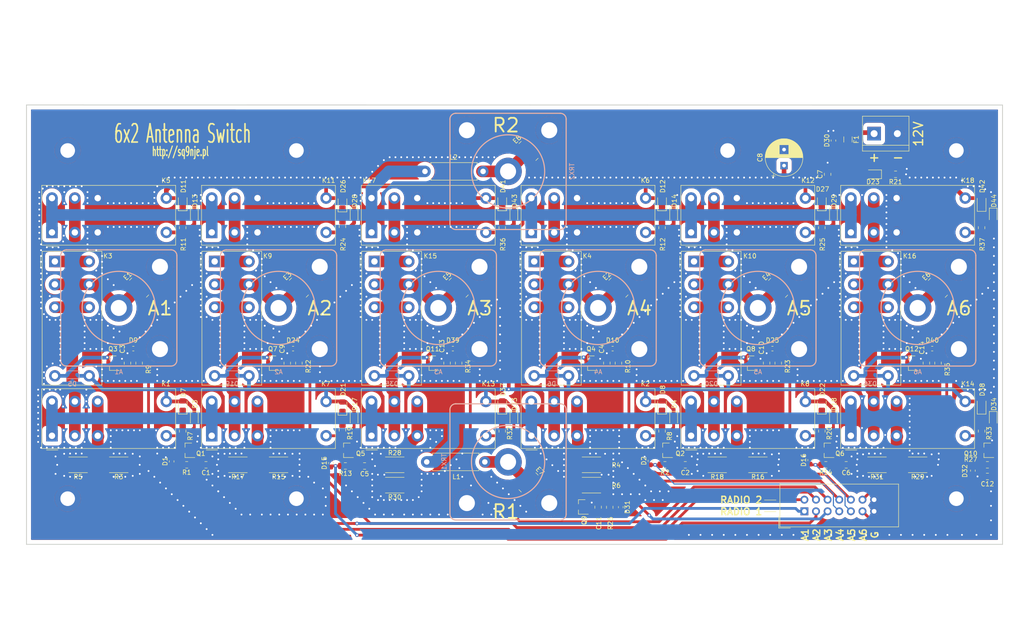
<source format=kicad_pcb>
(kicad_pcb (version 20171130) (host pcbnew 5.1.5-52549c5~86~ubuntu18.04.1)
  (layers (0 F.Cu signal) (31 B.Cu signal) (34 B.Paste user) (35 F.Paste user) (36 B.SilkS user) (37 F.SilkS user) (38 B.Mask user) (39 F.Mask user) (44 Edge.Cuts user))
  (net 0 "")
  (net 1 GND)
  (net 2 "Net-(A1-Pad1)")
  (net 3 "Net-(A2-Pad1)")
  (net 4 "Net-(A3-Pad1)")
  (net 5 "Net-(A4-Pad1)")
  (net 6 "Net-(A5-Pad1)")
  (net 7 "Net-(A6-Pad1)")
  (net 8 "Net-(C1-Pad1)")
  (net 9 "Net-(C2-Pad1)")
  (net 10 "Net-(C3-Pad1)")
  (net 11 "Net-(C4-Pad1)")
  (net 12 "Net-(C5-Pad1)")
  (net 13 "Net-(C6-Pad1)")
  (net 14 +12V)
  (net 15 "Net-(C9-Pad1)")
  (net 16 "Net-(C10-Pad1)")
  (net 17 "Net-(C11-Pad1)")
  (net 18 "Net-(C12-Pad1)")
  (net 19 "Net-(C13-Pad1)")
  (net 20 "Net-(C14-Pad1)")
  (net 21 A1R1)
  (net 22 A4R1)
  (net 23 "Net-(D3-Pad2)")
  (net 24 "Net-(D4-Pad2)")
  (net 25 "Net-(D13-Pad2)")
  (net 26 "Net-(D14-Pad2)")
  (net 27 "Net-(D7-Pad1)")
  (net 28 "Net-(D8-Pad1)")
  (net 29 A1R2)
  (net 30 A4R2)
  (net 31 "Net-(D11-Pad1)")
  (net 32 "Net-(D12-Pad1)")
  (net 33 A2R1)
  (net 34 A5R1)
  (net 35 "Net-(D17-Pad2)")
  (net 36 "Net-(D18-Pad2)")
  (net 37 "Net-(D19-Pad2)")
  (net 38 "Net-(D20-Pad2)")
  (net 39 "Net-(D21-Pad1)")
  (net 40 "Net-(D22-Pad1)")
  (net 41 "Net-(D23-Pad1)")
  (net 42 A2R2)
  (net 43 A5R2)
  (net 44 "Net-(D26-Pad1)")
  (net 45 "Net-(D27-Pad1)")
  (net 46 A3R1)
  (net 47 A6R1)
  (net 48 "Net-(D33-Pad2)")
  (net 49 "Net-(D34-Pad2)")
  (net 50 "Net-(D35-Pad2)")
  (net 51 "Net-(D36-Pad2)")
  (net 52 "Net-(D37-Pad1)")
  (net 53 "Net-(D38-Pad1)")
  (net 54 A3R2)
  (net 55 A6R2)
  (net 56 "Net-(D41-Pad1)")
  (net 57 "Net-(D42-Pad1)")
  (net 58 RADIO_1)
  (net 59 RADIO_2)
  (net 60 "Net-(F1-Pad1)")
  (net 61 "Net-(K1-Pad3)")
  (net 62 "Net-(K1-Pad2)")
  (net 63 "Net-(K2-Pad3)")
  (net 64 "Net-(K2-Pad2)")
  (net 65 "Net-(K3-Pad1)")
  (net 66 "Net-(K4-Pad1)")
  (net 67 "Net-(K7-Pad3)")
  (net 68 "Net-(K7-Pad2)")
  (net 69 "Net-(K10-Pad3)")
  (net 70 "Net-(K8-Pad3)")
  (net 71 "Net-(K11-Pad2)")
  (net 72 "Net-(K10-Pad1)")
  (net 73 "Net-(K13-Pad2)")
  (net 74 "Net-(K13-Pad3)")
  (net 75 "Net-(K14-Pad3)")
  (net 76 "Net-(K14-Pad2)")
  (net 77 "Net-(K15-Pad1)")
  (net 78 "Net-(K16-Pad1)")
  (net 79 "Net-(E7-Pad1)")
  (net 80 "Net-(E8-Pad1)")
  (module MountingHole:MountingHole_3.2mm_M3_ISO7380_Pad (layer F.Cu) (at 305 172.5)
    (fp_text reference REF** hide)
    (fp_text value MountingHole_3.2mm_M3_ISO7380_Pad)
    (pad 1 thru_hole circle (at 0 0) (size 5.7 5.7) (drill 3.2) (layers *.Cu *.Mask) (net 1 GND))
  )
  (module MountingHole:MountingHole_3.2mm_M3_ISO7380_Pad (layer F.Cu) (at 255 96.4)
    (fp_text reference REF** hide)
    (fp_text value MountingHole_3.2mm_M3_ISO7380_Pad)
    (pad 1 thru_hole circle (at 0 0) (size 5.7 5.7) (drill 3.2) (layers *.Cu *.Mask) (net 1 GND))
  )
  (module MountingHole:MountingHole_3.2mm_M3_ISO7380_Pad (layer F.Cu) (at 305 96.4)
    (fp_text reference REF** hide)
    (fp_text value MountingHole_3.2mm_M3_ISO7380_Pad)
    (pad 1 thru_hole circle (at 0 0) (size 5.7 5.7) (drill 3.2) (layers *.Cu *.Mask) (net 1 GND))
  )
  (module MountingHole:MountingHole_3.2mm_M3_ISO7380_Pad (layer F.Cu) (at 160.75 172.5)
    (fp_text reference REF** hide)
    (fp_text value MountingHole_3.2mm_M3_ISO7380_Pad)
    (pad 1 thru_hole circle (at 0 0) (size 5.7 5.7) (drill 3.2) (layers *.Cu *.Mask) (net 1 GND))
  )
  (module MountingHole:MountingHole_3.2mm_M3_ISO7380_Pad (layer F.Cu) (at 160.75 96.4)
    (fp_text reference REF** hide)
    (fp_text value MountingHole_3.2mm_M3_ISO7380_Pad)
    (pad 1 thru_hole circle (at 0 0) (size 5.7 5.7) (drill 3.2) (layers *.Cu *.Mask) (net 1 GND))
  )
  (module MountingHole:MountingHole_3.2mm_M3_ISO7380_Pad (layer F.Cu) (at 110.75 172.5)
    (fp_text reference REF** hide)
    (fp_text value MountingHole_3.2mm_M3_ISO7380_Pad)
    (pad 1 thru_hole circle (at 0 0) (size 5.7 5.7) (drill 3.2) (layers *.Cu *.Mask) (net 1 GND))
  )
  (module MountingHole:MountingHole_3.2mm_M3_ISO7380_Pad (layer F.Cu) (at 110.75 96.4)
    (fp_text reference REF** hide)
    (fp_text value MountingHole_3.2mm_M3_ISO7380_Pad)
    (pad 1 thru_hole circle (at 0 0) (size 5.7 5.7) (drill 3.2) (layers *.Cu *.Mask) (net 1 GND))
  )
  (module Resistor_THT:R_Axial_DIN0411_L9.9mm_D3.6mm_P12.70mm_Horizontal (layer F.Cu) (at 189.23 164.465)
    (fp_text reference L1 (at 6.5024 3.2512) (layer F.SilkS))
    (fp_text value L_Small)
    (pad 2 thru_hole oval (at 12.7 0) (size 2.4 2.4) (drill 1.2) (layers *.Cu *.Mask) (net 79 "Net-(E7-Pad1)"))
    (pad 1 thru_hole circle (at 0 0) (size 2.4 2.4) (drill 1.2) (layers *.Cu *.Mask) (net 58 RADIO_1))
  )
  (module Resistor_THT:R_Axial_DIN0411_L9.9mm_D3.6mm_P12.70mm_Horizontal (layer F.Cu) (at 188.849 100.965)
    (fp_text reference L2 (at 6.2484 -3.0988) (layer F.SilkS))
    (fp_text value L_Small)
    (pad 2 thru_hole oval (at 12.7 0) (size 2.4 2.4) (drill 1.2) (layers *.Cu *.Mask) (net 80 "Net-(E8-Pad1)"))
    (pad 1 thru_hole circle (at 0 0) (size 2.4 2.4) (drill 1.2) (layers *.Cu *.Mask) (net 59 RADIO_2))
  )
  (module QS_RF:Relay_DPDT_Fujitsu_FTR-K1C (layer F.Cu) (at 281.94 158.75 90)
    (fp_text reference K14 (at 11.3538 25.5524 180) (layer F.SilkS))
    (fp_text value Fujitsu_FTR-K1C)
    (pad 3 thru_hole circle (at 7.5 10) (size 2.5 2.5) (drill 1.4) (layers *.Cu *.Mask) (net 75 "Net-(K14-Pad3)"))
    (pad 3 thru_hole circle (at 0 10) (size 2.5 2.5) (drill 1.4) (layers *.Cu *.Mask) (net 75 "Net-(K14-Pad3)"))
    (pad 1 thru_hole circle (at 7.5 0) (size 2.5 2.5) (drill 1.4) (layers *.Cu *.Mask) (net 58 RADIO_1))
    (pad 2 thru_hole circle (at 7.5 5) (size 2.5 2.5) (drill 1.4) (layers *.Cu *.Mask) (net 76 "Net-(K14-Pad2)"))
    (pad 5 thru_hole circle (at 7.5 25) (size 2.5 2.5) (drill 1.4) (layers *.Cu *.Mask) (net 14 +12V))
    (pad 4 thru_hole circle (at 0 25) (size 2.5 2.5) (drill 1.4) (layers *.Cu *.Mask) (net 49 "Net-(D34-Pad2)"))
    (pad 2 thru_hole circle (at 0 5) (size 2.5 2.5) (drill 1.4) (layers *.Cu *.Mask) (net 76 "Net-(K14-Pad2)"))
    (pad 1 thru_hole rect (at 0 0) (size 2.5 2.5) (drill 1.4) (layers *.Cu *.Mask) (net 58 RADIO_1))
  )
  (module Capacitor_SMD:C_0805_2012Metric_Pad1.15x1.40mm_HandSolder (layer F.Cu) (at 140.979 165.1)
    (fp_text reference C1 (at 0 1.7272) (layer F.SilkS))
    (fp_text value 1n)
    (pad 1 smd roundrect (at -1.025 0) (size 1.15 1.4) (layers F.Cu F.Paste F.Mask) (roundrect_rratio 0.217391) (net 8 "Net-(C1-Pad1)"))
    (pad 2 smd roundrect (at 1.025 0) (size 1.15 1.4) (layers F.Cu F.Paste F.Mask) (roundrect_rratio 0.217391) (net 1 GND))
  )
  (module Capacitor_SMD:C_0805_2012Metric_Pad1.15x1.40mm_HandSolder (layer F.Cu) (at 245.745 165.1)
    (fp_text reference C2 (at 0 1.7272) (layer F.SilkS))
    (fp_text value 1n)
    (pad 1 smd roundrect (at -1.025 0) (size 1.15 1.4) (layers F.Cu F.Paste F.Mask) (roundrect_rratio 0.217391) (net 9 "Net-(C2-Pad1)"))
    (pad 2 smd roundrect (at 1.025 0) (size 1.15 1.4) (layers F.Cu F.Paste F.Mask) (roundrect_rratio 0.217391) (net 1 GND))
  )
  (module Capacitor_SMD:C_0805_2012Metric_Pad1.15x1.40mm_HandSolder (layer F.Cu) (at 123.825 142.875 90)
    (fp_text reference C3 (at 3.0988 -1.1176 90) (layer F.SilkS))
    (fp_text value 1n)
    (pad 2 smd roundrect (at 1.025 0 90) (size 1.15 1.4) (layers F.Cu F.Paste F.Mask) (roundrect_rratio 0.217391) (net 1 GND))
    (pad 1 smd roundrect (at -1.025 0 90) (size 1.15 1.4) (layers F.Cu F.Paste F.Mask) (roundrect_rratio 0.217391) (net 10 "Net-(C3-Pad1)"))
  )
  (module Capacitor_SMD:C_0805_2012Metric_Pad1.15x1.40mm_HandSolder (layer F.Cu) (at 228.6 142.866 90)
    (fp_text reference C4 (at 3.0898 -1.1176 90) (layer F.SilkS))
    (fp_text value 1n)
    (pad 2 smd roundrect (at 1.025 0 90) (size 1.15 1.4) (layers F.Cu F.Paste F.Mask) (roundrect_rratio 0.217391) (net 1 GND))
    (pad 1 smd roundrect (at -1.025 0 90) (size 1.15 1.4) (layers F.Cu F.Paste F.Mask) (roundrect_rratio 0.217391) (net 11 "Net-(C4-Pad1)"))
  )
  (module Capacitor_SMD:C_0805_2012Metric_Pad1.15x1.40mm_HandSolder (layer F.Cu) (at 175.65 165.354)
    (fp_text reference C5 (at 0 1.7272) (layer F.SilkS))
    (fp_text value 1n)
    (pad 1 smd roundrect (at -1.025 0) (size 1.15 1.4) (layers F.Cu F.Paste F.Mask) (roundrect_rratio 0.217391) (net 12 "Net-(C5-Pad1)"))
    (pad 2 smd roundrect (at 1.025 0) (size 1.15 1.4) (layers F.Cu F.Paste F.Mask) (roundrect_rratio 0.217391) (net 1 GND))
  )
  (module Capacitor_SMD:C_0805_2012Metric_Pad1.15x1.40mm_HandSolder (layer F.Cu) (at 280.915 165.1)
    (fp_text reference C6 (at 0 1.7272) (layer F.SilkS))
    (fp_text value 1n)
    (pad 1 smd roundrect (at -1.025 0) (size 1.15 1.4) (layers F.Cu F.Paste F.Mask) (roundrect_rratio 0.217391) (net 13 "Net-(C6-Pad1)"))
    (pad 2 smd roundrect (at 1.025 0) (size 1.15 1.4) (layers F.Cu F.Paste F.Mask) (roundrect_rratio 0.217391) (net 1 GND))
  )
  (module Capacitor_SMD:C_0805_2012Metric_Pad1.15x1.40mm_HandSolder (layer F.Cu) (at 276.86 101.6 90)
    (fp_text reference C7 (at 0 -1.65 90) (layer F.SilkS))
    (fp_text value 100n)
    (pad 1 smd roundrect (at -1.025 0 90) (size 1.15 1.4) (layers F.Cu F.Paste F.Mask) (roundrect_rratio 0.217391) (net 14 +12V))
    (pad 2 smd roundrect (at 1.025 0 90) (size 1.15 1.4) (layers F.Cu F.Paste F.Mask) (roundrect_rratio 0.217391) (net 1 GND))
  )
  (module Capacitor_THT:CP_Radial_D8.0mm_P3.50mm (layer F.Cu) (at 267.335 99.695 90)
    (fp_text reference C8 (at 1.75 -5.25 90) (layer F.SilkS))
    (fp_text value 470u)
    (pad 1 thru_hole rect (at 0 0 90) (size 1.6 1.6) (drill 0.8) (layers *.Cu *.Mask) (net 14 +12V))
    (pad 2 thru_hole circle (at 3.5 0 90) (size 1.6 1.6) (drill 0.8) (layers *.Cu *.Mask) (net 1 GND))
  )
  (module Capacitor_SMD:C_0805_2012Metric_Pad1.15x1.40mm_HandSolder (layer F.Cu) (at 158.75 142.884 90)
    (fp_text reference C9 (at 3.1078 -1.1176 90) (layer F.SilkS))
    (fp_text value 1n)
    (pad 2 smd roundrect (at 1.025 0 90) (size 1.15 1.4) (layers F.Cu F.Paste F.Mask) (roundrect_rratio 0.217391) (net 1 GND))
    (pad 1 smd roundrect (at -1.025 0 90) (size 1.15 1.4) (layers F.Cu F.Paste F.Mask) (roundrect_rratio 0.217391) (net 15 "Net-(C9-Pad1)"))
  )
  (module Capacitor_SMD:C_0805_2012Metric_Pad1.15x1.40mm_HandSolder (layer F.Cu) (at 263.525 142.866 90)
    (fp_text reference C10 (at 3.3438 -1.1176 90) (layer F.SilkS))
    (fp_text value 1n)
    (pad 1 smd roundrect (at -1.025 0 90) (size 1.15 1.4) (layers F.Cu F.Paste F.Mask) (roundrect_rratio 0.217391) (net 16 "Net-(C10-Pad1)"))
    (pad 2 smd roundrect (at 1.025 0 90) (size 1.15 1.4) (layers F.Cu F.Paste F.Mask) (roundrect_rratio 0.217391) (net 1 GND))
  )
  (module Capacitor_SMD:C_0805_2012Metric_Pad1.15x1.40mm_HandSolder (layer F.Cu) (at 226.695 174.362 90)
    (fp_text reference C11 (at -3.5142 0.1524 270) (layer F.SilkS))
    (fp_text value 1n)
    (pad 2 smd roundrect (at 1.025 0 90) (size 1.15 1.4) (layers F.Cu F.Paste F.Mask) (roundrect_rratio 0.217391) (net 1 GND))
    (pad 1 smd roundrect (at -1.025 0 90) (size 1.15 1.4) (layers F.Cu F.Paste F.Mask) (roundrect_rratio 0.217391) (net 17 "Net-(C11-Pad1)"))
  )
  (module Capacitor_SMD:C_0805_2012Metric_Pad1.15x1.40mm_HandSolder (layer F.Cu) (at 311.785 167.64 180)
    (fp_text reference C12 (at 0 -1.65) (layer F.SilkS))
    (fp_text value 1n)
    (pad 2 smd roundrect (at 1.025 0 180) (size 1.15 1.4) (layers F.Cu F.Paste F.Mask) (roundrect_rratio 0.217391) (net 1 GND))
    (pad 1 smd roundrect (at -1.025 0 180) (size 1.15 1.4) (layers F.Cu F.Paste F.Mask) (roundrect_rratio 0.217391) (net 18 "Net-(C12-Pad1)"))
  )
  (module Capacitor_SMD:C_0805_2012Metric_Pad1.15x1.40mm_HandSolder (layer F.Cu) (at 193.675 142.866 90)
    (fp_text reference C13 (at 3.7248 -1.1176 90) (layer F.SilkS))
    (fp_text value 1n)
    (pad 2 smd roundrect (at 1.025 0 90) (size 1.15 1.4) (layers F.Cu F.Paste F.Mask) (roundrect_rratio 0.217391) (net 1 GND))
    (pad 1 smd roundrect (at -1.025 0 90) (size 1.15 1.4) (layers F.Cu F.Paste F.Mask) (roundrect_rratio 0.217391) (net 19 "Net-(C13-Pad1)"))
  )
  (module Capacitor_SMD:C_0805_2012Metric_Pad1.15x1.40mm_HandSolder (layer F.Cu) (at 298.45 142.866 90)
    (fp_text reference C14 (at 3.3438 -0.9906 90) (layer F.SilkS))
    (fp_text value 1n)
    (pad 1 smd roundrect (at -1.025 0 90) (size 1.15 1.4) (layers F.Cu F.Paste F.Mask) (roundrect_rratio 0.217391) (net 20 "Net-(C14-Pad1)"))
    (pad 2 smd roundrect (at 1.025 0 90) (size 1.15 1.4) (layers F.Cu F.Paste F.Mask) (roundrect_rratio 0.217391) (net 1 GND))
  )
  (module Resistor_SMD:R_0603_1608Metric_Pad1.05x0.95mm_HandSolder (layer F.Cu) (at 133.477 164.352 90)
    (fp_text reference D1 (at 0 -1.43 90) (layer F.SilkS))
    (fp_text value TESDU24V)
    (pad 1 smd roundrect (at -0.875 0 90) (size 1.05 0.95) (layers F.Cu F.Paste F.Mask) (net 21 A1R1))
    (pad 2 smd roundrect (at 0.875 0 90) (size 1.05 0.95) (layers F.Cu F.Paste F.Mask) (net 1 GND))
  )
  (module Resistor_SMD:R_0603_1608Metric_Pad1.05x0.95mm_HandSolder (layer F.Cu) (at 238.125 164.225 90)
    (fp_text reference D2 (at 0 -1.43 90) (layer F.SilkS))
    (fp_text value TESDU24V)
    (pad 1 smd roundrect (at -0.875 0 90) (size 1.05 0.95) (layers F.Cu F.Paste F.Mask) (net 22 A4R1))
    (pad 2 smd roundrect (at 0.875 0 90) (size 1.05 0.95) (layers F.Cu F.Paste F.Mask) (net 1 GND))
  )
  (module Diode_SMD:D_SOD-323 (layer F.Cu) (at 138.43 154.94 270)
    (fp_text reference D3 (at -3.0988 -0.1524 90) (layer F.SilkS))
    (fp_text value 1N4148WS)
    (pad 1 smd rect (at -1.05 0 270) (size 0.6 0.45) (layers F.Cu F.Paste F.Mask) (net 14 +12V))
    (pad 2 smd rect (at 1.05 0 270) (size 0.6 0.45) (layers F.Cu F.Paste F.Mask) (net 23 "Net-(D3-Pad2)"))
  )
  (module Diode_SMD:D_SOD-323 (layer F.Cu) (at 243.205 154.94 270)
    (fp_text reference D4 (at -3.0988 -0.1524 270) (layer F.SilkS))
    (fp_text value 1N4148WS)
    (pad 1 smd rect (at -1.05 0 270) (size 0.6 0.45) (layers F.Cu F.Paste F.Mask) (net 14 +12V))
    (pad 2 smd rect (at 1.05 0 270) (size 0.6 0.45) (layers F.Cu F.Paste F.Mask) (net 24 "Net-(D4-Pad2)"))
  )
  (module Diode_SMD:D_SOD-323 (layer B.Cu) (at 111.76 145.415 180)
    (fp_text reference D5 (at 0 -1.9812 180) (layer B.SilkS) (effects (justify mirror)))
    (fp_text value 1N4148WS)
    (pad 2 smd rect (at 1.05 0 180) (size 0.6 0.45) (layers B.Cu B.Paste B.Mask) (net 25 "Net-(D13-Pad2)"))
    (pad 1 smd rect (at -1.05 0 180) (size 0.6 0.45) (layers B.Cu B.Paste B.Mask) (net 14 +12V))
  )
  (module Diode_SMD:D_SOD-323 (layer B.Cu) (at 216.535 145.415 180)
    (fp_text reference D6 (at 0 -1.9812) (layer B.SilkS) (effects (justify mirror)))
    (fp_text value 1N4148WS)
    (pad 2 smd rect (at 1.05 0 180) (size 0.6 0.45) (layers B.Cu B.Paste B.Mask) (net 26 "Net-(D14-Pad2)"))
    (pad 1 smd rect (at -1.05 0 180) (size 0.6 0.45) (layers B.Cu B.Paste B.Mask) (net 14 +12V))
  )
  (module LED_SMD:LED_0805_2012Metric_Pad1.15x1.40mm_HandSolder (layer F.Cu) (at 135.89 152.155 90)
    (fp_text reference D7 (at 2.8538 0.1524 90) (layer F.SilkS))
    (fp_text value LED)
    (pad 2 smd roundrect (at 1.025 0 90) (size 1.15 1.4) (layers F.Cu F.Paste F.Mask) (roundrect_rratio 0.217391) (net 14 +12V))
    (pad 1 smd roundrect (at -1.025 0 90) (size 1.15 1.4) (layers F.Cu F.Paste F.Mask) (roundrect_rratio 0.217391) (net 27 "Net-(D7-Pad1)"))
  )
  (module LED_SMD:LED_0805_2012Metric_Pad1.15x1.40mm_HandSolder (layer F.Cu) (at 240.665 152.155 90)
    (fp_text reference D8 (at 3.4888 0.1524 90) (layer F.SilkS))
    (fp_text value LED)
    (pad 1 smd roundrect (at -1.025 0 90) (size 1.15 1.4) (layers F.Cu F.Paste F.Mask) (roundrect_rratio 0.217391) (net 28 "Net-(D8-Pad1)"))
    (pad 2 smd roundrect (at 1.025 0 90) (size 1.15 1.4) (layers F.Cu F.Paste F.Mask) (roundrect_rratio 0.217391) (net 14 +12V))
  )
  (module Resistor_SMD:R_0603_1608Metric_Pad1.05x0.95mm_HandSolder (layer F.Cu) (at 125.095 139.7 180)
    (fp_text reference D9 (at 0 1.8288) (layer F.SilkS))
    (fp_text value TESDU24V)
    (pad 1 smd roundrect (at -0.875 0 180) (size 1.05 0.95) (layers F.Cu F.Paste F.Mask) (net 29 A1R2))
    (pad 2 smd roundrect (at 0.875 0 180) (size 1.05 0.95) (layers F.Cu F.Paste F.Mask) (net 1 GND))
  )
  (module Resistor_SMD:R_0603_1608Metric_Pad1.05x0.95mm_HandSolder (layer F.Cu) (at 229.87 139.7 180)
    (fp_text reference D10 (at 0 1.8288) (layer F.SilkS))
    (fp_text value TESDU24V)
    (pad 2 smd roundrect (at 0.875 0 180) (size 1.05 0.95) (layers F.Cu F.Paste F.Mask) (net 1 GND))
    (pad 1 smd roundrect (at -0.875 0 180) (size 1.05 0.95) (layers F.Cu F.Paste F.Mask) (net 30 A4R2))
  )
  (module LED_SMD:LED_0805_2012Metric_Pad1.15x1.40mm_HandSolder (layer F.Cu) (at 135.89 107.705 90)
    (fp_text reference D11 (at 3.4888 0.1524 90) (layer F.SilkS))
    (fp_text value LED)
    (pad 2 smd roundrect (at 1.025 0 90) (size 1.15 1.4) (layers F.Cu F.Paste F.Mask) (roundrect_rratio 0.217391) (net 14 +12V))
    (pad 1 smd roundrect (at -1.025 0 90) (size 1.15 1.4) (layers F.Cu F.Paste F.Mask) (roundrect_rratio 0.217391) (net 31 "Net-(D11-Pad1)"))
  )
  (module LED_SMD:LED_0805_2012Metric_Pad1.15x1.40mm_HandSolder (layer F.Cu) (at 240.665 107.705 90)
    (fp_text reference D12 (at 3.4888 0.1524 90) (layer F.SilkS))
    (fp_text value LED)
    (pad 1 smd roundrect (at -1.025 0 90) (size 1.15 1.4) (layers F.Cu F.Paste F.Mask) (roundrect_rratio 0.217391) (net 32 "Net-(D12-Pad1)"))
    (pad 2 smd roundrect (at 1.025 0 90) (size 1.15 1.4) (layers F.Cu F.Paste F.Mask) (roundrect_rratio 0.217391) (net 14 +12V))
  )
  (module Diode_SMD:D_SOD-323 (layer F.Cu) (at 138.43 110.49 270)
    (fp_text reference D13 (at -3.0988 -0.1524 90) (layer F.SilkS))
    (fp_text value 1N4148WS)
    (pad 1 smd rect (at -1.05 0 270) (size 0.6 0.45) (layers F.Cu F.Paste F.Mask) (net 14 +12V))
    (pad 2 smd rect (at 1.05 0 270) (size 0.6 0.45) (layers F.Cu F.Paste F.Mask) (net 25 "Net-(D13-Pad2)"))
  )
  (module Diode_SMD:D_SOD-323 (layer F.Cu) (at 243.205 110.49 270)
    (fp_text reference D14 (at -3.0988 -0.1524 270) (layer F.SilkS))
    (fp_text value 1N4148WS)
    (pad 2 smd rect (at 1.05 0 270) (size 0.6 0.45) (layers F.Cu F.Paste F.Mask) (net 26 "Net-(D14-Pad2)"))
    (pad 1 smd rect (at -1.05 0 270) (size 0.6 0.45) (layers F.Cu F.Paste F.Mask) (net 14 +12V))
  )
  (module Resistor_SMD:R_0603_1608Metric_Pad1.05x0.95mm_HandSolder (layer F.Cu) (at 168.275 164.705 90)
    (fp_text reference D15 (at 0 -1.43 90) (layer F.SilkS))
    (fp_text value TESDU24V)
    (pad 2 smd roundrect (at 0.875 0 90) (size 1.05 0.95) (layers F.Cu F.Paste F.Mask) (net 1 GND))
    (pad 1 smd roundrect (at -0.875 0 90) (size 1.05 0.95) (layers F.Cu F.Paste F.Mask) (net 33 A2R1))
  )
  (module Resistor_SMD:R_0603_1608Metric_Pad1.05x0.95mm_HandSolder (layer F.Cu) (at 273.05 164.07 90)
    (fp_text reference D16 (at 0 -1.43 90) (layer F.SilkS))
    (fp_text value TESDU24V)
    (pad 1 smd roundrect (at -0.875 0 90) (size 1.05 0.95) (layers F.Cu F.Paste F.Mask) (net 34 A5R1))
    (pad 2 smd roundrect (at 0.875 0 90) (size 1.05 0.95) (layers F.Cu F.Paste F.Mask) (net 1 GND))
  )
  (module Diode_SMD:D_SOD-323 (layer F.Cu) (at 173.355 154.94 270)
    (fp_text reference D17 (at -3.0988 -0.1524 270) (layer F.SilkS))
    (fp_text value 1N4148WS)
    (pad 2 smd rect (at 1.05 0 270) (size 0.6 0.45) (layers F.Cu F.Paste F.Mask) (net 35 "Net-(D17-Pad2)"))
    (pad 1 smd rect (at -1.05 0 270) (size 0.6 0.45) (layers F.Cu F.Paste F.Mask) (net 14 +12V))
  )
  (module Diode_SMD:D_SOD-323 (layer F.Cu) (at 278.13 154.94 270)
    (fp_text reference D18 (at -3.0988 -0.1524 270) (layer F.SilkS))
    (fp_text value 1N4148WS)
    (pad 1 smd rect (at -1.05 0 270) (size 0.6 0.45) (layers F.Cu F.Paste F.Mask) (net 14 +12V))
    (pad 2 smd rect (at 1.05 0 270) (size 0.6 0.45) (layers F.Cu F.Paste F.Mask) (net 36 "Net-(D18-Pad2)"))
  )
  (module Diode_SMD:D_SOD-323 (layer B.Cu) (at 146.685 145.415 180)
    (fp_text reference D19 (at 0 -1.9812) (layer B.SilkS) (effects (justify mirror)))
    (fp_text value 1N4148WS)
    (pad 1 smd rect (at -1.05 0 180) (size 0.6 0.45) (layers B.Cu B.Paste B.Mask) (net 14 +12V))
    (pad 2 smd rect (at 1.05 0 180) (size 0.6 0.45) (layers B.Cu B.Paste B.Mask) (net 37 "Net-(D19-Pad2)"))
  )
  (module Diode_SMD:D_SOD-323 (layer B.Cu) (at 251.46 145.415 180)
    (fp_text reference D20 (at 0 -1.9812) (layer B.SilkS) (effects (justify mirror)))
    (fp_text value 1N4148WS)
    (pad 2 smd rect (at 1.05 0 180) (size 0.6 0.45) (layers B.Cu B.Paste B.Mask) (net 38 "Net-(D20-Pad2)"))
    (pad 1 smd rect (at -1.05 0 180) (size 0.6 0.45) (layers B.Cu B.Paste B.Mask) (net 14 +12V))
  )
  (module LED_SMD:LED_0805_2012Metric_Pad1.15x1.40mm_HandSolder (layer F.Cu) (at 170.815 152.391 90)
    (fp_text reference D21 (at 3.7248 0.1524 90) (layer F.SilkS))
    (fp_text value LED)
    (pad 2 smd roundrect (at 1.025 0 90) (size 1.15 1.4) (layers F.Cu F.Paste F.Mask) (roundrect_rratio 0.217391) (net 14 +12V))
    (pad 1 smd roundrect (at -1.025 0 90) (size 1.15 1.4) (layers F.Cu F.Paste F.Mask) (roundrect_rratio 0.217391) (net 39 "Net-(D21-Pad1)"))
  )
  (module LED_SMD:LED_0805_2012Metric_Pad1.15x1.40mm_HandSolder (layer F.Cu) (at 275.59 152.155 90)
    (fp_text reference D22 (at 3.4888 0.1524 90) (layer F.SilkS))
    (fp_text value LED)
    (pad 2 smd roundrect (at 1.025 0 90) (size 1.15 1.4) (layers F.Cu F.Paste F.Mask) (roundrect_rratio 0.217391) (net 14 +12V))
    (pad 1 smd roundrect (at -1.025 0 90) (size 1.15 1.4) (layers F.Cu F.Paste F.Mask) (roundrect_rratio 0.217391) (net 40 "Net-(D22-Pad1)"))
  )
  (module LED_SMD:LED_0805_2012Metric_Pad1.15x1.40mm_HandSolder (layer F.Cu) (at 286.775 101.6 180)
    (fp_text reference D23 (at 0 -1.65) (layer F.SilkS))
    (fp_text value LED)
    (pad 2 smd roundrect (at 1.025 0 180) (size 1.15 1.4) (layers F.Cu F.Paste F.Mask) (roundrect_rratio 0.217391) (net 14 +12V))
    (pad 1 smd roundrect (at -1.025 0 180) (size 1.15 1.4) (layers F.Cu F.Paste F.Mask) (roundrect_rratio 0.217391) (net 41 "Net-(D23-Pad1)"))
  )
  (module Resistor_SMD:R_0603_1608Metric_Pad1.05x0.95mm_HandSolder (layer F.Cu) (at 160.02 139.7 180)
    (fp_text reference D24 (at 0 1.8288) (layer F.SilkS))
    (fp_text value TESDU24V)
    (pad 1 smd roundrect (at -0.875 0 180) (size 1.05 0.95) (layers F.Cu F.Paste F.Mask) (net 42 A2R2))
    (pad 2 smd roundrect (at 0.875 0 180) (size 1.05 0.95) (layers F.Cu F.Paste F.Mask) (net 1 GND))
  )
  (module Resistor_SMD:R_0603_1608Metric_Pad1.05x0.95mm_HandSolder (layer F.Cu) (at 264.795 139.7 180)
    (fp_text reference D25 (at 0 1.8288) (layer F.SilkS))
    (fp_text value TESDU24V)
    (pad 2 smd roundrect (at 0.875 0 180) (size 1.05 0.95) (layers F.Cu F.Paste F.Mask) (net 1 GND))
    (pad 1 smd roundrect (at -0.875 0 180) (size 1.05 0.95) (layers F.Cu F.Paste F.Mask) (net 43 A5R2))
  )
  (module LED_SMD:LED_0805_2012Metric_Pad1.15x1.40mm_HandSolder (layer F.Cu) (at 170.815 107.95 90)
    (fp_text reference D26 (at 3.7338 0.1524 90) (layer F.SilkS))
    (fp_text value LED)
    (pad 1 smd roundrect (at -1.025 0 90) (size 1.15 1.4) (layers F.Cu F.Paste F.Mask) (roundrect_rratio 0.217391) (net 44 "Net-(D26-Pad1)"))
    (pad 2 smd roundrect (at 1.025 0 90) (size 1.15 1.4) (layers F.Cu F.Paste F.Mask) (roundrect_rratio 0.217391) (net 14 +12V))
  )
  (module LED_SMD:LED_0805_2012Metric_Pad1.15x1.40mm_HandSolder (layer F.Cu) (at 275.59 107.705 90)
    (fp_text reference D27 (at 2.8538 0.1524 180) (layer F.SilkS))
    (fp_text value LED)
    (pad 1 smd roundrect (at -1.025 0 90) (size 1.15 1.4) (layers F.Cu F.Paste F.Mask) (roundrect_rratio 0.217391) (net 45 "Net-(D27-Pad1)"))
    (pad 2 smd roundrect (at 1.025 0 90) (size 1.15 1.4) (layers F.Cu F.Paste F.Mask) (roundrect_rratio 0.217391) (net 14 +12V))
  )
  (module Diode_SMD:D_SOD-323 (layer F.Cu) (at 173.355 110.49 270)
    (fp_text reference D28 (at -3.0988 -0.1524 270) (layer F.SilkS))
    (fp_text value 1N4148WS)
    (pad 2 smd rect (at 1.05 0 270) (size 0.6 0.45) (layers F.Cu F.Paste F.Mask) (net 37 "Net-(D19-Pad2)"))
    (pad 1 smd rect (at -1.05 0 270) (size 0.6 0.45) (layers F.Cu F.Paste F.Mask) (net 14 +12V))
  )
  (module Diode_SMD:D_SOD-323 (layer F.Cu) (at 278.13 110.49 270)
    (fp_text reference D29 (at -3.0988 -0.1524 270) (layer F.SilkS))
    (fp_text value 1N4148WS)
    (pad 2 smd rect (at 1.05 0 270) (size 0.6 0.45) (layers F.Cu F.Paste F.Mask) (net 38 "Net-(D20-Pad2)"))
    (pad 1 smd rect (at -1.05 0 270) (size 0.6 0.45) (layers F.Cu F.Paste F.Mask) (net 14 +12V))
  )
  (module Resistor_SMD:R_0603_1608Metric_Pad1.05x0.95mm_HandSolder (layer F.Cu) (at 278.13 94.22 90)
    (fp_text reference D30 (at 0 -1.43 90) (layer F.SilkS))
    (fp_text value TESDU24V)
    (pad 2 smd roundrect (at 0.875 0 90) (size 1.05 0.95) (layers F.Cu F.Paste F.Mask) (net 1 GND))
    (pad 1 smd roundrect (at -0.875 0 90) (size 1.05 0.95) (layers F.Cu F.Paste F.Mask) (net 14 +12V))
  )
  (module Resistor_SMD:R_0603_1608Metric_Pad1.05x0.95mm_HandSolder (layer F.Cu) (at 231.648 174.357 270)
    (fp_text reference D31 (at 0 -1.43 90) (layer F.SilkS))
    (fp_text value TESDU24V)
    (pad 1 smd roundrect (at -0.875 0 270) (size 1.05 0.95) (layers F.Cu F.Paste F.Mask) (net 46 A3R1))
    (pad 2 smd roundrect (at 0.875 0 270) (size 1.05 0.95) (layers F.Cu F.Paste F.Mask) (net 1 GND))
  )
  (module Resistor_SMD:R_0603_1608Metric_Pad1.05x0.95mm_HandSolder (layer F.Cu) (at 308.61 166.37 270)
    (fp_text reference D32 (at 0.0762 1.7526 90) (layer F.SilkS))
    (fp_text value TESDU24V)
    (pad 2 smd roundrect (at 0.875 0 270) (size 1.05 0.95) (layers F.Cu F.Paste F.Mask) (net 1 GND))
    (pad 1 smd roundrect (at -0.875 0 270) (size 1.05 0.95) (layers F.Cu F.Paste F.Mask) (net 47 A6R1))
  )
  (module Diode_SMD:D_SOD-323 (layer F.Cu) (at 208.28 154.94 270)
    (fp_text reference D33 (at -3.0988 -0.1524 270) (layer F.SilkS))
    (fp_text value 1N4148WS)
    (pad 2 smd rect (at 1.05 0 270) (size 0.6 0.45) (layers F.Cu F.Paste F.Mask) (net 48 "Net-(D33-Pad2)"))
    (pad 1 smd rect (at -1.05 0 270) (size 0.6 0.45) (layers F.Cu F.Paste F.Mask) (net 14 +12V))
  )
  (module Diode_SMD:D_SOD-323 (layer F.Cu) (at 313.055 154.94 270)
    (fp_text reference D34 (at -3.0988 -0.1524 270) (layer F.SilkS))
    (fp_text value 1N4148WS)
    (pad 1 smd rect (at -1.05 0 270) (size 0.6 0.45) (layers F.Cu F.Paste F.Mask) (net 14 +12V))
    (pad 2 smd rect (at 1.05 0 270) (size 0.6 0.45) (layers F.Cu F.Paste F.Mask) (net 49 "Net-(D34-Pad2)"))
  )
  (module Diode_SMD:D_SOD-323 (layer B.Cu) (at 181.61 145.415 180)
    (fp_text reference D35 (at 0 -1.9812) (layer B.SilkS) (effects (justify mirror)))
    (fp_text value 1N4148WS)
    (pad 1 smd rect (at -1.05 0 180) (size 0.6 0.45) (layers B.Cu B.Paste B.Mask) (net 14 +12V))
    (pad 2 smd rect (at 1.05 0 180) (size 0.6 0.45) (layers B.Cu B.Paste B.Mask) (net 50 "Net-(D35-Pad2)"))
  )
  (module Diode_SMD:D_SOD-323 (layer B.Cu) (at 286.165 145.415 180)
    (fp_text reference D36 (at 0 -1.9812) (layer B.SilkS) (effects (justify mirror)))
    (fp_text value 1N4148WS)
    (pad 1 smd rect (at -1.05 0 180) (size 0.6 0.45) (layers B.Cu B.Paste B.Mask) (net 14 +12V))
    (pad 2 smd rect (at 1.05 0 180) (size 0.6 0.45) (layers B.Cu B.Paste B.Mask) (net 51 "Net-(D36-Pad2)"))
  )
  (module LED_SMD:LED_0805_2012Metric_Pad1.15x1.40mm_HandSolder (layer F.Cu) (at 205.74 152.155 90)
    (fp_text reference D37 (at 3.4888 0.1524 90) (layer F.SilkS))
    (fp_text value LED)
    (pad 2 smd roundrect (at 1.025 0 90) (size 1.15 1.4) (layers F.Cu F.Paste F.Mask) (roundrect_rratio 0.217391) (net 14 +12V))
    (pad 1 smd roundrect (at -1.025 0 90) (size 1.15 1.4) (layers F.Cu F.Paste F.Mask) (roundrect_rratio 0.217391) (net 52 "Net-(D37-Pad1)"))
  )
  (module LED_SMD:LED_0805_2012Metric_Pad1.15x1.40mm_HandSolder (layer F.Cu) (at 310.515 152.155 90)
    (fp_text reference D38 (at 3.4888 0.1524 90) (layer F.SilkS))
    (fp_text value LED)
    (pad 1 smd roundrect (at -1.025 0 90) (size 1.15 1.4) (layers F.Cu F.Paste F.Mask) (roundrect_rratio 0.217391) (net 53 "Net-(D38-Pad1)"))
    (pad 2 smd roundrect (at 1.025 0 90) (size 1.15 1.4) (layers F.Cu F.Paste F.Mask) (roundrect_rratio 0.217391) (net 14 +12V))
  )
  (module Resistor_SMD:R_0603_1608Metric_Pad1.05x0.95mm_HandSolder (layer F.Cu) (at 194.945 139.7 180)
    (fp_text reference D39 (at 0 1.8288) (layer F.SilkS))
    (fp_text value TESDU24V)
    (pad 2 smd roundrect (at 0.875 0 180) (size 1.05 0.95) (layers F.Cu F.Paste F.Mask) (net 1 GND))
    (pad 1 smd roundrect (at -0.875 0 180) (size 1.05 0.95) (layers F.Cu F.Paste F.Mask) (net 54 A3R2))
  )
  (module Resistor_SMD:R_0603_1608Metric_Pad1.05x0.95mm_HandSolder (layer F.Cu) (at 299.72 139.7 180)
    (fp_text reference D40 (at 0 1.8288) (layer F.SilkS))
    (fp_text value TESDU24V)
    (pad 1 smd roundrect (at -0.875 0 180) (size 1.05 0.95) (layers F.Cu F.Paste F.Mask) (net 55 A6R2))
    (pad 2 smd roundrect (at 0.875 0 180) (size 1.05 0.95) (layers F.Cu F.Paste F.Mask) (net 1 GND))
  )
  (module LED_SMD:LED_0805_2012Metric_Pad1.15x1.40mm_HandSolder (layer F.Cu) (at 205.74 107.705 90)
    (fp_text reference D41 (at 3.4888 0.1524 90) (layer F.SilkS))
    (fp_text value LED)
    (pad 1 smd roundrect (at -1.025 0 90) (size 1.15 1.4) (layers F.Cu F.Paste F.Mask) (roundrect_rratio 0.217391) (net 56 "Net-(D41-Pad1)"))
    (pad 2 smd roundrect (at 1.025 0 90) (size 1.15 1.4) (layers F.Cu F.Paste F.Mask) (roundrect_rratio 0.217391) (net 14 +12V))
  )
  (module LED_SMD:LED_0805_2012Metric_Pad1.15x1.40mm_HandSolder (layer F.Cu) (at 310.515 107.832 90)
    (fp_text reference D42 (at 3.6158 0.1524 90) (layer F.SilkS))
    (fp_text value LED)
    (pad 1 smd roundrect (at -1.025 0 90) (size 1.15 1.4) (layers F.Cu F.Paste F.Mask) (roundrect_rratio 0.217391) (net 57 "Net-(D42-Pad1)"))
    (pad 2 smd roundrect (at 1.025 0 90) (size 1.15 1.4) (layers F.Cu F.Paste F.Mask) (roundrect_rratio 0.217391) (net 14 +12V))
  )
  (module Diode_SMD:D_SOD-323 (layer F.Cu) (at 208.28 110.49 270)
    (fp_text reference D43 (at -3.0988 -0.1524 270) (layer F.SilkS))
    (fp_text value 1N4148WS)
    (pad 1 smd rect (at -1.05 0 270) (size 0.6 0.45) (layers F.Cu F.Paste F.Mask) (net 14 +12V))
    (pad 2 smd rect (at 1.05 0 270) (size 0.6 0.45) (layers F.Cu F.Paste F.Mask) (net 50 "Net-(D35-Pad2)"))
  )
  (module Diode_SMD:D_SOD-323 (layer F.Cu) (at 313.055 110.49 270)
    (fp_text reference D44 (at -3.0988 -0.1524 270) (layer F.SilkS))
    (fp_text value 1N4148WS)
    (pad 2 smd rect (at 1.05 0 270) (size 0.6 0.45) (layers F.Cu F.Paste F.Mask) (net 51 "Net-(D36-Pad2)"))
    (pad 1 smd rect (at -1.05 0 270) (size 0.6 0.45) (layers F.Cu F.Paste F.Mask) (net 14 +12V))
  )
  (module QS_RF:GDT_SL1002A_HandSolder (layer F.Cu) (at 126.365 126.365 45)
    (fp_text reference E1 (at 0 -3.55 45) (layer F.SilkS))
    (fp_text value SL1002A600SM)
    (pad 1 smd roundrect (at -1.75 0 45) (size 1.5 5.2) (layers F.Cu F.Paste F.Mask) (roundrect_rratio 0.189) (net 2 "Net-(A1-Pad1)"))
    (pad 2 smd roundrect (at 1.75 0 45) (size 1.5 5.2) (layers F.Cu F.Paste F.Mask) (roundrect_rratio 0.189) (net 1 GND))
  )
  (module QS_RF:GDT_SL1002A_HandSolder (layer F.Cu) (at 231.14 126.365 45)
    (fp_text reference E2 (at 0 -3.55 45) (layer F.SilkS))
    (fp_text value SL1002A600SM)
    (pad 2 smd roundrect (at 1.75 0 45) (size 1.5 5.2) (layers F.Cu F.Paste F.Mask) (roundrect_rratio 0.189) (net 1 GND))
    (pad 1 smd roundrect (at -1.75 0 45) (size 1.5 5.2) (layers F.Cu F.Paste F.Mask) (roundrect_rratio 0.189) (net 5 "Net-(A4-Pad1)"))
  )
  (module QS_RF:GDT_SL1002A_HandSolder (layer F.Cu) (at 161.29 126.365 45)
    (fp_text reference E3 (at 0 -3.55 45) (layer F.SilkS))
    (fp_text value SL1002A600SM)
    (pad 1 smd roundrect (at -1.75 0 45) (size 1.5 5.2) (layers F.Cu F.Paste F.Mask) (roundrect_rratio 0.189) (net 3 "Net-(A2-Pad1)"))
    (pad 2 smd roundrect (at 1.75 0 45) (size 1.5 5.2) (layers F.Cu F.Paste F.Mask) (roundrect_rratio 0.189) (net 1 GND))
  )
  (module QS_RF:GDT_SL1002A_HandSolder (layer F.Cu) (at 266.032437 126.397563 45)
    (fp_text reference E4 (at 0 -3.55 45) (layer F.SilkS))
    (fp_text value SL1002A600SM)
    (pad 1 smd roundrect (at -1.75 0 45) (size 1.5 5.2) (layers F.Cu F.Paste F.Mask) (roundrect_rratio 0.189) (net 6 "Net-(A5-Pad1)"))
    (pad 2 smd roundrect (at 1.75 0 45) (size 1.5 5.2) (layers F.Cu F.Paste F.Mask) (roundrect_rratio 0.189) (net 1 GND))
  )
  (module QS_RF:GDT_SL1002A_HandSolder (layer F.Cu) (at 196.215 126.365 45)
    (fp_text reference E5 (at 0 -3.55 45) (layer F.SilkS))
    (fp_text value SL1002A600SM)
    (pad 2 smd roundrect (at 1.75 0 45) (size 1.5 5.2) (layers F.Cu F.Paste F.Mask) (roundrect_rratio 0.189) (net 1 GND))
    (pad 1 smd roundrect (at -1.75 0 45) (size 1.5 5.2) (layers F.Cu F.Paste F.Mask) (roundrect_rratio 0.189) (net 4 "Net-(A3-Pad1)"))
  )
  (module QS_RF:GDT_SL1002A_HandSolder (layer F.Cu) (at 300.957437 126.397563 45)
    (fp_text reference E6 (at 0 -3.55 45) (layer F.SilkS))
    (fp_text value SL1002A600SM)
    (pad 2 smd roundrect (at 1.75 0 45) (size 1.5 5.2) (layers F.Cu F.Paste F.Mask) (roundrect_rratio 0.189) (net 1 GND))
    (pad 1 smd roundrect (at -1.75 0 45) (size 1.5 5.2) (layers F.Cu F.Paste F.Mask) (roundrect_rratio 0.189) (net 7 "Net-(A6-Pad1)"))
  )
  (module QS_RF:GDT_SL1002A_HandSolder (layer F.Cu) (at 211.487563 168.942563 315)
    (fp_text reference E7 (at 0 -3.55 135) (layer F.SilkS))
    (fp_text value SL1002A600SM)
    (pad 2 smd roundrect (at 1.75 0 315) (size 1.5 5.2) (layers F.Cu F.Paste F.Mask) (roundrect_rratio 0.189) (net 1 GND))
    (pad 1 smd roundrect (at -1.75 0 315) (size 1.5 5.2) (layers F.Cu F.Paste F.Mask) (roundrect_rratio 0.189) (net 79 "Net-(E7-Pad1)"))
  )
  (module QS_RF:GDT_SL1002A_HandSolder (layer F.Cu) (at 211.487563 96.487437 45)
    (fp_text reference E8 (at 0 -3.55 45) (layer F.SilkS))
    (fp_text value SL1002A600SM)
    (pad 1 smd roundrect (at -1.75 0 45) (size 1.5 5.2) (layers F.Cu F.Paste F.Mask) (roundrect_rratio 0.189) (net 80 "Net-(E8-Pad1)"))
    (pad 2 smd roundrect (at 1.75 0 45) (size 1.5 5.2) (layers F.Cu F.Paste F.Mask) (roundrect_rratio 0.189) (net 1 GND))
  )
  (module Fuse:Fuse_1206_3216Metric_Pad1.42x1.75mm_HandSolder (layer F.Cu) (at 281.305 93.98 270)
    (fp_text reference F1 (at 0 -1.82 90) (layer F.SilkS))
    (fp_text value 0ZCJ0025AF2E)
    (pad 1 smd roundrect (at -1.4875 0 270) (size 1.425 1.75) (layers F.Cu F.Paste F.Mask) (roundrect_rratio 0.175439) (net 60 "Net-(F1-Pad1)"))
    (pad 2 smd roundrect (at 1.4875 0 270) (size 1.425 1.75) (layers F.Cu F.Paste F.Mask) (roundrect_rratio 0.175439) (net 14 +12V))
  )
  (module Connector_IDC:IDC-Header_2x07_P2.54mm_Vertical (layer F.Cu) (at 271.78 175.26 90)
    (fp_text reference J1 hide)
    (fp_text value Conn_02x07_Odd_Even)
    (pad 1 thru_hole rect (at 0 0 90) (size 1.7272 1.7272) (drill 1.016) (layers *.Cu *.Mask) (net 21 A1R1))
    (pad 2 thru_hole oval (at 2.54 0 90) (size 1.7272 1.7272) (drill 1.016) (layers *.Cu *.Mask) (net 29 A1R2))
    (pad 3 thru_hole oval (at 0 2.54 90) (size 1.7272 1.7272) (drill 1.016) (layers *.Cu *.Mask) (net 33 A2R1))
    (pad 4 thru_hole oval (at 2.54 2.54 90) (size 1.7272 1.7272) (drill 1.016) (layers *.Cu *.Mask) (net 42 A2R2))
    (pad 5 thru_hole oval (at 0 5.08 90) (size 1.7272 1.7272) (drill 1.016) (layers *.Cu *.Mask) (net 46 A3R1))
    (pad 6 thru_hole oval (at 2.54 5.08 90) (size 1.7272 1.7272) (drill 1.016) (layers *.Cu *.Mask) (net 54 A3R2))
    (pad 7 thru_hole oval (at 0 7.62 90) (size 1.7272 1.7272) (drill 1.016) (layers *.Cu *.Mask) (net 22 A4R1))
    (pad 8 thru_hole oval (at 2.54 7.62 90) (size 1.7272 1.7272) (drill 1.016) (layers *.Cu *.Mask) (net 30 A4R2))
    (pad 9 thru_hole oval (at 0 10.16 90) (size 1.7272 1.7272) (drill 1.016) (layers *.Cu *.Mask) (net 34 A5R1))
    (pad 10 thru_hole oval (at 2.54 10.16 90) (size 1.7272 1.7272) (drill 1.016) (layers *.Cu *.Mask) (net 43 A5R2))
    (pad 11 thru_hole oval (at 0 12.7 90) (size 1.7272 1.7272) (drill 1.016) (layers *.Cu *.Mask) (net 47 A6R1))
    (pad 12 thru_hole oval (at 2.54 12.7 90) (size 1.7272 1.7272) (drill 1.016) (layers *.Cu *.Mask) (net 55 A6R2))
    (pad 13 thru_hole oval (at 0 15.24 90) (size 1.7272 1.7272) (drill 1.016) (layers *.Cu *.Mask) (net 1 GND))
    (pad 14 thru_hole oval (at 2.54 15.24 90) (size 1.7272 1.7272) (drill 1.016) (layers *.Cu *.Mask) (net 1 GND))
  )
  (module TerminalBlock:TerminalBlock_bornier-2_P5.08mm (layer F.Cu) (at 287.02 92.71)
    (fp_text reference J2 hide)
    (fp_text value Conn_01x02)
    (pad 1 thru_hole rect (at 0 0) (size 3 3) (drill 1.52) (layers *.Cu *.Mask) (net 60 "Net-(F1-Pad1)"))
    (pad 2 thru_hole circle (at 5.08 0) (size 3 3) (drill 1.52) (layers *.Cu *.Mask) (net 1 GND))
  )
  (module QS_RF:Relay_DPDT_Fujitsu_FTR-K1C (layer F.Cu) (at 107.315 158.75 90)
    (fp_text reference K1 (at 11.3538 24.9174 180) (layer F.SilkS))
    (fp_text value Fujitsu_FTR-K1C)
    (pad 3 thru_hole circle (at 7.5 10) (size 2.5 2.5) (drill 1.4) (layers *.Cu *.Mask) (net 61 "Net-(K1-Pad3)"))
    (pad 3 thru_hole circle (at 0 10) (size 2.5 2.5) (drill 1.4) (layers *.Cu *.Mask) (net 61 "Net-(K1-Pad3)"))
    (pad 1 thru_hole circle (at 7.5 0) (size 2.5 2.5) (drill 1.4) (layers *.Cu *.Mask) (net 58 RADIO_1))
    (pad 2 thru_hole circle (at 7.5 5) (size 2.5 2.5) (drill 1.4) (layers *.Cu *.Mask) (net 62 "Net-(K1-Pad2)"))
    (pad 5 thru_hole circle (at 7.5 25) (size 2.5 2.5) (drill 1.4) (layers *.Cu *.Mask) (net 14 +12V))
    (pad 4 thru_hole circle (at 0 25) (size 2.5 2.5) (drill 1.4) (layers *.Cu *.Mask) (net 23 "Net-(D3-Pad2)"))
    (pad 2 thru_hole circle (at 0 5) (size 2.5 2.5) (drill 1.4) (layers *.Cu *.Mask) (net 62 "Net-(K1-Pad2)"))
    (pad 1 thru_hole rect (at 0 0) (size 2.5 2.5) (drill 1.4) (layers *.Cu *.Mask) (net 58 RADIO_1))
  )
  (module QS_RF:Relay_DPDT_Fujitsu_FTR-K1C (layer F.Cu) (at 212.09 158.75 90)
    (fp_text reference K2 (at 11.3538 24.9174 180) (layer F.SilkS))
    (fp_text value Fujitsu_FTR-K1C)
    (pad 3 thru_hole circle (at 7.5 10) (size 2.5 2.5) (drill 1.4) (layers *.Cu *.Mask) (net 63 "Net-(K2-Pad3)"))
    (pad 3 thru_hole circle (at 0 10) (size 2.5 2.5) (drill 1.4) (layers *.Cu *.Mask) (net 63 "Net-(K2-Pad3)"))
    (pad 1 thru_hole circle (at 7.5 0) (size 2.5 2.5) (drill 1.4) (layers *.Cu *.Mask) (net 58 RADIO_1))
    (pad 2 thru_hole circle (at 7.5 5) (size 2.5 2.5) (drill 1.4) (layers *.Cu *.Mask) (net 64 "Net-(K2-Pad2)"))
    (pad 5 thru_hole circle (at 7.5 25) (size 2.5 2.5) (drill 1.4) (layers *.Cu *.Mask) (net 14 +12V))
    (pad 4 thru_hole circle (at 0 25) (size 2.5 2.5) (drill 1.4) (layers *.Cu *.Mask) (net 24 "Net-(D4-Pad2)"))
    (pad 2 thru_hole circle (at 0 5) (size 2.5 2.5) (drill 1.4) (layers *.Cu *.Mask) (net 64 "Net-(K2-Pad2)"))
    (pad 1 thru_hole rect (at 0 0) (size 2.5 2.5) (drill 1.4) (layers *.Cu *.Mask) (net 58 RADIO_1))
  )
  (module QS_RF:Relay_DPDT_Fujitsu_FTR-K1C (layer F.Cu) (at 107.95 120.65)
    (fp_text reference K3 (at 11.5824 -1.1938) (layer F.SilkS))
    (fp_text value Fujitsu_FTR-K1C)
    (pad 3 thru_hole circle (at 7.5 10 270) (size 2.5 2.5) (drill 1.4) (layers *.Cu *.Mask) (net 62 "Net-(K1-Pad2)"))
    (pad 3 thru_hole circle (at 0 10 270) (size 2.5 2.5) (drill 1.4) (layers *.Cu *.Mask) (net 62 "Net-(K1-Pad2)"))
    (pad 1 thru_hole circle (at 7.5 0 270) (size 2.5 2.5) (drill 1.4) (layers *.Cu *.Mask) (net 65 "Net-(K3-Pad1)"))
    (pad 2 thru_hole circle (at 7.5 5 270) (size 2.5 2.5) (drill 1.4) (layers *.Cu *.Mask) (net 2 "Net-(A1-Pad1)"))
    (pad 5 thru_hole circle (at 7.5 25 270) (size 2.5 2.5) (drill 1.4) (layers *.Cu *.Mask) (net 14 +12V))
    (pad 4 thru_hole circle (at 0 25 270) (size 2.5 2.5) (drill 1.4) (layers *.Cu *.Mask) (net 25 "Net-(D13-Pad2)"))
    (pad 2 thru_hole circle (at 0 5 270) (size 2.5 2.5) (drill 1.4) (layers *.Cu *.Mask) (net 2 "Net-(A1-Pad1)"))
    (pad 1 thru_hole rect (at 0 0 270) (size 2.5 2.5) (drill 1.4) (layers *.Cu *.Mask) (net 65 "Net-(K3-Pad1)"))
  )
  (module QS_RF:Relay_DPDT_Fujitsu_FTR-K1C (layer F.Cu) (at 212.725 120.65)
    (fp_text reference K4 (at 11.5824 -1.1938) (layer F.SilkS))
    (fp_text value Fujitsu_FTR-K1C)
    (pad 1 thru_hole rect (at 0 0 270) (size 2.5 2.5) (drill 1.4) (layers *.Cu *.Mask) (net 66 "Net-(K4-Pad1)"))
    (pad 2 thru_hole circle (at 0 5 270) (size 2.5 2.5) (drill 1.4) (layers *.Cu *.Mask) (net 5 "Net-(A4-Pad1)"))
    (pad 4 thru_hole circle (at 0 25 270) (size 2.5 2.5) (drill 1.4) (layers *.Cu *.Mask) (net 26 "Net-(D14-Pad2)"))
    (pad 5 thru_hole circle (at 7.5 25 270) (size 2.5 2.5) (drill 1.4) (layers *.Cu *.Mask) (net 14 +12V))
    (pad 2 thru_hole circle (at 7.5 5 270) (size 2.5 2.5) (drill 1.4) (layers *.Cu *.Mask) (net 5 "Net-(A4-Pad1)"))
    (pad 1 thru_hole circle (at 7.5 0 270) (size 2.5 2.5) (drill 1.4) (layers *.Cu *.Mask) (net 66 "Net-(K4-Pad1)"))
    (pad 3 thru_hole circle (at 0 10 270) (size 2.5 2.5) (drill 1.4) (layers *.Cu *.Mask) (net 64 "Net-(K2-Pad2)"))
    (pad 3 thru_hole circle (at 7.5 10 270) (size 2.5 2.5) (drill 1.4) (layers *.Cu *.Mask) (net 64 "Net-(K2-Pad2)"))
  )
  (module QS_RF:Relay_DPDT_Fujitsu_FTR-K1C (layer F.Cu) (at 107.315 114.3 90)
    (fp_text reference K5 (at 11.3538 24.9174 180) (layer F.SilkS))
    (fp_text value Fujitsu_FTR-K1C)
    (pad 3 thru_hole circle (at 7.5 10) (size 2.5 2.5) (drill 1.4) (layers *.Cu *.Mask) (net 1 GND))
    (pad 3 thru_hole circle (at 0 10) (size 2.5 2.5) (drill 1.4) (layers *.Cu *.Mask) (net 1 GND))
    (pad 1 thru_hole circle (at 7.5 0) (size 2.5 2.5) (drill 1.4) (layers *.Cu *.Mask) (net 59 RADIO_2))
    (pad 2 thru_hole circle (at 7.5 5) (size 2.5 2.5) (drill 1.4) (layers *.Cu *.Mask) (net 65 "Net-(K3-Pad1)"))
    (pad 5 thru_hole circle (at 7.5 25) (size 2.5 2.5) (drill 1.4) (layers *.Cu *.Mask) (net 14 +12V))
    (pad 4 thru_hole circle (at 0 25) (size 2.5 2.5) (drill 1.4) (layers *.Cu *.Mask) (net 25 "Net-(D13-Pad2)"))
    (pad 2 thru_hole circle (at 0 5) (size 2.5 2.5) (drill 1.4) (layers *.Cu *.Mask) (net 65 "Net-(K3-Pad1)"))
    (pad 1 thru_hole rect (at 0 0) (size 2.5 2.5) (drill 1.4) (layers *.Cu *.Mask) (net 59 RADIO_2))
  )
  (module QS_RF:Relay_DPDT_Fujitsu_FTR-K1C (layer F.Cu) (at 212.09 114.3 90)
    (fp_text reference K6 (at 11.3538 24.9174 180) (layer F.SilkS))
    (fp_text value Fujitsu_FTR-K1C)
    (pad 1 thru_hole rect (at 0 0) (size 2.5 2.5) (drill 1.4) (layers *.Cu *.Mask) (net 59 RADIO_2))
    (pad 2 thru_hole circle (at 0 5) (size 2.5 2.5) (drill 1.4) (layers *.Cu *.Mask) (net 66 "Net-(K4-Pad1)"))
    (pad 4 thru_hole circle (at 0 25) (size 2.5 2.5) (drill 1.4) (layers *.Cu *.Mask) (net 26 "Net-(D14-Pad2)"))
    (pad 5 thru_hole circle (at 7.5 25) (size 2.5 2.5) (drill 1.4) (layers *.Cu *.Mask) (net 14 +12V))
    (pad 2 thru_hole circle (at 7.5 5) (size 2.5 2.5) (drill 1.4) (layers *.Cu *.Mask) (net 66 "Net-(K4-Pad1)"))
    (pad 1 thru_hole circle (at 7.5 0) (size 2.5 2.5) (drill 1.4) (layers *.Cu *.Mask) (net 59 RADIO_2))
    (pad 3 thru_hole circle (at 0 10) (size 2.5 2.5) (drill 1.4) (layers *.Cu *.Mask) (net 1 GND))
    (pad 3 thru_hole circle (at 7.5 10) (size 2.5 2.5) (drill 1.4) (layers *.Cu *.Mask) (net 1 GND))
  )
  (module QS_RF:Relay_DPDT_Fujitsu_FTR-K1C (layer F.Cu) (at 142.24 158.75 90)
    (fp_text reference K7 (at 11.3538 24.9174 180) (layer F.SilkS))
    (fp_text value Fujitsu_FTR-K1C)
    (pad 3 thru_hole circle (at 7.5 10) (size 2.5 2.5) (drill 1.4) (layers *.Cu *.Mask) (net 67 "Net-(K7-Pad3)"))
    (pad 3 thru_hole circle (at 0 10) (size 2.5 2.5) (drill 1.4) (layers *.Cu *.Mask) (net 67 "Net-(K7-Pad3)"))
    (pad 1 thru_hole circle (at 7.5 0) (size 2.5 2.5) (drill 1.4) (layers *.Cu *.Mask) (net 58 RADIO_1))
    (pad 2 thru_hole circle (at 7.5 5) (size 2.5 2.5) (drill 1.4) (layers *.Cu *.Mask) (net 68 "Net-(K7-Pad2)"))
    (pad 5 thru_hole circle (at 7.5 25) (size 2.5 2.5) (drill 1.4) (layers *.Cu *.Mask) (net 14 +12V))
    (pad 4 thru_hole circle (at 0 25) (size 2.5 2.5) (drill 1.4) (layers *.Cu *.Mask) (net 35 "Net-(D17-Pad2)"))
    (pad 2 thru_hole circle (at 0 5) (size 2.5 2.5) (drill 1.4) (layers *.Cu *.Mask) (net 68 "Net-(K7-Pad2)"))
    (pad 1 thru_hole rect (at 0 0) (size 2.5 2.5) (drill 1.4) (layers *.Cu *.Mask) (net 58 RADIO_1))
  )
  (module QS_RF:Relay_DPDT_Fujitsu_FTR-K1C (layer F.Cu) (at 247.015 158.75 90)
    (fp_text reference K8 (at 11.3538 24.9174 180) (layer F.SilkS))
    (fp_text value Fujitsu_FTR-K1C)
    (pad 1 thru_hole rect (at 0 0) (size 2.5 2.5) (drill 1.4) (layers *.Cu *.Mask) (net 58 RADIO_1))
    (pad 2 thru_hole circle (at 0 5) (size 2.5 2.5) (drill 1.4) (layers *.Cu *.Mask) (net 69 "Net-(K10-Pad3)"))
    (pad 4 thru_hole circle (at 0 25) (size 2.5 2.5) (drill 1.4) (layers *.Cu *.Mask) (net 36 "Net-(D18-Pad2)"))
    (pad 5 thru_hole circle (at 7.5 25) (size 2.5 2.5) (drill 1.4) (layers *.Cu *.Mask) (net 14 +12V))
    (pad 2 thru_hole circle (at 7.5 5) (size 2.5 2.5) (drill 1.4) (layers *.Cu *.Mask) (net 69 "Net-(K10-Pad3)"))
    (pad 1 thru_hole circle (at 7.5 0) (size 2.5 2.5) (drill 1.4) (layers *.Cu *.Mask) (net 58 RADIO_1))
    (pad 3 thru_hole circle (at 0 10) (size 2.5 2.5) (drill 1.4) (layers *.Cu *.Mask) (net 70 "Net-(K8-Pad3)"))
    (pad 3 thru_hole circle (at 7.5 10) (size 2.5 2.5) (drill 1.4) (layers *.Cu *.Mask) (net 70 "Net-(K8-Pad3)"))
  )
  (module QS_RF:Relay_DPDT_Fujitsu_FTR-K1C (layer F.Cu) (at 142.875 120.65)
    (fp_text reference K9 (at 11.5824 -1.1938) (layer F.SilkS))
    (fp_text value Fujitsu_FTR-K1C)
    (pad 1 thru_hole rect (at 0 0 270) (size 2.5 2.5) (drill 1.4) (layers *.Cu *.Mask) (net 71 "Net-(K11-Pad2)"))
    (pad 2 thru_hole circle (at 0 5 270) (size 2.5 2.5) (drill 1.4) (layers *.Cu *.Mask) (net 3 "Net-(A2-Pad1)"))
    (pad 4 thru_hole circle (at 0 25 270) (size 2.5 2.5) (drill 1.4) (layers *.Cu *.Mask) (net 37 "Net-(D19-Pad2)"))
    (pad 5 thru_hole circle (at 7.5 25 270) (size 2.5 2.5) (drill 1.4) (layers *.Cu *.Mask) (net 14 +12V))
    (pad 2 thru_hole circle (at 7.5 5 270) (size 2.5 2.5) (drill 1.4) (layers *.Cu *.Mask) (net 3 "Net-(A2-Pad1)"))
    (pad 1 thru_hole circle (at 7.5 0 270) (size 2.5 2.5) (drill 1.4) (layers *.Cu *.Mask) (net 71 "Net-(K11-Pad2)"))
    (pad 3 thru_hole circle (at 0 10 270) (size 2.5 2.5) (drill 1.4) (layers *.Cu *.Mask) (net 68 "Net-(K7-Pad2)"))
    (pad 3 thru_hole circle (at 7.5 10 270) (size 2.5 2.5) (drill 1.4) (layers *.Cu *.Mask) (net 68 "Net-(K7-Pad2)"))
  )
  (module QS_RF:Relay_DPDT_Fujitsu_FTR-K1C (layer F.Cu) (at 247.65 120.65)
    (fp_text reference K10 (at 12.2174 -1.1938) (layer F.SilkS))
    (fp_text value Fujitsu_FTR-K1C)
    (pad 3 thru_hole circle (at 7.5 10 270) (size 2.5 2.5) (drill 1.4) (layers *.Cu *.Mask) (net 69 "Net-(K10-Pad3)"))
    (pad 3 thru_hole circle (at 0 10 270) (size 2.5 2.5) (drill 1.4) (layers *.Cu *.Mask) (net 69 "Net-(K10-Pad3)"))
    (pad 1 thru_hole circle (at 7.5 0 270) (size 2.5 2.5) (drill 1.4) (layers *.Cu *.Mask) (net 72 "Net-(K10-Pad1)"))
    (pad 2 thru_hole circle (at 7.5 5 270) (size 2.5 2.5) (drill 1.4) (layers *.Cu *.Mask) (net 6 "Net-(A5-Pad1)"))
    (pad 5 thru_hole circle (at 7.5 25 270) (size 2.5 2.5) (drill 1.4) (layers *.Cu *.Mask) (net 14 +12V))
    (pad 4 thru_hole circle (at 0 25 270) (size 2.5 2.5) (drill 1.4) (layers *.Cu *.Mask) (net 38 "Net-(D20-Pad2)"))
    (pad 2 thru_hole circle (at 0 5 270) (size 2.5 2.5) (drill 1.4) (layers *.Cu *.Mask) (net 6 "Net-(A5-Pad1)"))
    (pad 1 thru_hole rect (at 0 0 270) (size 2.5 2.5) (drill 1.4) (layers *.Cu *.Mask) (net 72 "Net-(K10-Pad1)"))
  )
  (module QS_RF:Relay_DPDT_Fujitsu_FTR-K1C (layer F.Cu) (at 142.24 114.3 90)
    (fp_text reference K11 (at 11.3538 25.5524 180) (layer F.SilkS))
    (fp_text value Fujitsu_FTR-K1C)
    (pad 1 thru_hole rect (at 0 0) (size 2.5 2.5) (drill 1.4) (layers *.Cu *.Mask) (net 59 RADIO_2))
    (pad 2 thru_hole circle (at 0 5) (size 2.5 2.5) (drill 1.4) (layers *.Cu *.Mask) (net 71 "Net-(K11-Pad2)"))
    (pad 4 thru_hole circle (at 0 25) (size 2.5 2.5) (drill 1.4) (layers *.Cu *.Mask) (net 37 "Net-(D19-Pad2)"))
    (pad 5 thru_hole circle (at 7.5 25) (size 2.5 2.5) (drill 1.4) (layers *.Cu *.Mask) (net 14 +12V))
    (pad 2 thru_hole circle (at 7.5 5) (size 2.5 2.5) (drill 1.4) (layers *.Cu *.Mask) (net 71 "Net-(K11-Pad2)"))
    (pad 1 thru_hole circle (at 7.5 0) (size 2.5 2.5) (drill 1.4) (layers *.Cu *.Mask) (net 59 RADIO_2))
    (pad 3 thru_hole circle (at 0 10) (size 2.5 2.5) (drill 1.4) (layers *.Cu *.Mask) (net 1 GND))
    (pad 3 thru_hole circle (at 7.5 10) (size 2.5 2.5) (drill 1.4) (layers *.Cu *.Mask) (net 1 GND))
  )
  (module QS_RF:Relay_DPDT_Fujitsu_FTR-K1C (layer F.Cu) (at 247.015 114.3 90)
    (fp_text reference K12 (at 11.3538 25.5524 180) (layer F.SilkS))
    (fp_text value Fujitsu_FTR-K1C)
    (pad 3 thru_hole circle (at 7.5 10) (size 2.5 2.5) (drill 1.4) (layers *.Cu *.Mask) (net 1 GND))
    (pad 3 thru_hole circle (at 0 10) (size 2.5 2.5) (drill 1.4) (layers *.Cu *.Mask) (net 1 GND))
    (pad 1 thru_hole circle (at 7.5 0) (size 2.5 2.5) (drill 1.4) (layers *.Cu *.Mask) (net 59 RADIO_2))
    (pad 2 thru_hole circle (at 7.5 5) (size 2.5 2.5) (drill 1.4) (layers *.Cu *.Mask) (net 72 "Net-(K10-Pad1)"))
    (pad 5 thru_hole circle (at 7.5 25) (size 2.5 2.5) (drill 1.4) (layers *.Cu *.Mask) (net 14 +12V))
    (pad 4 thru_hole circle (at 0 25) (size 2.5 2.5) (drill 1.4) (layers *.Cu *.Mask) (net 38 "Net-(D20-Pad2)"))
    (pad 2 thru_hole circle (at 0 5) (size 2.5 2.5) (drill 1.4) (layers *.Cu *.Mask) (net 72 "Net-(K10-Pad1)"))
    (pad 1 thru_hole rect (at 0 0) (size 2.5 2.5) (drill 1.4) (layers *.Cu *.Mask) (net 59 RADIO_2))
  )
  (module QS_RF:Relay_DPDT_Fujitsu_FTR-K1C (layer F.Cu) (at 177.165 158.75 90)
    (fp_text reference K13 (at 11.3538 25.5524 180) (layer F.SilkS))
    (fp_text value Fujitsu_FTR-K1C)
    (pad 1 thru_hole rect (at 0 0) (size 2.5 2.5) (drill 1.4) (layers *.Cu *.Mask) (net 58 RADIO_1))
    (pad 2 thru_hole circle (at 0 5) (size 2.5 2.5) (drill 1.4) (layers *.Cu *.Mask) (net 73 "Net-(K13-Pad2)"))
    (pad 4 thru_hole circle (at 0 25) (size 2.5 2.5) (drill 1.4) (layers *.Cu *.Mask) (net 48 "Net-(D33-Pad2)"))
    (pad 5 thru_hole circle (at 7.5 25) (size 2.5 2.5) (drill 1.4) (layers *.Cu *.Mask) (net 14 +12V))
    (pad 2 thru_hole circle (at 7.5 5) (size 2.5 2.5) (drill 1.4) (layers *.Cu *.Mask) (net 73 "Net-(K13-Pad2)"))
    (pad 1 thru_hole circle (at 7.5 0) (size 2.5 2.5) (drill 1.4) (layers *.Cu *.Mask) (net 58 RADIO_1))
    (pad 3 thru_hole circle (at 0 10) (size 2.5 2.5) (drill 1.4) (layers *.Cu *.Mask) (net 74 "Net-(K13-Pad3)"))
    (pad 3 thru_hole circle (at 7.5 10) (size 2.5 2.5) (drill 1.4) (layers *.Cu *.Mask) (net 74 "Net-(K13-Pad3)"))
  )
  (module QS_RF:Relay_DPDT_Fujitsu_FTR-K1C (layer F.Cu) (at 177.8 120.65)
    (fp_text reference K15 (at 12.2174 -1.1938) (layer F.SilkS))
    (fp_text value Fujitsu_FTR-K1C)
    (pad 3 thru_hole circle (at 7.5 10 270) (size 2.5 2.5) (drill 1.4) (layers *.Cu *.Mask) (net 73 "Net-(K13-Pad2)"))
    (pad 3 thru_hole circle (at 0 10 270) (size 2.5 2.5) (drill 1.4) (layers *.Cu *.Mask) (net 73 "Net-(K13-Pad2)"))
    (pad 1 thru_hole circle (at 7.5 0 270) (size 2.5 2.5) (drill 1.4) (layers *.Cu *.Mask) (net 77 "Net-(K15-Pad1)"))
    (pad 2 thru_hole circle (at 7.5 5 270) (size 2.5 2.5) (drill 1.4) (layers *.Cu *.Mask) (net 4 "Net-(A3-Pad1)"))
    (pad 5 thru_hole circle (at 7.5 25 270) (size 2.5 2.5) (drill 1.4) (layers *.Cu *.Mask) (net 14 +12V))
    (pad 4 thru_hole circle (at 0 25 270) (size 2.5 2.5) (drill 1.4) (layers *.Cu *.Mask) (net 50 "Net-(D35-Pad2)"))
    (pad 2 thru_hole circle (at 0 5 270) (size 2.5 2.5) (drill 1.4) (layers *.Cu *.Mask) (net 4 "Net-(A3-Pad1)"))
    (pad 1 thru_hole rect (at 0 0 270) (size 2.5 2.5) (drill 1.4) (layers *.Cu *.Mask) (net 77 "Net-(K15-Pad1)"))
  )
  (module QS_RF:Relay_DPDT_Fujitsu_FTR-K1C (layer F.Cu) (at 282.575 120.65)
    (fp_text reference K16 (at 12.2174 -1.1938) (layer F.SilkS))
    (fp_text value Fujitsu_FTR-K1C)
    (pad 1 thru_hole rect (at 0 0 270) (size 2.5 2.5) (drill 1.4) (layers *.Cu *.Mask) (net 78 "Net-(K16-Pad1)"))
    (pad 2 thru_hole circle (at 0 5 270) (size 2.5 2.5) (drill 1.4) (layers *.Cu *.Mask) (net 7 "Net-(A6-Pad1)"))
    (pad 4 thru_hole circle (at 0 25 270) (size 2.5 2.5) (drill 1.4) (layers *.Cu *.Mask) (net 51 "Net-(D36-Pad2)"))
    (pad 5 thru_hole circle (at 7.5 25 270) (size 2.5 2.5) (drill 1.4) (layers *.Cu *.Mask) (net 14 +12V))
    (pad 2 thru_hole circle (at 7.5 5 270) (size 2.5 2.5) (drill 1.4) (layers *.Cu *.Mask) (net 7 "Net-(A6-Pad1)"))
    (pad 1 thru_hole circle (at 7.5 0 270) (size 2.5 2.5) (drill 1.4) (layers *.Cu *.Mask) (net 78 "Net-(K16-Pad1)"))
    (pad 3 thru_hole circle (at 0 10 270) (size 2.5 2.5) (drill 1.4) (layers *.Cu *.Mask) (net 76 "Net-(K14-Pad2)"))
    (pad 3 thru_hole circle (at 7.5 10 270) (size 2.5 2.5) (drill 1.4) (layers *.Cu *.Mask) (net 76 "Net-(K14-Pad2)"))
  )
  (module QS_RF:Relay_DPDT_Fujitsu_FTR-K1C (layer F.Cu) (at 177.165 114.3 90)
    (fp_text reference K17 (at 11.3538 -0.4826 180) (layer F.SilkS))
    (fp_text value Fujitsu_FTR-K1C)
    (pad 1 thru_hole rect (at 0 0) (size 2.5 2.5) (drill 1.4) (layers *.Cu *.Mask) (net 59 RADIO_2))
    (pad 2 thru_hole circle (at 0 5) (size 2.5 2.5) (drill 1.4) (layers *.Cu *.Mask) (net 77 "Net-(K15-Pad1)"))
    (pad 4 thru_hole circle (at 0 25) (size 2.5 2.5) (drill 1.4) (layers *.Cu *.Mask) (net 50 "Net-(D35-Pad2)"))
    (pad 5 thru_hole circle (at 7.5 25) (size 2.5 2.5) (drill 1.4) (layers *.Cu *.Mask) (net 14 +12V))
    (pad 2 thru_hole circle (at 7.5 5) (size 2.5 2.5) (drill 1.4) (layers *.Cu *.Mask) (net 77 "Net-(K15-Pad1)"))
    (pad 1 thru_hole circle (at 7.5 0) (size 2.5 2.5) (drill 1.4) (layers *.Cu *.Mask) (net 59 RADIO_2))
    (pad 3 thru_hole circle (at 0 10) (size 2.5 2.5) (drill 1.4) (layers *.Cu *.Mask) (net 1 GND))
    (pad 3 thru_hole circle (at 7.5 10) (size 2.5 2.5) (drill 1.4) (layers *.Cu *.Mask) (net 1 GND))
  )
  (module QS_RF:Relay_DPDT_Fujitsu_FTR-K1C (layer F.Cu) (at 281.94 114.3 90)
    (fp_text reference K18 (at 11.3538 25.5524 180) (layer F.SilkS))
    (fp_text value Fujitsu_FTR-K1C)
    (pad 1 thru_hole rect (at 0 0) (size 2.5 2.5) (drill 1.4) (layers *.Cu *.Mask) (net 59 RADIO_2))
    (pad 2 thru_hole circle (at 0 5) (size 2.5 2.5) (drill 1.4) (layers *.Cu *.Mask) (net 78 "Net-(K16-Pad1)"))
    (pad 4 thru_hole circle (at 0 25) (size 2.5 2.5) (drill 1.4) (layers *.Cu *.Mask) (net 51 "Net-(D36-Pad2)"))
    (pad 5 thru_hole circle (at 7.5 25) (size 2.5 2.5) (drill 1.4) (layers *.Cu *.Mask) (net 14 +12V))
    (pad 2 thru_hole circle (at 7.5 5) (size 2.5 2.5) (drill 1.4) (layers *.Cu *.Mask) (net 78 "Net-(K16-Pad1)"))
    (pad 1 thru_hole circle (at 7.5 0) (size 2.5 2.5) (drill 1.4) (layers *.Cu *.Mask) (net 59 RADIO_2))
    (pad 3 thru_hole circle (at 0 10) (size 2.5 2.5) (drill 1.4) (layers *.Cu *.Mask) (net 1 GND))
    (pad 3 thru_hole circle (at 7.5 10) (size 2.5 2.5) (drill 1.4) (layers *.Cu *.Mask) (net 1 GND))
  )
  (module Package_TO_SOT_SMD:SOT-23 (layer F.Cu) (at 137.16 161.925 180)
    (fp_text reference Q1 (at -2.6924 -0.7112) (layer F.SilkS))
    (fp_text value BC817)
    (pad 3 smd rect (at 1 0 180) (size 0.9 0.8) (layers F.Cu F.Paste F.Mask) (net 23 "Net-(D3-Pad2)"))
    (pad 2 smd rect (at -1 0.95 180) (size 0.9 0.8) (layers F.Cu F.Paste F.Mask) (net 1 GND))
    (pad 1 smd rect (at -1 -0.95 180) (size 0.9 0.8) (layers F.Cu F.Paste F.Mask) (net 8 "Net-(C1-Pad1)"))
  )
  (module Package_TO_SOT_SMD:SOT-23 (layer F.Cu) (at 241.57 161.925 180)
    (fp_text reference Q2 (at -3.0574 -0.7112) (layer F.SilkS))
    (fp_text value BC817)
    (pad 3 smd rect (at 1 0 180) (size 0.9 0.8) (layers F.Cu F.Paste F.Mask) (net 24 "Net-(D4-Pad2)"))
    (pad 2 smd rect (at -1 0.95 180) (size 0.9 0.8) (layers F.Cu F.Paste F.Mask) (net 1 GND))
    (pad 1 smd rect (at -1 -0.95 180) (size 0.9 0.8) (layers F.Cu F.Paste F.Mask) (net 9 "Net-(C2-Pad1)"))
  )
  (module Package_TO_SOT_SMD:SOT-23 (layer F.Cu) (at 120.65 142.875 180)
    (fp_text reference Q3 (at 0 3.0988) (layer F.SilkS))
    (fp_text value BC817)
    (pad 1 smd rect (at -1 -0.95 180) (size 0.9 0.8) (layers F.Cu F.Paste F.Mask) (net 10 "Net-(C3-Pad1)"))
    (pad 2 smd rect (at -1 0.95 180) (size 0.9 0.8) (layers F.Cu F.Paste F.Mask) (net 1 GND))
    (pad 3 smd rect (at 1 0 180) (size 0.9 0.8) (layers F.Cu F.Paste F.Mask) (net 25 "Net-(D13-Pad2)"))
  )
  (module Package_TO_SOT_SMD:SOT-23 (layer F.Cu) (at 225.155 142.875 180)
    (fp_text reference Q4 (at 0 3.0988) (layer F.SilkS))
    (fp_text value BC817)
    (pad 3 smd rect (at 1 0 180) (size 0.9 0.8) (layers F.Cu F.Paste F.Mask) (net 26 "Net-(D14-Pad2)"))
    (pad 2 smd rect (at -1 0.95 180) (size 0.9 0.8) (layers F.Cu F.Paste F.Mask) (net 1 GND))
    (pad 1 smd rect (at -1 -0.95 180) (size 0.9 0.8) (layers F.Cu F.Paste F.Mask) (net 11 "Net-(C4-Pad1)"))
  )
  (module Package_TO_SOT_SMD:SOT-23 (layer F.Cu) (at 171.815 161.925 180)
    (fp_text reference Q5 (at -2.9624 -0.7112) (layer F.SilkS))
    (fp_text value BC817)
    (pad 1 smd rect (at -1 -0.95 180) (size 0.9 0.8) (layers F.Cu F.Paste F.Mask) (net 12 "Net-(C5-Pad1)"))
    (pad 2 smd rect (at -1 0.95 180) (size 0.9 0.8) (layers F.Cu F.Paste F.Mask) (net 1 GND))
    (pad 3 smd rect (at 1 0 180) (size 0.9 0.8) (layers F.Cu F.Paste F.Mask) (net 35 "Net-(D17-Pad2)"))
  )
  (module Package_TO_SOT_SMD:SOT-23 (layer F.Cu) (at 276.86 161.925 180)
    (fp_text reference Q6 (at -2.6924 -0.7112) (layer F.SilkS))
    (fp_text value BC817)
    (pad 1 smd rect (at -1 -0.95 180) (size 0.9 0.8) (layers F.Cu F.Paste F.Mask) (net 13 "Net-(C6-Pad1)"))
    (pad 2 smd rect (at -1 0.95 180) (size 0.9 0.8) (layers F.Cu F.Paste F.Mask) (net 1 GND))
    (pad 3 smd rect (at 1 0 180) (size 0.9 0.8) (layers F.Cu F.Paste F.Mask) (net 36 "Net-(D18-Pad2)"))
  )
  (module Package_TO_SOT_SMD:SOT-23 (layer F.Cu) (at 155.575 142.875 180)
    (fp_text reference Q7 (at 0 3.0988) (layer F.SilkS))
    (fp_text value BC817)
    (pad 3 smd rect (at 1 0 180) (size 0.9 0.8) (layers F.Cu F.Paste F.Mask) (net 37 "Net-(D19-Pad2)"))
    (pad 2 smd rect (at -1 0.95 180) (size 0.9 0.8) (layers F.Cu F.Paste F.Mask) (net 1 GND))
    (pad 1 smd rect (at -1 -0.95 180) (size 0.9 0.8) (layers F.Cu F.Paste F.Mask) (net 15 "Net-(C9-Pad1)"))
  )
  (module Package_TO_SOT_SMD:SOT-23 (layer F.Cu) (at 260.08 142.875 180)
    (fp_text reference Q8 (at 0 3.0988) (layer F.SilkS))
    (fp_text value BC817)
    (pad 1 smd rect (at -1 -0.95 180) (size 0.9 0.8) (layers F.Cu F.Paste F.Mask) (net 16 "Net-(C10-Pad1)"))
    (pad 2 smd rect (at -1 0.95 180) (size 0.9 0.8) (layers F.Cu F.Paste F.Mask) (net 1 GND))
    (pad 3 smd rect (at 1 0 180) (size 0.9 0.8) (layers F.Cu F.Paste F.Mask) (net 38 "Net-(D20-Pad2)"))
  )
  (module Package_TO_SOT_SMD:SOT-23 (layer F.Cu) (at 223.155 174.305 180)
    (fp_text reference Q9 (at -0.5174 -2.9362 90) (layer F.SilkS))
    (fp_text value BC817)
    (pad 1 smd rect (at -1 -0.95 180) (size 0.9 0.8) (layers F.Cu F.Paste F.Mask) (net 17 "Net-(C11-Pad1)"))
    (pad 2 smd rect (at -1 0.95 180) (size 0.9 0.8) (layers F.Cu F.Paste F.Mask) (net 1 GND))
    (pad 3 smd rect (at 1 0 180) (size 0.9 0.8) (layers F.Cu F.Paste F.Mask) (net 48 "Net-(D33-Pad2)"))
  )
  (module Package_TO_SOT_SMD:SOT-23 (layer F.Cu) (at 311.785 161.925 180)
    (fp_text reference Q10 (at 3.6576 -0.7112) (layer F.SilkS))
    (fp_text value BC817)
    (pad 1 smd rect (at -1 -0.95 180) (size 0.9 0.8) (layers F.Cu F.Paste F.Mask) (net 18 "Net-(C12-Pad1)"))
    (pad 2 smd rect (at -1 0.95 180) (size 0.9 0.8) (layers F.Cu F.Paste F.Mask) (net 1 GND))
    (pad 3 smd rect (at 1 0 180) (size 0.9 0.8) (layers F.Cu F.Paste F.Mask) (net 49 "Net-(D34-Pad2)"))
  )
  (module Package_TO_SOT_SMD:SOT-23 (layer F.Cu) (at 190.5 142.875 180)
    (fp_text reference Q11 (at 0 3.0988) (layer F.SilkS))
    (fp_text value BC817)
    (pad 3 smd rect (at 1 0 180) (size 0.9 0.8) (layers F.Cu F.Paste F.Mask) (net 50 "Net-(D35-Pad2)"))
    (pad 2 smd rect (at -1 0.95 180) (size 0.9 0.8) (layers F.Cu F.Paste F.Mask) (net 1 GND))
    (pad 1 smd rect (at -1 -0.95 180) (size 0.9 0.8) (layers F.Cu F.Paste F.Mask) (net 19 "Net-(C13-Pad1)"))
  )
  (module Package_TO_SOT_SMD:SOT-23 (layer F.Cu) (at 295.275 142.875 180)
    (fp_text reference Q12 (at 0 3.0988) (layer F.SilkS))
    (fp_text value BC817)
    (pad 3 smd rect (at 1 0 180) (size 0.9 0.8) (layers F.Cu F.Paste F.Mask) (net 51 "Net-(D36-Pad2)"))
    (pad 2 smd rect (at -1 0.95 180) (size 0.9 0.8) (layers F.Cu F.Paste F.Mask) (net 1 GND))
    (pad 1 smd rect (at -1 -0.95 180) (size 0.9 0.8) (layers F.Cu F.Paste F.Mask) (net 20 "Net-(C14-Pad1)"))
  )
  (module Resistor_SMD:R_0805_2012Metric_Pad1.15x1.40mm_HandSolder (layer F.Cu) (at 136.77 165.1 180)
    (fp_text reference R1 (at 0 -1.65) (layer F.SilkS))
    (fp_text value 1k)
    (pad 2 smd roundrect (at 1.025 0 180) (size 1.15 1.4) (layers F.Cu F.Paste F.Mask) (roundrect_rratio 0.217391) (net 21 A1R1))
    (pad 1 smd roundrect (at -1.025 0 180) (size 1.15 1.4) (layers F.Cu F.Paste F.Mask) (roundrect_rratio 0.217391) (net 8 "Net-(C1-Pad1)"))
  )
  (module Resistor_SMD:R_0805_2012Metric_Pad1.15x1.40mm_HandSolder (layer F.Cu) (at 241.3 165.1 180)
    (fp_text reference R2 (at 0 -1.65) (layer F.SilkS))
    (fp_text value 1k)
    (pad 1 smd roundrect (at -1.025 0 180) (size 1.15 1.4) (layers F.Cu F.Paste F.Mask) (roundrect_rratio 0.217391) (net 9 "Net-(C2-Pad1)"))
    (pad 2 smd roundrect (at 1.025 0 180) (size 1.15 1.4) (layers F.Cu F.Paste F.Mask) (roundrect_rratio 0.217391) (net 22 A4R1))
  )
  (module Resistor_SMD:R_2512_6332Metric_Pad1.52x3.35mm_HandSolder (layer F.Cu) (at 121.92 165.1 180)
    (fp_text reference R3 (at 0 -2.62) (layer F.SilkS))
    (fp_text value 100)
    (pad 1 smd roundrect (at -2.9875 0 180) (size 1.525 3.35) (layers F.Cu F.Paste F.Mask) (roundrect_rratio 0.163934) (net 1 GND))
    (pad 2 smd roundrect (at 2.9875 0 180) (size 1.525 3.35) (layers F.Cu F.Paste F.Mask) (roundrect_rratio 0.163934) (net 61 "Net-(K1-Pad3)"))
  )
  (module Resistor_SMD:R_2512_6332Metric_Pad1.52x3.35mm_HandSolder (layer F.Cu) (at 225.2375 165.1 180)
    (fp_text reference R4 (at -5.4199 -0.0762) (layer F.SilkS))
    (fp_text value 100)
    (pad 2 smd roundrect (at 2.9875 0 180) (size 1.525 3.35) (layers F.Cu F.Paste F.Mask) (roundrect_rratio 0.163934) (net 63 "Net-(K2-Pad3)"))
    (pad 1 smd roundrect (at -2.9875 0 180) (size 1.525 3.35) (layers F.Cu F.Paste F.Mask) (roundrect_rratio 0.163934) (net 1 GND))
  )
  (module Resistor_SMD:R_2512_6332Metric_Pad1.52x3.35mm_HandSolder (layer F.Cu) (at 113.03 165.1 180)
    (fp_text reference R5 (at 0 -2.62) (layer F.SilkS))
    (fp_text value 100)
    (pad 2 smd roundrect (at 2.9875 0 180) (size 1.525 3.35) (layers F.Cu F.Paste F.Mask) (roundrect_rratio 0.163934) (net 1 GND))
    (pad 1 smd roundrect (at -2.9875 0 180) (size 1.525 3.35) (layers F.Cu F.Paste F.Mask) (roundrect_rratio 0.163934) (net 61 "Net-(K1-Pad3)"))
  )
  (module Resistor_SMD:R_2512_6332Metric_Pad1.52x3.35mm_HandSolder (layer F.Cu) (at 225.2375 169.545)
    (fp_text reference R6 (at 5.4199 0.0762) (layer F.SilkS))
    (fp_text value 100)
    (pad 1 smd roundrect (at -2.9875 0) (size 1.525 3.35) (layers F.Cu F.Paste F.Mask) (roundrect_rratio 0.163934) (net 63 "Net-(K2-Pad3)"))
    (pad 2 smd roundrect (at 2.9875 0) (size 1.525 3.35) (layers F.Cu F.Paste F.Mask) (roundrect_rratio 0.163934) (net 1 GND))
  )
  (module Resistor_SMD:R_0805_2012Metric_Pad1.15x1.40mm_HandSolder (layer F.Cu) (at 135.89 157.725 270)
    (fp_text reference R7 (at 1.1012 -1.65 90) (layer F.SilkS))
    (fp_text value 4.7k)
    (pad 1 smd roundrect (at -1.025 0 270) (size 1.15 1.4) (layers F.Cu F.Paste F.Mask) (roundrect_rratio 0.217391) (net 27 "Net-(D7-Pad1)"))
    (pad 2 smd roundrect (at 1.025 0 270) (size 1.15 1.4) (layers F.Cu F.Paste F.Mask) (roundrect_rratio 0.217391) (net 23 "Net-(D3-Pad2)"))
  )
  (module Resistor_SMD:R_0805_2012Metric_Pad1.15x1.40mm_HandSolder (layer F.Cu) (at 240.665 157.725 270)
    (fp_text reference R8 (at 1.1012 -1.65 90) (layer F.SilkS))
    (fp_text value 4.7k)
    (pad 1 smd roundrect (at -1.025 0 270) (size 1.15 1.4) (layers F.Cu F.Paste F.Mask) (roundrect_rratio 0.217391) (net 28 "Net-(D8-Pad1)"))
    (pad 2 smd roundrect (at 1.025 0 270) (size 1.15 1.4) (layers F.Cu F.Paste F.Mask) (roundrect_rratio 0.217391) (net 24 "Net-(D4-Pad2)"))
  )
  (module Resistor_SMD:R_0805_2012Metric_Pad1.15x1.40mm_HandSolder (layer F.Cu) (at 126.365 142.875 90)
    (fp_text reference R9 (at -1.3462 2.0574 90) (layer F.SilkS))
    (fp_text value 1k)
    (pad 1 smd roundrect (at -1.025 0 90) (size 1.15 1.4) (layers F.Cu F.Paste F.Mask) (roundrect_rratio 0.217391) (net 10 "Net-(C3-Pad1)"))
    (pad 2 smd roundrect (at 1.025 0 90) (size 1.15 1.4) (layers F.Cu F.Paste F.Mask) (roundrect_rratio 0.217391) (net 29 A1R2))
  )
  (module Resistor_SMD:R_0805_2012Metric_Pad1.15x1.40mm_HandSolder (layer F.Cu) (at 231.14 142.875 90)
    (fp_text reference R10 (at -0.7112 2.0574 90) (layer F.SilkS))
    (fp_text value 1k)
    (pad 2 smd roundrect (at 1.025 0 90) (size 1.15 1.4) (layers F.Cu F.Paste F.Mask) (roundrect_rratio 0.217391) (net 30 A4R2))
    (pad 1 smd roundrect (at -1.025 0 90) (size 1.15 1.4) (layers F.Cu F.Paste F.Mask) (roundrect_rratio 0.217391) (net 11 "Net-(C4-Pad1)"))
  )
  (module Resistor_SMD:R_0805_2012Metric_Pad1.15x1.40mm_HandSolder (layer F.Cu) (at 135.89 113.275 90)
    (fp_text reference R11 (at -3.6412 0.1524 90) (layer F.SilkS))
    (fp_text value 4.7k)
    (pad 2 smd roundrect (at 1.025 0 90) (size 1.15 1.4) (layers F.Cu F.Paste F.Mask) (roundrect_rratio 0.217391) (net 31 "Net-(D11-Pad1)"))
    (pad 1 smd roundrect (at -1.025 0 90) (size 1.15 1.4) (layers F.Cu F.Paste F.Mask) (roundrect_rratio 0.217391) (net 25 "Net-(D13-Pad2)"))
  )
  (module Resistor_SMD:R_0805_2012Metric_Pad1.15x1.40mm_HandSolder (layer F.Cu) (at 240.665 113.275 90)
    (fp_text reference R12 (at -3.6412 0.1524 90) (layer F.SilkS))
    (fp_text value 4.7k)
    (pad 2 smd roundrect (at 1.025 0 90) (size 1.15 1.4) (layers F.Cu F.Paste F.Mask) (roundrect_rratio 0.217391) (net 32 "Net-(D12-Pad1)"))
    (pad 1 smd roundrect (at -1.025 0 90) (size 1.15 1.4) (layers F.Cu F.Paste F.Mask) (roundrect_rratio 0.217391) (net 26 "Net-(D14-Pad2)"))
  )
  (module Resistor_SMD:R_0805_2012Metric_Pad1.15x1.40mm_HandSolder (layer F.Cu) (at 171.45 165.345 180)
    (fp_text reference R13 (at 0 -1.65) (layer F.SilkS))
    (fp_text value 1k)
    (pad 1 smd roundrect (at -1.025 0 180) (size 1.15 1.4) (layers F.Cu F.Paste F.Mask) (roundrect_rratio 0.217391) (net 12 "Net-(C5-Pad1)"))
    (pad 2 smd roundrect (at 1.025 0 180) (size 1.15 1.4) (layers F.Cu F.Paste F.Mask) (roundrect_rratio 0.217391) (net 33 A2R1))
  )
  (module Resistor_SMD:R_0805_2012Metric_Pad1.15x1.40mm_HandSolder (layer F.Cu) (at 276.47 165.1 180)
    (fp_text reference R14 (at 0 -1.65) (layer F.SilkS))
    (fp_text value 1k)
    (pad 1 smd roundrect (at -1.025 0 180) (size 1.15 1.4) (layers F.Cu F.Paste F.Mask) (roundrect_rratio 0.217391) (net 13 "Net-(C6-Pad1)"))
    (pad 2 smd roundrect (at 1.025 0 180) (size 1.15 1.4) (layers F.Cu F.Paste F.Mask) (roundrect_rratio 0.217391) (net 34 A5R1))
  )
  (module Resistor_SMD:R_2512_6332Metric_Pad1.52x3.35mm_HandSolder (layer F.Cu) (at 156.845 165.1 180)
    (fp_text reference R15 (at 0 -2.62) (layer F.SilkS))
    (fp_text value 100)
    (pad 2 smd roundrect (at 2.9875 0 180) (size 1.525 3.35) (layers F.Cu F.Paste F.Mask) (roundrect_rratio 0.163934) (net 67 "Net-(K7-Pad3)"))
    (pad 1 smd roundrect (at -2.9875 0 180) (size 1.525 3.35) (layers F.Cu F.Paste F.Mask) (roundrect_rratio 0.163934) (net 1 GND))
  )
  (module Resistor_SMD:R_2512_6332Metric_Pad1.52x3.35mm_HandSolder (layer F.Cu) (at 261.62 165.1 180)
    (fp_text reference R16 (at 0 -2.62) (layer F.SilkS))
    (fp_text value 100)
    (pad 2 smd roundrect (at 2.9875 0 180) (size 1.525 3.35) (layers F.Cu F.Paste F.Mask) (roundrect_rratio 0.163934) (net 70 "Net-(K8-Pad3)"))
    (pad 1 smd roundrect (at -2.9875 0 180) (size 1.525 3.35) (layers F.Cu F.Paste F.Mask) (roundrect_rratio 0.163934) (net 1 GND))
  )
  (module Resistor_SMD:R_2512_6332Metric_Pad1.52x3.35mm_HandSolder (layer F.Cu) (at 147.955 165.1 180)
    (fp_text reference R17 (at 0 -2.62) (layer F.SilkS))
    (fp_text value 100)
    (pad 1 smd roundrect (at -2.9875 0 180) (size 1.525 3.35) (layers F.Cu F.Paste F.Mask) (roundrect_rratio 0.163934) (net 67 "Net-(K7-Pad3)"))
    (pad 2 smd roundrect (at 2.9875 0 180) (size 1.525 3.35) (layers F.Cu F.Paste F.Mask) (roundrect_rratio 0.163934) (net 1 GND))
  )
  (module Resistor_SMD:R_2512_6332Metric_Pad1.52x3.35mm_HandSolder (layer F.Cu) (at 252.73 165.1 180)
    (fp_text reference R18 (at 0 -2.62) (layer F.SilkS))
    (fp_text value 100)
    (pad 1 smd roundrect (at -2.9875 0 180) (size 1.525 3.35) (layers F.Cu F.Paste F.Mask) (roundrect_rratio 0.163934) (net 70 "Net-(K8-Pad3)"))
    (pad 2 smd roundrect (at 2.9875 0 180) (size 1.525 3.35) (layers F.Cu F.Paste F.Mask) (roundrect_rratio 0.163934) (net 1 GND))
  )
  (module Resistor_SMD:R_0805_2012Metric_Pad1.15x1.40mm_HandSolder (layer F.Cu) (at 170.815 157.489 270)
    (fp_text reference R19 (at 0.7022 -1.65 90) (layer F.SilkS))
    (fp_text value 4.7k)
    (pad 1 smd roundrect (at -1.025 0 270) (size 1.15 1.4) (layers F.Cu F.Paste F.Mask) (roundrect_rratio 0.217391) (net 39 "Net-(D21-Pad1)"))
    (pad 2 smd roundrect (at 1.025 0 270) (size 1.15 1.4) (layers F.Cu F.Paste F.Mask) (roundrect_rratio 0.217391) (net 35 "Net-(D17-Pad2)"))
  )
  (module Resistor_SMD:R_0805_2012Metric_Pad1.15x1.40mm_HandSolder (layer F.Cu) (at 275.59 157.725 270)
    (fp_text reference R20 (at 0.4662 -1.65 90) (layer F.SilkS))
    (fp_text value 4.7k)
    (pad 2 smd roundrect (at 1.025 0 270) (size 1.15 1.4) (layers F.Cu F.Paste F.Mask) (roundrect_rratio 0.217391) (net 36 "Net-(D18-Pad2)"))
    (pad 1 smd roundrect (at -1.025 0 270) (size 1.15 1.4) (layers F.Cu F.Paste F.Mask) (roundrect_rratio 0.217391) (net 40 "Net-(D22-Pad1)"))
  )
  (module Resistor_SMD:R_0805_2012Metric_Pad1.15x1.40mm_HandSolder (layer F.Cu) (at 291.71 101.6 180)
    (fp_text reference R21 (at 0 -1.65) (layer F.SilkS))
    (fp_text value 4.7k)
    (pad 1 smd roundrect (at -1.025 0 180) (size 1.15 1.4) (layers F.Cu F.Paste F.Mask) (roundrect_rratio 0.217391) (net 1 GND))
    (pad 2 smd roundrect (at 1.025 0 180) (size 1.15 1.4) (layers F.Cu F.Paste F.Mask) (roundrect_rratio 0.217391) (net 41 "Net-(D23-Pad1)"))
  )
  (module Resistor_SMD:R_0805_2012Metric_Pad1.15x1.40mm_HandSolder (layer F.Cu) (at 161.29 142.875 90)
    (fp_text reference R22 (at -0.7112 2.0574 90) (layer F.SilkS))
    (fp_text value 1k)
    (pad 1 smd roundrect (at -1.025 0 90) (size 1.15 1.4) (layers F.Cu F.Paste F.Mask) (roundrect_rratio 0.217391) (net 15 "Net-(C9-Pad1)"))
    (pad 2 smd roundrect (at 1.025 0 90) (size 1.15 1.4) (layers F.Cu F.Paste F.Mask) (roundrect_rratio 0.217391) (net 42 A2R2))
  )
  (module Resistor_SMD:R_0805_2012Metric_Pad1.15x1.40mm_HandSolder (layer F.Cu) (at 266.065 142.875 90)
    (fp_text reference R23 (at -0.7112 2.0574 90) (layer F.SilkS))
    (fp_text value 1k)
    (pad 2 smd roundrect (at 1.025 0 90) (size 1.15 1.4) (layers F.Cu F.Paste F.Mask) (roundrect_rratio 0.217391) (net 43 A5R2))
    (pad 1 smd roundrect (at -1.025 0 90) (size 1.15 1.4) (layers F.Cu F.Paste F.Mask) (roundrect_rratio 0.217391) (net 16 "Net-(C10-Pad1)"))
  )
  (module Resistor_SMD:R_0805_2012Metric_Pad1.15x1.40mm_HandSolder (layer F.Cu) (at 170.815 113.03 90)
    (fp_text reference R24 (at -3.8862 0.1524 90) (layer F.SilkS))
    (fp_text value 4.7k)
    (pad 2 smd roundrect (at 1.025 0 90) (size 1.15 1.4) (layers F.Cu F.Paste F.Mask) (roundrect_rratio 0.217391) (net 44 "Net-(D26-Pad1)"))
    (pad 1 smd roundrect (at -1.025 0 90) (size 1.15 1.4) (layers F.Cu F.Paste F.Mask) (roundrect_rratio 0.217391) (net 37 "Net-(D19-Pad2)"))
  )
  (module Resistor_SMD:R_0805_2012Metric_Pad1.15x1.40mm_HandSolder (layer F.Cu) (at 275.59 113.275 90)
    (fp_text reference R25 (at -3.6412 0.1524 90) (layer F.SilkS))
    (fp_text value 4.7k)
    (pad 1 smd roundrect (at -1.025 0 90) (size 1.15 1.4) (layers F.Cu F.Paste F.Mask) (roundrect_rratio 0.217391) (net 38 "Net-(D20-Pad2)"))
    (pad 2 smd roundrect (at 1.025 0 90) (size 1.15 1.4) (layers F.Cu F.Paste F.Mask) (roundrect_rratio 0.217391) (net 45 "Net-(D27-Pad1)"))
  )
  (module Resistor_SMD:R_0805_2012Metric_Pad1.15x1.40mm_HandSolder (layer F.Cu) (at 229.235 174.38 90)
    (fp_text reference R26 (at -3.4962 0.1524 90) (layer F.SilkS))
    (fp_text value 1k)
    (pad 2 smd roundrect (at 1.025 0 90) (size 1.15 1.4) (layers F.Cu F.Paste F.Mask) (roundrect_rratio 0.217391) (net 46 A3R1))
    (pad 1 smd roundrect (at -1.025 0 90) (size 1.15 1.4) (layers F.Cu F.Paste F.Mask) (roundrect_rratio 0.217391) (net 17 "Net-(C11-Pad1)"))
  )
  (module Resistor_SMD:R_0805_2012Metric_Pad1.15x1.40mm_HandSolder (layer F.Cu) (at 311.785 165.1 180)
    (fp_text reference R27 (at 3.6576 1.1938) (layer F.SilkS))
    (fp_text value 1k)
    (pad 2 smd roundrect (at 1.025 0 180) (size 1.15 1.4) (layers F.Cu F.Paste F.Mask) (roundrect_rratio 0.217391) (net 47 A6R1))
    (pad 1 smd roundrect (at -1.025 0 180) (size 1.15 1.4) (layers F.Cu F.Paste F.Mask) (roundrect_rratio 0.217391) (net 18 "Net-(C12-Pad1)"))
  )
  (module Resistor_SMD:R_2512_6332Metric_Pad1.52x3.35mm_HandSolder (layer F.Cu) (at 182.245 165.1)
    (fp_text reference R28 (at 0 -2.62) (layer F.SilkS))
    (fp_text value 100)
    (pad 1 smd roundrect (at -2.9875 0) (size 1.525 3.35) (layers F.Cu F.Paste F.Mask) (roundrect_rratio 0.163934) (net 1 GND))
    (pad 2 smd roundrect (at 2.9875 0) (size 1.525 3.35) (layers F.Cu F.Paste F.Mask) (roundrect_rratio 0.163934) (net 74 "Net-(K13-Pad3)"))
  )
  (module Resistor_SMD:R_2512_6332Metric_Pad1.52x3.35mm_HandSolder (layer F.Cu) (at 296.545 165.1 180)
    (fp_text reference R29 (at 0 -2.62) (layer F.SilkS))
    (fp_text value 100)
    (pad 1 smd roundrect (at -2.9875 0 180) (size 1.525 3.35) (layers F.Cu F.Paste F.Mask) (roundrect_rratio 0.163934) (net 1 GND))
    (pad 2 smd roundrect (at 2.9875 0 180) (size 1.525 3.35) (layers F.Cu F.Paste F.Mask) (roundrect_rratio 0.163934) (net 75 "Net-(K14-Pad3)"))
  )
  (module Resistor_SMD:R_2512_6332Metric_Pad1.52x3.35mm_HandSolder (layer F.Cu) (at 182.245 169.545 180)
    (fp_text reference R30 (at 0 -2.62) (layer F.SilkS))
    (fp_text value 100)
    (pad 2 smd roundrect (at 2.9875 0 180) (size 1.525 3.35) (layers F.Cu F.Paste F.Mask) (roundrect_rratio 0.163934) (net 1 GND))
    (pad 1 smd roundrect (at -2.9875 0 180) (size 1.525 3.35) (layers F.Cu F.Paste F.Mask) (roundrect_rratio 0.163934) (net 74 "Net-(K13-Pad3)"))
  )
  (module Resistor_SMD:R_2512_6332Metric_Pad1.52x3.35mm_HandSolder (layer F.Cu) (at 287.655 165.1 180)
    (fp_text reference R31 (at 0 -2.62) (layer F.SilkS))
    (fp_text value 100)
    (pad 2 smd roundrect (at 2.9875 0 180) (size 1.525 3.35) (layers F.Cu F.Paste F.Mask) (roundrect_rratio 0.163934) (net 1 GND))
    (pad 1 smd roundrect (at -2.9875 0 180) (size 1.525 3.35) (layers F.Cu F.Paste F.Mask) (roundrect_rratio 0.163934) (net 75 "Net-(K14-Pad3)"))
  )
  (module Resistor_SMD:R_0805_2012Metric_Pad1.15x1.40mm_HandSolder (layer F.Cu) (at 205.74 157.725 270)
    (fp_text reference R32 (at 0.4662 -1.65 90) (layer F.SilkS))
    (fp_text value 4.7k)
    (pad 2 smd roundrect (at 1.025 0 270) (size 1.15 1.4) (layers F.Cu F.Paste F.Mask) (roundrect_rratio 0.217391) (net 48 "Net-(D33-Pad2)"))
    (pad 1 smd roundrect (at -1.025 0 270) (size 1.15 1.4) (layers F.Cu F.Paste F.Mask) (roundrect_rratio 0.217391) (net 52 "Net-(D37-Pad1)"))
  )
  (module Resistor_SMD:R_0805_2012Metric_Pad1.15x1.40mm_HandSolder (layer F.Cu) (at 310.515 157.725 270)
    (fp_text reference R33 (at 0.4662 -1.65 90) (layer F.SilkS))
    (fp_text value 4.7k)
    (pad 1 smd roundrect (at -1.025 0 270) (size 1.15 1.4) (layers F.Cu F.Paste F.Mask) (roundrect_rratio 0.217391) (net 53 "Net-(D38-Pad1)"))
    (pad 2 smd roundrect (at 1.025 0 270) (size 1.15 1.4) (layers F.Cu F.Paste F.Mask) (roundrect_rratio 0.217391) (net 49 "Net-(D34-Pad2)"))
  )
  (module Resistor_SMD:R_0805_2012Metric_Pad1.15x1.40mm_HandSolder (layer F.Cu) (at 196.215 142.875 90)
    (fp_text reference R34 (at -0.7112 2.0574 90) (layer F.SilkS))
    (fp_text value 1k)
    (pad 2 smd roundrect (at 1.025 0 90) (size 1.15 1.4) (layers F.Cu F.Paste F.Mask) (roundrect_rratio 0.217391) (net 54 A3R2))
    (pad 1 smd roundrect (at -1.025 0 90) (size 1.15 1.4) (layers F.Cu F.Paste F.Mask) (roundrect_rratio 0.217391) (net 19 "Net-(C13-Pad1)"))
  )
  (module Resistor_SMD:R_0805_2012Metric_Pad1.15x1.40mm_HandSolder (layer F.Cu) (at 300.99 142.875 90)
    (fp_text reference R35 (at -1.3462 2.0574 90) (layer F.SilkS))
    (fp_text value 1k)
    (pad 1 smd roundrect (at -1.025 0 90) (size 1.15 1.4) (layers F.Cu F.Paste F.Mask) (roundrect_rratio 0.217391) (net 20 "Net-(C14-Pad1)"))
    (pad 2 smd roundrect (at 1.025 0 90) (size 1.15 1.4) (layers F.Cu F.Paste F.Mask) (roundrect_rratio 0.217391) (net 55 A6R2))
  )
  (module Resistor_SMD:R_0805_2012Metric_Pad1.15x1.40mm_HandSolder (layer F.Cu) (at 205.74 113.275 90)
    (fp_text reference R36 (at -3.6412 0.1524 90) (layer F.SilkS))
    (fp_text value 4.7k)
    (pad 2 smd roundrect (at 1.025 0 90) (size 1.15 1.4) (layers F.Cu F.Paste F.Mask) (roundrect_rratio 0.217391) (net 56 "Net-(D41-Pad1)"))
    (pad 1 smd roundrect (at -1.025 0 90) (size 1.15 1.4) (layers F.Cu F.Paste F.Mask) (roundrect_rratio 0.217391) (net 50 "Net-(D35-Pad2)"))
  )
  (module Resistor_SMD:R_0805_2012Metric_Pad1.15x1.40mm_HandSolder (layer F.Cu) (at 310.515 113.275 90)
    (fp_text reference R37 (at -3.6412 0.1524 90) (layer F.SilkS))
    (fp_text value 4.7k)
    (pad 1 smd roundrect (at -1.025 0 90) (size 1.15 1.4) (layers F.Cu F.Paste F.Mask) (roundrect_rratio 0.217391) (net 51 "Net-(D36-Pad2)"))
    (pad 2 smd roundrect (at 1.025 0 90) (size 1.15 1.4) (layers F.Cu F.Paste F.Mask) (roundrect_rratio 0.217391) (net 57 "Net-(D42-Pad1)"))
  )
  (module QS_RF:UC1-Square-2HolesRight (layer B.Cu) (at 207.01 164.465 270)
    (fp_text reference TRX1 (at 0 13.97 90) (layer B.SilkS) (effects (justify mirror)))
    (fp_text value Conn_Coaxial)
    (pad 2 thru_hole circle (at 9 -9 270) (size 6 6) (drill 3.5) (layers *.Cu *.Mask) (net 1 GND))
    (pad 2 thru_hole circle (at 9 9 270) (size 6 6) (drill 3.5) (layers *.Cu *.Mask) (net 1 GND))
    (pad 1 thru_hole circle (at 0 0 270) (size 6 6) (drill 3.5) (layers *.Cu *.Mask) (net 79 "Net-(E7-Pad1)"))
  )
  (module QS_RF:UC1-Square-2HolesRight (layer B.Cu) (at 207.01 100.965 90)
    (fp_text reference TRX2 (at 0 13.97 90) (layer B.SilkS) (effects (justify mirror)))
    (fp_text value Conn_Coaxial)
    (pad 1 thru_hole circle (at 0 0 90) (size 6 6) (drill 3.5) (layers *.Cu *.Mask) (net 80 "Net-(E8-Pad1)"))
    (pad 2 thru_hole circle (at 9 9 90) (size 6 6) (drill 3.5) (layers *.Cu *.Mask) (net 1 GND))
    (pad 2 thru_hole circle (at 9 -9 90) (size 6 6) (drill 3.5) (layers *.Cu *.Mask) (net 1 GND))
  )
  (module QS_RF:UC1-Square-2HolesRight (layer B.Cu) (at 121.92 130.81)
    (fp_text reference A1 (at 0 13.97) (layer B.SilkS) (effects (justify mirror)))
    (fp_text value Conn_Coaxial)
    (pad 2 thru_hole circle (at 9 -9) (size 6 6) (drill 3.5) (layers *.Cu *.Mask) (net 1 GND))
    (pad 2 thru_hole circle (at 9 9) (size 6 6) (drill 3.5) (layers *.Cu *.Mask) (net 1 GND))
    (pad 1 thru_hole circle (at 0 0) (size 6 6) (drill 3.5) (layers *.Cu *.Mask) (net 2 "Net-(A1-Pad1)"))
  )
  (module QS_RF:UC1-Square-2HolesRight (layer B.Cu) (at 156.845 130.81)
    (fp_text reference A2 (at 0 13.97) (layer B.SilkS) (effects (justify mirror)))
    (fp_text value Conn_Coaxial)
    (pad 2 thru_hole circle (at 9 -9) (size 6 6) (drill 3.5) (layers *.Cu *.Mask) (net 1 GND))
    (pad 2 thru_hole circle (at 9 9) (size 6 6) (drill 3.5) (layers *.Cu *.Mask) (net 1 GND))
    (pad 1 thru_hole circle (at 0 0) (size 6 6) (drill 3.5) (layers *.Cu *.Mask) (net 3 "Net-(A2-Pad1)"))
  )
  (module QS_RF:UC1-Square-2HolesRight (layer B.Cu) (at 191.77 130.81)
    (fp_text reference A3 (at 0 13.97) (layer B.SilkS) (effects (justify mirror)))
    (fp_text value Conn_Coaxial)
    (pad 1 thru_hole circle (at 0 0) (size 6 6) (drill 3.5) (layers *.Cu *.Mask) (net 4 "Net-(A3-Pad1)"))
    (pad 2 thru_hole circle (at 9 9) (size 6 6) (drill 3.5) (layers *.Cu *.Mask) (net 1 GND))
    (pad 2 thru_hole circle (at 9 -9) (size 6 6) (drill 3.5) (layers *.Cu *.Mask) (net 1 GND))
  )
  (module QS_RF:UC1-Square-2HolesRight (layer B.Cu) (at 226.695 130.81)
    (fp_text reference A4 (at 0 13.97) (layer B.SilkS) (effects (justify mirror)))
    (fp_text value Conn_Coaxial)
    (pad 2 thru_hole circle (at 9 -9) (size 6 6) (drill 3.5) (layers *.Cu *.Mask) (net 1 GND))
    (pad 2 thru_hole circle (at 9 9) (size 6 6) (drill 3.5) (layers *.Cu *.Mask) (net 1 GND))
    (pad 1 thru_hole circle (at 0 0) (size 6 6) (drill 3.5) (layers *.Cu *.Mask) (net 5 "Net-(A4-Pad1)"))
  )
  (module QS_RF:UC1-Square-2HolesRight (layer B.Cu) (at 261.62 130.81)
    (fp_text reference A5 (at 0 13.97) (layer B.SilkS) (effects (justify mirror)))
    (fp_text value Conn_Coaxial)
    (pad 1 thru_hole circle (at 0 0) (size 6 6) (drill 3.5) (layers *.Cu *.Mask) (net 6 "Net-(A5-Pad1)"))
    (pad 2 thru_hole circle (at 9 9) (size 6 6) (drill 3.5) (layers *.Cu *.Mask) (net 1 GND))
    (pad 2 thru_hole circle (at 9 -9) (size 6 6) (drill 3.5) (layers *.Cu *.Mask) (net 1 GND))
  )
  (module QS_RF:UC1-Square-2HolesRight (layer B.Cu) (at 296.545 130.81)
    (fp_text reference A6 (at 0 13.97) (layer B.SilkS) (effects (justify mirror)))
    (fp_text value Conn_Coaxial)
    (pad 1 thru_hole circle (at 0 0) (size 6 6) (drill 3.5) (layers *.Cu *.Mask) (net 7 "Net-(A6-Pad1)"))
    (pad 2 thru_hole circle (at 9 9) (size 6 6) (drill 3.5) (layers *.Cu *.Mask) (net 1 GND))
    (pad 2 thru_hole circle (at 9 -9) (size 6 6) (drill 3.5) (layers *.Cu *.Mask) (net 1 GND))
  )
  (gr_text R2 (at 206.5274 90.8812) (layer F.SilkS) (effects (font (size 3 3) (thickness 0.4))))
  (gr_text R1 (at 206.5274 175.3362) (layer F.SilkS) (effects (font (size 3 3) (thickness 0.4))))
  (gr_text http://sq9nje.pl (at 135.4074 96.5962) (layer F.SilkS) (effects (font (size 2 1) (thickness 0.25))))
  (gr_text A6 (at 305.5874 130.8862) (layer F.SilkS) (effects (font (size 3 3) (thickness 0.4))))
  (gr_text A5 (at 270.6624 130.8862) (layer F.SilkS) (effects (font (size 3 3) (thickness 0.4))))
  (gr_text A4 (at 235.7374 130.8862) (layer F.SilkS) (effects (font (size 3 3) (thickness 0.4))))
  (gr_text A3 (at 200.8124 130.8862) (layer F.SilkS) (effects (font (size 3 3) (thickness 0.4))))
  (gr_text A2 (at 165.8874 130.8862) (layer F.SilkS) (effects (font (size 3 3) (thickness 0.4))))
  (gr_text A1 (at 130.9624 130.8862) (layer F.SilkS) (effects (font (size 3 3) (thickness 0.4))))
  (gr_text 12V (at 296.6974 92.7862 90) (layer F.SilkS) (effects (font (size 2 2) (thickness 0.3))))
  (gr_text - (at 292.2524 97.8662) (layer F.SilkS) (effects (font (size 2 2) (thickness 0.3))))
  (gr_text + (at 287.0454 97.8662) (layer F.SilkS) (effects (font (size 2 2) (thickness 0.3))))
  (gr_line (start 263.0424 175.3362) (end 265.5824 175.3362) (layer F.SilkS) (width 0.12))
  (gr_line (start 263.0424 172.7962) (end 265.5824 172.7962) (layer F.SilkS) (width 0.12))
  (gr_text G (at 287.1724 180.4162 90) (layer F.SilkS) (effects (font (size 1.5 1.5) (thickness 0.3))))
  (gr_text A6 (at 284.6324 180.4162 90) (layer F.SilkS) (effects (font (size 1.5 1.5) (thickness 0.3))))
  (gr_text A5 (at 282.0924 180.4162 90) (layer F.SilkS) (effects (font (size 1.5 1.5) (thickness 0.3))))
  (gr_text A4 (at 279.5524 180.4162 90) (layer F.SilkS) (effects (font (size 1.5 1.5) (thickness 0.3))))
  (gr_text A3 (at 277.0124 180.4162 90) (layer F.SilkS) (effects (font (size 1.5 1.5) (thickness 0.3))))
  (gr_text A2 (at 274.4724 180.4162 90) (layer F.SilkS) (effects (font (size 1.5 1.5) (thickness 0.3))))
  (gr_text A1 (at 271.9324 180.4162 90) (layer F.SilkS) (effects (font (size 1.5 1.5) (thickness 0.3))))
  (gr_text "RADIO 2" (at 257.9624 172.7962) (layer F.SilkS) (effects (font (size 1.5 1.5) (thickness 0.3))))
  (gr_text "RADIO 1" (at 257.9624 175.3362) (layer F.SilkS) (effects (font (size 1.5 1.5) (thickness 0.3))))
  (gr_line (start 315.087 86.4616) (end 315.087 182.481953) (layer Edge.Cuts) (width 0.2))
  (gr_line (start 101.7524 86.4362) (end 101.7524 182.481953) (layer Edge.Cuts) (width 0.2))
  (gr_text "6x2 Antenna Switch" (at 135.89 92.71) (layer F.SilkS) (effects (font (size 4 2) (thickness 0.35))))
  (gr_line (start 101.7524 182.481953) (end 315.087 182.481953) (layer Edge.Cuts) (width 0.2))
  (gr_line (start 101.7524 86.4362) (end 315.087 86.4616) (layer Edge.Cuts) (width 0.2))
  (via (at 249.7074 102.3112) (size 0.8) (drill 0.4) (layers F.Cu B.Cu) (net 1))
  (via (at 257.3274 102.3112) (size 0.8) (drill 0.4) (layers F.Cu B.Cu) (net 1))
  (via (at 256.0574 102.3112) (size 0.8) (drill 0.4) (layers F.Cu B.Cu) (net 1))
  (via (at 247.1674 102.3112) (size 0.8) (drill 0.4) (layers F.Cu B.Cu) (net 1))
  (via (at 243.3574 102.3112) (size 0.8) (drill 0.4) (layers F.Cu B.Cu) (net 1))
  (via (at 254.7874 102.3112) (size 0.8) (drill 0.4) (layers F.Cu B.Cu) (net 1))
  (via (at 242.0874 102.3112) (size 0.8) (drill 0.4) (layers F.Cu B.Cu) (net 1))
  (via (at 253.5174 102.3112) (size 0.8) (drill 0.4) (layers F.Cu B.Cu) (net 1))
  (via (at 250.9774 102.3112) (size 0.8) (drill 0.4) (layers F.Cu B.Cu) (net 1))
  (via (at 239.5474 102.3112) (size 0.8) (drill 0.4) (layers F.Cu B.Cu) (net 1))
  (via (at 259.8674 102.3112) (size 0.8) (drill 0.4) (layers F.Cu B.Cu) (net 1))
  (via (at 245.8974 102.3112) (size 0.8) (drill 0.4) (layers F.Cu B.Cu) (net 1))
  (via (at 248.4374 102.3112) (size 0.8) (drill 0.4) (layers F.Cu B.Cu) (net 1))
  (via (at 252.2474 102.3112) (size 0.8) (drill 0.4) (layers F.Cu B.Cu) (net 1))
  (via (at 244.6274 102.3112) (size 0.8) (drill 0.4) (layers F.Cu B.Cu) (net 1))
  (via (at 258.5974 102.3112) (size 0.8) (drill 0.4) (layers F.Cu B.Cu) (net 1))
  (via (at 240.8174 102.3112) (size 0.8) (drill 0.4) (layers F.Cu B.Cu) (net 1))
  (via (at 228.1174 102.3112) (size 0.8) (drill 0.4) (layers F.Cu B.Cu) (net 1))
  (via (at 235.7374 102.3112) (size 0.8) (drill 0.4) (layers F.Cu B.Cu) (net 1))
  (via (at 234.4674 102.3112) (size 0.8) (drill 0.4) (layers F.Cu B.Cu) (net 1))
  (via (at 225.5774 102.3112) (size 0.8) (drill 0.4) (layers F.Cu B.Cu) (net 1))
  (via (at 221.7674 102.3112) (size 0.8) (drill 0.4) (layers F.Cu B.Cu) (net 1))
  (via (at 233.1974 102.3112) (size 0.8) (drill 0.4) (layers F.Cu B.Cu) (net 1))
  (via (at 220.4974 102.3112) (size 0.8) (drill 0.4) (layers F.Cu B.Cu) (net 1))
  (via (at 231.9274 102.3112) (size 0.8) (drill 0.4) (layers F.Cu B.Cu) (net 1))
  (via (at 229.3874 102.3112) (size 0.8) (drill 0.4) (layers F.Cu B.Cu) (net 1))
  (via (at 217.9574 102.3112) (size 0.8) (drill 0.4) (layers F.Cu B.Cu) (net 1))
  (via (at 238.2774 102.3112) (size 0.8) (drill 0.4) (layers F.Cu B.Cu) (net 1))
  (via (at 224.3074 102.3112) (size 0.8) (drill 0.4) (layers F.Cu B.Cu) (net 1))
  (via (at 226.8474 102.3112) (size 0.8) (drill 0.4) (layers F.Cu B.Cu) (net 1))
  (via (at 230.6574 102.3112) (size 0.8) (drill 0.4) (layers F.Cu B.Cu) (net 1))
  (via (at 223.0374 102.3112) (size 0.8) (drill 0.4) (layers F.Cu B.Cu) (net 1))
  (via (at 237.0074 102.3112) (size 0.8) (drill 0.4) (layers F.Cu B.Cu) (net 1))
  (via (at 219.2274 102.3112) (size 0.8) (drill 0.4) (layers F.Cu B.Cu) (net 1))
  (via (at 114.8334 151.2062) (size 0.8) (drill 0.4) (layers F.Cu B.Cu) (net 1))
  (via (at 225.298 173.355) (size 0.8) (drill 0.4) (layers F.Cu B.Cu) (net 1))
  (via (at 177.927 165.354) (size 0.8) (drill 0.4) (layers F.Cu B.Cu) (net 1))
  (via (at 179.197 162.687) (size 0.8) (drill 0.4) (layers F.Cu B.Cu) (net 1))
  (via (at 179.197 171.958) (size 0.8) (drill 0.4) (layers F.Cu B.Cu) (net 1))
  (via (at 179.959 167.259) (size 0.8) (drill 0.4) (layers F.Cu B.Cu) (net 1))
  (via (at 178.562 167.259) (size 0.8) (drill 0.4) (layers F.Cu B.Cu) (net 1))
  (via (at 228.981 167.259) (size 0.8) (drill 0.4) (layers F.Cu B.Cu) (net 1))
  (via (at 227.457 167.259) (size 0.8) (drill 0.4) (layers F.Cu B.Cu) (net 1))
  (segment (start 152.24 106.8) (end 152.24 114.3) (width 2.54) (layer F.Cu) (net 1))
  (segment (start 158.684 141.925) (end 158.75 141.859) (width 0.6096) (layer F.Cu) (net 1))
  (segment (start 156.575 141.925) (end 157.541 141.925) (width 0.6096) (layer F.Cu) (net 1))
  (segment (start 164.924 139.81) (end 165.845 139.81) (width 0.6096) (layer F.Cu) (net 1))
  (segment (start 117.315 106.8) (end 117.315 114.3) (width 2.54) (layer F.Cu) (net 1))
  (segment (start 187.165 114.3) (end 187.165 106.8) (width 2.54) (layer F.Cu) (net 1))
  (segment (start 222.09 106.8) (end 222.09 114.3) (width 2.54) (layer F.Cu) (net 1))
  (segment (start 257.015 114.3) (end 257.015 106.8) (width 2.54) (layer F.Cu) (net 1))
  (segment (start 291.94 106.8) (end 291.94 114.3) (width 2.54) (layer F.Cu) (net 1))
  (segment (start 130.92 139.81) (end 131.335 139.81) (width 2.54) (layer F.Cu) (net 1))
  (segment (start 130.81 121.92) (end 130.92 121.81) (width 2.54) (layer F.Cu) (net 1))
  (segment (start 228.225 165.1) (end 228.225 169.545) (width 2.54) (layer F.Cu) (net 1))
  (segment (start 130.92 121.81) (end 128.27 124.46) (width 2.54) (layer F.Cu) (net 1))
  (segment (start 165.845 121.81) (end 163.195 124.46) (width 2.54) (layer F.Cu) (net 1))
  (segment (start 200.77 121.81) (end 198.12 124.46) (width 2.54) (layer F.Cu) (net 1))
  (segment (start 235.695 121.81) (end 233.045 124.46) (width 2.54) (layer F.Cu) (net 1))
  (segment (start 270.62 121.81) (end 267.97 124.46) (width 2.54) (layer F.Cu) (net 1))
  (segment (start 305.545 121.81) (end 302.895 124.46) (width 2.54) (layer F.Cu) (net 1))
  (segment (start 216.01 91.965) (end 213.36 94.615) (width 2.54) (layer F.Cu) (net 1))
  (segment (start 216.01 173.465) (end 213.36 170.815) (width 2.54) (layer F.Cu) (net 1))
  (segment (start 123.75 141.925) (end 123.825 141.85) (width 0.6096) (layer F.Cu) (net 1))
  (segment (start 121.65 141.925) (end 122.616 141.925) (width 0.6096) (layer F.Cu) (net 1))
  (segment (start 129.985 139.81) (end 130.92 139.81) (width 0.6096) (layer F.Cu) (net 1))
  (segment (start 123.825 140.095) (end 124.22 139.7) (width 0.6096) (layer F.Cu) (net 1))
  (segment (start 123.825 141.85) (end 123.825 140.335) (width 0.6096) (layer F.Cu) (net 1))
  (segment (start 123.825 140.335) (end 123.825 140.095) (width 0.6096) (layer F.Cu) (net 1))
  (via (at 123.825 140.716) (size 0.8) (drill 0.4) (layers F.Cu B.Cu) (net 1))
  (segment (start 123.825 140.335) (end 123.825 140.716) (width 0.6096) (layer F.Cu) (net 1))
  (segment (start 122.616 141.925) (end 123.75 141.925) (width 0.6096) (layer F.Cu) (net 1))
  (via (at 122.616 141.925) (size 0.8) (drill 0.4) (layers F.Cu B.Cu) (net 1))
  (segment (start 158.75 140.095) (end 159.145 139.7) (width 0.6096) (layer F.Cu) (net 1))
  (segment (start 158.75 141.859) (end 158.75 140.716) (width 0.6096) (layer F.Cu) (net 1))
  (segment (start 158.75 140.716) (end 158.75 140.095) (width 0.6096) (layer F.Cu) (net 1))
  (via (at 158.75 140.716) (size 0.8) (drill 0.4) (layers F.Cu B.Cu) (net 1))
  (segment (start 157.541 141.925) (end 158.684 141.925) (width 0.6096) (layer F.Cu) (net 1))
  (via (at 157.541 141.925) (size 0.8) (drill 0.4) (layers F.Cu B.Cu) (net 1))
  (segment (start 193.591 141.925) (end 193.675 141.841) (width 0.6096) (layer F.Cu) (net 1))
  (segment (start 191.5 141.925) (end 192.466 141.925) (width 0.6096) (layer F.Cu) (net 1))
  (segment (start 193.675 140.095) (end 194.07 139.7) (width 0.6096) (layer F.Cu) (net 1))
  (segment (start 193.675 141.841) (end 193.675 140.716) (width 0.6096) (layer F.Cu) (net 1))
  (segment (start 193.675 140.716) (end 193.675 140.095) (width 0.6096) (layer F.Cu) (net 1))
  (via (at 193.675 140.716) (size 0.8) (drill 0.4) (layers F.Cu B.Cu) (net 1))
  (segment (start 192.466 141.925) (end 193.591 141.925) (width 0.6096) (layer F.Cu) (net 1))
  (via (at 192.466 141.925) (size 0.8) (drill 0.4) (layers F.Cu B.Cu) (net 1))
  (segment (start 228.516 141.925) (end 228.6 141.841) (width 0.6096) (layer F.Cu) (net 1))
  (segment (start 226.155 141.925) (end 227.137 141.925) (width 0.6096) (layer F.Cu) (net 1))
  (segment (start 228.6 140.095) (end 228.995 139.7) (width 0.6096) (layer F.Cu) (net 1))
  (segment (start 228.6 141.841) (end 228.6 140.716) (width 0.6096) (layer F.Cu) (net 1))
  (segment (start 227.137 141.925) (end 228.516 141.925) (width 0.6096) (layer F.Cu) (net 1))
  (via (at 227.137 141.925) (size 0.8) (drill 0.4) (layers F.Cu B.Cu) (net 1))
  (segment (start 228.6 140.716) (end 228.6 140.095) (width 0.6096) (layer F.Cu) (net 1))
  (via (at 228.6 140.716) (size 0.8) (drill 0.4) (layers F.Cu B.Cu) (net 1))
  (segment (start 263.441 141.925) (end 263.525 141.841) (width 0.6096) (layer F.Cu) (net 1))
  (segment (start 261.08 141.925) (end 262.189 141.925) (width 0.6096) (layer F.Cu) (net 1))
  (segment (start 263.525 140.095) (end 263.92 139.7) (width 0.6096) (layer F.Cu) (net 1))
  (segment (start 263.525 141.841) (end 263.525 140.716) (width 0.6096) (layer F.Cu) (net 1))
  (segment (start 262.189 141.925) (end 263.441 141.925) (width 0.6096) (layer F.Cu) (net 1))
  (via (at 262.189 141.925) (size 0.8) (drill 0.4) (layers F.Cu B.Cu) (net 1))
  (segment (start 263.525 140.716) (end 263.525 140.095) (width 0.6096) (layer F.Cu) (net 1))
  (via (at 263.525 140.716) (size 0.8) (drill 0.4) (layers F.Cu B.Cu) (net 1))
  (segment (start 298.366 141.925) (end 298.45 141.841) (width 0.6096) (layer F.Cu) (net 1))
  (segment (start 296.275 141.925) (end 297.241 141.925) (width 0.6096) (layer F.Cu) (net 1))
  (segment (start 298.45 140.095) (end 298.845 139.7) (width 0.6096) (layer F.Cu) (net 1))
  (segment (start 298.45 141.841) (end 298.45 140.716) (width 0.6096) (layer F.Cu) (net 1))
  (segment (start 298.45 140.716) (end 298.45 140.095) (width 0.6096) (layer F.Cu) (net 1))
  (via (at 298.45 140.716) (size 0.8) (drill 0.4) (layers F.Cu B.Cu) (net 1))
  (segment (start 297.241 141.925) (end 298.366 141.925) (width 0.6096) (layer F.Cu) (net 1))
  (via (at 297.241 141.925) (size 0.8) (drill 0.4) (layers F.Cu B.Cu) (net 1))
  (via (at 139.065 160.02) (size 0.8) (drill 0.4) (layers F.Cu B.Cu) (net 1))
  (segment (start 138.16 160.975) (end 138.16 160.925) (width 0.6096) (layer F.Cu) (net 1))
  (segment (start 138.16 160.925) (end 139.065 160.02) (width 0.6096) (layer F.Cu) (net 1))
  (via (at 173.99 160.02) (size 0.8) (drill 0.4) (layers F.Cu B.Cu) (net 1))
  (segment (start 172.815 160.975) (end 173.035 160.975) (width 0.6096) (layer F.Cu) (net 1))
  (segment (start 173.035 160.975) (end 173.99 160.02) (width 0.6096) (layer F.Cu) (net 1))
  (via (at 167.005 163.83) (size 0.8) (drill 0.4) (layers F.Cu B.Cu) (net 1))
  (segment (start 168.275 163.83) (end 167.005 163.83) (width 0.6096) (layer F.Cu) (net 1))
  (via (at 132.207 163.449) (size 0.8) (drill 0.4) (layers F.Cu B.Cu) (net 1))
  (segment (start 133.477 163.477) (end 132.235 163.477) (width 0.6096) (layer F.Cu) (net 1))
  (segment (start 132.235 163.477) (end 132.207 163.449) (width 0.6096) (layer F.Cu) (net 1))
  (segment (start 142.004 165.1) (end 142.875 165.1) (width 1.016) (layer F.Cu) (net 1))
  (segment (start 142.875 165.1) (end 143.383 165.1) (width 1.016) (layer F.Cu) (net 1))
  (segment (start 143.383 165.1) (end 144.9675 165.1) (width 1.016) (layer F.Cu) (net 1))
  (via (at 143.383 165.1) (size 0.8) (drill 0.4) (layers F.Cu B.Cu) (net 1))
  (via (at 145.034 162.687) (size 0.8) (drill 0.4) (layers F.Cu B.Cu) (net 1))
  (segment (start 144.9675 165.1) (end 144.9675 162.7535) (width 1.016) (layer F.Cu) (net 1))
  (segment (start 144.9675 162.7535) (end 145.034 162.687) (width 1.016) (layer F.Cu) (net 1))
  (segment (start 144.9675 167.4465) (end 145.034 167.513) (width 1.016) (layer F.Cu) (net 1))
  (segment (start 144.9675 165.1) (end 144.9675 167.4465) (width 1.016) (layer F.Cu) (net 1))
  (via (at 145.034 167.513) (size 0.8) (drill 0.4) (layers F.Cu B.Cu) (net 1))
  (via (at 159.893 162.687) (size 0.8) (drill 0.4) (layers F.Cu B.Cu) (net 1))
  (segment (start 159.8325 165.1) (end 159.8325 162.7475) (width 1.016) (layer F.Cu) (net 1))
  (segment (start 159.8325 162.7475) (end 159.893 162.687) (width 1.016) (layer F.Cu) (net 1))
  (via (at 159.893 167.513) (size 0.8) (drill 0.4) (layers F.Cu B.Cu) (net 1))
  (segment (start 159.8325 165.1) (end 159.8325 167.4525) (width 1.016) (layer F.Cu) (net 1))
  (segment (start 159.8325 167.4525) (end 159.893 167.513) (width 1.016) (layer F.Cu) (net 1))
  (via (at 161.417 165.1) (size 0.8) (drill 0.4) (layers F.Cu B.Cu) (net 1))
  (segment (start 159.8325 165.1) (end 161.417 165.1) (width 1.016) (layer F.Cu) (net 1))
  (via (at 126.492 165.1) (size 0.8) (drill 0.4) (layers F.Cu B.Cu) (net 1))
  (segment (start 124.9075 165.1) (end 126.492 165.1) (width 1.016) (layer F.Cu) (net 1))
  (via (at 124.968 162.687) (size 0.8) (drill 0.4) (layers F.Cu B.Cu) (net 1))
  (segment (start 124.9075 165.1) (end 124.9075 162.7475) (width 1.016) (layer F.Cu) (net 1))
  (segment (start 124.9075 162.7475) (end 124.968 162.687) (width 1.016) (layer F.Cu) (net 1))
  (via (at 124.968 167.513) (size 0.8) (drill 0.4) (layers F.Cu B.Cu) (net 1))
  (segment (start 124.9075 165.1) (end 124.9075 167.4525) (width 1.016) (layer F.Cu) (net 1))
  (segment (start 124.9075 167.4525) (end 124.968 167.513) (width 1.016) (layer F.Cu) (net 1))
  (via (at 108.458 165.1) (size 0.8) (drill 0.4) (layers F.Cu B.Cu) (net 1))
  (segment (start 110.0425 165.1) (end 108.458 165.1) (width 1.016) (layer F.Cu) (net 1))
  (via (at 109.982 162.687) (size 0.8) (drill 0.4) (layers F.Cu B.Cu) (net 1))
  (segment (start 110.0425 165.1) (end 110.0425 162.7475) (width 1.016) (layer F.Cu) (net 1))
  (segment (start 110.0425 162.7475) (end 109.982 162.687) (width 1.016) (layer F.Cu) (net 1))
  (via (at 109.982 167.513) (size 0.8) (drill 0.4) (layers F.Cu B.Cu) (net 1))
  (segment (start 110.0425 165.1) (end 110.0425 167.4525) (width 1.016) (layer F.Cu) (net 1))
  (segment (start 110.0425 167.4525) (end 109.982 167.513) (width 1.016) (layer F.Cu) (net 1))
  (segment (start 198.01 173.465) (end 197.22 173.465) (width 2.54) (layer F.Cu) (net 1))
  (segment (start 309.005 167.64) (end 308.61 167.245) (width 0.6096) (layer F.Cu) (net 1))
  (segment (start 310.76 167.64) (end 309.626 167.64) (width 0.6096) (layer F.Cu) (net 1))
  (segment (start 309.626 167.64) (end 309.005 167.64) (width 0.6096) (layer F.Cu) (net 1))
  (via (at 309.626 167.64) (size 0.8) (drill 0.4) (layers F.Cu B.Cu) (net 1))
  (via (at 312.801 159.766) (size 0.8) (drill 0.4) (layers F.Cu B.Cu) (net 1))
  (segment (start 312.785 160.975) (end 312.785 159.782) (width 0.6096) (layer F.Cu) (net 1))
  (segment (start 312.785 159.782) (end 312.801 159.766) (width 0.6096) (layer F.Cu) (net 1))
  (via (at 300.99 165.1) (size 0.8) (drill 0.4) (layers F.Cu B.Cu) (net 1))
  (segment (start 299.5325 165.1) (end 300.99 165.1) (width 0.6096) (layer F.Cu) (net 1))
  (via (at 299.593 162.814) (size 0.8) (drill 0.4) (layers F.Cu B.Cu) (net 1))
  (segment (start 299.5325 165.1) (end 299.5325 162.8745) (width 0.6096) (layer F.Cu) (net 1))
  (segment (start 299.5325 162.8745) (end 299.593 162.814) (width 0.6096) (layer F.Cu) (net 1))
  (via (at 299.593 167.513) (size 0.8) (drill 0.4) (layers F.Cu B.Cu) (net 1))
  (segment (start 299.5325 165.1) (end 299.5325 167.4525) (width 0.6096) (layer F.Cu) (net 1))
  (segment (start 299.5325 167.4525) (end 299.593 167.513) (width 0.6096) (layer F.Cu) (net 1))
  (via (at 283.21 165.1) (size 0.8) (drill 0.4) (layers F.Cu B.Cu) (net 1))
  (segment (start 284.6675 165.1) (end 283.21 165.1) (width 0.6096) (layer F.Cu) (net 1))
  (via (at 284.607 162.814) (size 0.8) (drill 0.4) (layers F.Cu B.Cu) (net 1))
  (segment (start 284.6675 165.1) (end 284.6675 162.8745) (width 0.6096) (layer F.Cu) (net 1))
  (segment (start 284.6675 162.8745) (end 284.607 162.814) (width 0.6096) (layer F.Cu) (net 1))
  (via (at 284.607 167.513) (size 0.8) (drill 0.4) (layers F.Cu B.Cu) (net 1))
  (segment (start 284.6675 165.1) (end 284.6675 167.4525) (width 0.6096) (layer F.Cu) (net 1))
  (segment (start 284.6675 167.4525) (end 284.607 167.513) (width 0.6096) (layer F.Cu) (net 1))
  (segment (start 281.94 165.1) (end 283.21 165.1) (width 0.6096) (layer F.Cu) (net 1))
  (via (at 278.765 160.02) (size 0.8) (drill 0.4) (layers F.Cu B.Cu) (net 1))
  (segment (start 277.86 160.975) (end 277.86 160.925) (width 0.6096) (layer F.Cu) (net 1))
  (segment (start 277.86 160.925) (end 278.765 160.02) (width 0.6096) (layer F.Cu) (net 1))
  (via (at 271.78 163.195) (size 0.8) (drill 0.4) (layers F.Cu B.Cu) (net 1))
  (segment (start 273.05 163.195) (end 271.78 163.195) (width 0.6096) (layer F.Cu) (net 1))
  (via (at 266.065 165.1) (size 0.8) (drill 0.4) (layers F.Cu B.Cu) (net 1))
  (segment (start 264.6075 165.1) (end 266.065 165.1) (width 0.6096) (layer F.Cu) (net 1))
  (via (at 264.668 162.814) (size 0.8) (drill 0.4) (layers F.Cu B.Cu) (net 1))
  (segment (start 264.6075 165.1) (end 264.6075 162.8745) (width 0.6096) (layer F.Cu) (net 1))
  (segment (start 264.6075 162.8745) (end 264.668 162.814) (width 0.6096) (layer F.Cu) (net 1))
  (via (at 264.668 167.513) (size 0.8) (drill 0.4) (layers F.Cu B.Cu) (net 1))
  (segment (start 264.6075 165.1) (end 264.6075 167.4525) (width 0.6096) (layer F.Cu) (net 1))
  (segment (start 264.6075 167.4525) (end 264.668 167.513) (width 0.6096) (layer F.Cu) (net 1))
  (via (at 249.682 162.687) (size 0.8) (drill 0.4) (layers F.Cu B.Cu) (net 1))
  (segment (start 249.7425 165.1) (end 249.7425 162.7475) (width 0.6096) (layer F.Cu) (net 1))
  (segment (start 249.7425 162.7475) (end 249.682 162.687) (width 0.6096) (layer F.Cu) (net 1))
  (via (at 249.682 167.513) (size 0.8) (drill 0.4) (layers F.Cu B.Cu) (net 1))
  (segment (start 249.7425 165.1) (end 249.7425 167.4525) (width 0.6096) (layer F.Cu) (net 1))
  (segment (start 249.7425 167.4525) (end 249.682 167.513) (width 0.6096) (layer F.Cu) (net 1))
  (via (at 248.285 165.1) (size 0.8) (drill 0.4) (layers F.Cu B.Cu) (net 1))
  (segment (start 249.7425 165.1) (end 248.285 165.1) (width 0.6096) (layer F.Cu) (net 1))
  (segment (start 246.77 165.1) (end 248.285 165.1) (width 0.6096) (layer F.Cu) (net 1))
  (segment (start 242.57 160.975) (end 242.57 160.909) (width 0.6096) (layer F.Cu) (net 1))
  (via (at 243.459 160.02) (size 0.8) (drill 0.4) (layers F.Cu B.Cu) (net 1))
  (segment (start 242.57 160.909) (end 243.459 160.02) (width 0.6096) (layer F.Cu) (net 1))
  (segment (start 238.125 163.35) (end 236.883 163.35) (width 0.6096) (layer F.Cu) (net 1))
  (via (at 236.855 163.322) (size 0.8) (drill 0.4) (layers F.Cu B.Cu) (net 1))
  (segment (start 236.883 163.35) (end 236.855 163.322) (width 0.6096) (layer F.Cu) (net 1))
  (via (at 228.219 162.687) (size 0.8) (drill 0.4) (layers F.Cu B.Cu) (net 1))
  (segment (start 228.225 165.1) (end 228.225 162.693) (width 0.6096) (layer F.Cu) (net 1))
  (segment (start 228.225 162.693) (end 228.219 162.687) (width 0.6096) (layer F.Cu) (net 1))
  (segment (start 179.2575 165.1) (end 179.2575 169.545) (width 2.54) (layer F.Cu) (net 1))
  (segment (start 179.197 165.0395) (end 179.2575 165.1) (width 0.6096) (layer F.Cu) (net 1))
  (segment (start 179.197 162.687) (end 179.197 165.0395) (width 0.6096) (layer F.Cu) (net 1))
  (segment (start 179.197 169.6055) (end 179.2575 169.545) (width 0.6096) (layer F.Cu) (net 1))
  (segment (start 179.197 171.958) (end 179.197 169.6055) (width 0.6096) (layer F.Cu) (net 1))
  (segment (start 179.0035 165.354) (end 179.2575 165.1) (width 0.6096) (layer F.Cu) (net 1))
  (segment (start 176.675 165.354) (end 179.0035 165.354) (width 0.6096) (layer F.Cu) (net 1))
  (segment (start 226.677 173.355) (end 226.695 173.337) (width 0.6096) (layer F.Cu) (net 1))
  (segment (start 224.155 173.355) (end 226.677 173.355) (width 0.6096) (layer F.Cu) (net 1))
  (via (at 232.791 175.26) (size 0.8) (drill 0.4) (layers F.Cu B.Cu) (net 1))
  (segment (start 232.763 175.232) (end 232.791 175.26) (width 0.6096) (layer F.Cu) (net 1))
  (segment (start 231.648 175.232) (end 232.763 175.232) (width 0.6096) (layer F.Cu) (net 1))
  (via (at 294.005 101.6) (size 0.8) (drill 0.4) (layers F.Cu B.Cu) (net 1))
  (segment (start 292.735 101.6) (end 294.005 101.6) (width 0.6096) (layer F.Cu) (net 1))
  (via (at 278.13 92.075) (size 0.8) (drill 0.4) (layers F.Cu B.Cu) (net 1))
  (segment (start 278.13 93.345) (end 278.13 92.075) (width 0.6096) (layer F.Cu) (net 1))
  (via (at 276.86 99.06) (size 0.8) (drill 0.4) (layers F.Cu B.Cu) (net 1))
  (segment (start 276.86 100.575) (end 276.86 99.06) (width 0.6096) (layer F.Cu) (net 1))
  (via (at 119.5324 146.7612) (size 0.8) (drill 0.4) (layers F.Cu B.Cu) (net 1))
  (via (at 120.8024 146.7612) (size 0.8) (drill 0.4) (layers F.Cu B.Cu) (net 1))
  (via (at 122.0724 146.7612) (size 0.8) (drill 0.4) (layers F.Cu B.Cu) (net 1))
  (via (at 123.3424 146.7612) (size 0.8) (drill 0.4) (layers F.Cu B.Cu) (net 1))
  (via (at 124.6124 146.7612) (size 0.8) (drill 0.4) (layers F.Cu B.Cu) (net 1))
  (via (at 125.8824 146.7612) (size 0.8) (drill 0.4) (layers F.Cu B.Cu) (net 1))
  (via (at 118.2624 146.7612) (size 0.8) (drill 0.4) (layers F.Cu B.Cu) (net 1))
  (via (at 114.8334 148.6662) (size 0.8) (drill 0.4) (layers F.Cu B.Cu) (net 1))
  (via (at 109.1184 148.6662) (size 0.8) (drill 0.4) (layers F.Cu B.Cu) (net 1))
  (via (at 109.7534 152.3492) (size 0.8) (drill 0.4) (layers F.Cu B.Cu) (net 1))
  (via (at 109.7534 150.1902) (size 0.8) (drill 0.4) (layers F.Cu B.Cu) (net 1))
  (via (at 114.8334 149.9362) (size 0.8) (drill 0.4) (layers F.Cu B.Cu) (net 1))
  (via (at 114.8334 152.3492) (size 0.8) (drill 0.4) (layers F.Cu B.Cu) (net 1))
  (via (at 120.1674 157.5562) (size 0.8) (drill 0.4) (layers F.Cu B.Cu) (net 1))
  (via (at 121.4374 157.5562) (size 0.8) (drill 0.4) (layers F.Cu B.Cu) (net 1))
  (via (at 122.7074 157.5562) (size 0.8) (drill 0.4) (layers F.Cu B.Cu) (net 1))
  (via (at 123.9774 157.5562) (size 0.8) (drill 0.4) (layers F.Cu B.Cu) (net 1))
  (via (at 125.2474 157.5562) (size 0.8) (drill 0.4) (layers F.Cu B.Cu) (net 1))
  (via (at 126.5174 157.5562) (size 0.8) (drill 0.4) (layers F.Cu B.Cu) (net 1))
  (via (at 130.0734 157.5562) (size 0.8) (drill 0.4) (layers F.Cu B.Cu) (net 1))
  (via (at 114.8334 157.5562) (size 0.8) (drill 0.4) (layers F.Cu B.Cu) (net 1))
  (via (at 109.8804 157.5562) (size 0.8) (drill 0.4) (layers F.Cu B.Cu) (net 1))
  (via (at 110.0074 161.3662) (size 0.8) (drill 0.4) (layers F.Cu B.Cu) (net 1))
  (via (at 111.2774 161.3662) (size 0.8) (drill 0.4) (layers F.Cu B.Cu) (net 1))
  (via (at 112.5474 161.3662) (size 0.8) (drill 0.4) (layers F.Cu B.Cu) (net 1))
  (via (at 113.8174 161.3662) (size 0.8) (drill 0.4) (layers F.Cu B.Cu) (net 1))
  (via (at 114.4524 160.0962) (size 0.8) (drill 0.4) (layers F.Cu B.Cu) (net 1))
  (via (at 110.0074 160.0962) (size 0.8) (drill 0.4) (layers F.Cu B.Cu) (net 1))
  (via (at 108.7374 161.3662) (size 0.8) (drill 0.4) (layers F.Cu B.Cu) (net 1))
  (via (at 107.4674 161.3662) (size 0.8) (drill 0.4) (layers F.Cu B.Cu) (net 1))
  (via (at 106.1974 161.3662) (size 0.8) (drill 0.4) (layers F.Cu B.Cu) (net 1))
  (via (at 104.9274 161.3662) (size 0.8) (drill 0.4) (layers F.Cu B.Cu) (net 1))
  (via (at 104.2924 160.0962) (size 0.8) (drill 0.4) (layers F.Cu B.Cu) (net 1))
  (via (at 104.2924 158.8262) (size 0.8) (drill 0.4) (layers F.Cu B.Cu) (net 1))
  (via (at 104.2924 157.5562) (size 0.8) (drill 0.4) (layers F.Cu B.Cu) (net 1))
  (via (at 104.2924 156.2862) (size 0.8) (drill 0.4) (layers F.Cu B.Cu) (net 1))
  (via (at 104.2924 155.0162) (size 0.8) (drill 0.4) (layers F.Cu B.Cu) (net 1))
  (via (at 104.2924 153.7462) (size 0.8) (drill 0.4) (layers F.Cu B.Cu) (net 1))
  (via (at 104.2924 152.4762) (size 0.8) (drill 0.4) (layers F.Cu B.Cu) (net 1))
  (via (at 104.2924 151.2062) (size 0.8) (drill 0.4) (layers F.Cu B.Cu) (net 1))
  (via (at 104.2924 149.9362) (size 0.8) (drill 0.4) (layers F.Cu B.Cu) (net 1))
  (via (at 104.2924 148.6662) (size 0.8) (drill 0.4) (layers F.Cu B.Cu) (net 1))
  (via (at 105.5624 148.6662) (size 0.8) (drill 0.4) (layers F.Cu B.Cu) (net 1))
  (via (at 106.8324 148.6662) (size 0.8) (drill 0.4) (layers F.Cu B.Cu) (net 1))
  (via (at 108.1024 148.6662) (size 0.8) (drill 0.4) (layers F.Cu B.Cu) (net 1))
  (via (at 109.1184 143.3322) (size 0.8) (drill 0.4) (layers F.Cu B.Cu) (net 1))
  (via (at 109.1184 142.3162) (size 0.8) (drill 0.4) (layers F.Cu B.Cu) (net 1))
  (via (at 109.1184 141.0462) (size 0.8) (drill 0.4) (layers F.Cu B.Cu) (net 1))
  (via (at 118.2624 145.4912) (size 0.8) (drill 0.4) (layers F.Cu B.Cu) (net 1))
  (via (at 118.2624 144.2212) (size 0.8) (drill 0.4) (layers F.Cu B.Cu) (net 1))
  (via (at 116.9924 143.5862) (size 0.8) (drill 0.4) (layers F.Cu B.Cu) (net 1))
  (via (at 120.1674 158.8262) (size 0.8) (drill 0.4) (layers F.Cu B.Cu) (net 1))
  (via (at 120.1674 160.0962) (size 0.8) (drill 0.4) (layers F.Cu B.Cu) (net 1))
  (via (at 120.1674 161.3662) (size 0.8) (drill 0.4) (layers F.Cu B.Cu) (net 1))
  (via (at 109.1184 139.7762) (size 0.8) (drill 0.4) (layers F.Cu B.Cu) (net 1))
  (via (at 109.1184 138.5062) (size 0.8) (drill 0.4) (layers F.Cu B.Cu) (net 1))
  (via (at 109.1184 137.2362) (size 0.8) (drill 0.4) (layers F.Cu B.Cu) (net 1))
  (via (at 109.1184 135.9662) (size 0.8) (drill 0.4) (layers F.Cu B.Cu) (net 1))
  (via (at 109.1184 134.6962) (size 0.8) (drill 0.4) (layers F.Cu B.Cu) (net 1))
  (via (at 109.1184 133.4262) (size 0.8) (drill 0.4) (layers F.Cu B.Cu) (net 1))
  (via (at 114.4524 139.7762) (size 0.8) (drill 0.4) (layers F.Cu B.Cu) (net 1))
  (via (at 114.4524 138.5062) (size 0.8) (drill 0.4) (layers F.Cu B.Cu) (net 1))
  (via (at 114.4524 137.2362) (size 0.8) (drill 0.4) (layers F.Cu B.Cu) (net 1))
  (via (at 114.4524 135.9662) (size 0.8) (drill 0.4) (layers F.Cu B.Cu) (net 1))
  (via (at 114.4524 134.6962) (size 0.8) (drill 0.4) (layers F.Cu B.Cu) (net 1))
  (via (at 114.4524 133.4262) (size 0.8) (drill 0.4) (layers F.Cu B.Cu) (net 1))
  (via (at 117.6274 132.1562) (size 0.8) (drill 0.4) (layers F.Cu B.Cu) (net 1))
  (via (at 116.9924 133.4262) (size 0.8) (drill 0.4) (layers F.Cu B.Cu) (net 1))
  (via (at 115.7224 133.4262) (size 0.8) (drill 0.4) (layers F.Cu B.Cu) (net 1))
  (via (at 120.8024 125.8062) (size 0.8) (drill 0.4) (layers F.Cu B.Cu) (net 1))
  (via (at 119.5324 124.5362) (size 0.8) (drill 0.4) (layers F.Cu B.Cu) (net 1))
  (via (at 118.2624 123.2662) (size 0.8) (drill 0.4) (layers F.Cu B.Cu) (net 1))
  (via (at 118.2624 121.9962) (size 0.8) (drill 0.4) (layers F.Cu B.Cu) (net 1))
  (via (at 118.2624 120.7262) (size 0.8) (drill 0.4) (layers F.Cu B.Cu) (net 1))
  (via (at 118.2624 119.4562) (size 0.8) (drill 0.4) (layers F.Cu B.Cu) (net 1))
  (via (at 116.9924 118.1862) (size 0.8) (drill 0.4) (layers F.Cu B.Cu) (net 1))
  (via (at 119.5324 113.1062) (size 0.8) (drill 0.4) (layers F.Cu B.Cu) (net 1))
  (via (at 120.8024 113.1062) (size 0.8) (drill 0.4) (layers F.Cu B.Cu) (net 1))
  (via (at 122.0724 113.1062) (size 0.8) (drill 0.4) (layers F.Cu B.Cu) (net 1))
  (via (at 123.3424 113.1062) (size 0.8) (drill 0.4) (layers F.Cu B.Cu) (net 1))
  (via (at 124.6124 113.1062) (size 0.8) (drill 0.4) (layers F.Cu B.Cu) (net 1))
  (via (at 125.8824 113.1062) (size 0.8) (drill 0.4) (layers F.Cu B.Cu) (net 1))
  (via (at 127.1524 113.1062) (size 0.8) (drill 0.4) (layers F.Cu B.Cu) (net 1))
  (via (at 128.4224 113.1062) (size 0.8) (drill 0.4) (layers F.Cu B.Cu) (net 1))
  (via (at 129.6924 113.1062) (size 0.8) (drill 0.4) (layers F.Cu B.Cu) (net 1))
  (via (at 115.7224 139.7762) (size 0.8) (drill 0.4) (layers F.Cu B.Cu) (net 1))
  (via (at 116.9924 139.7762) (size 0.8) (drill 0.4) (layers F.Cu B.Cu) (net 1))
  (via (at 118.2624 139.7762) (size 0.8) (drill 0.4) (layers F.Cu B.Cu) (net 1))
  (via (at 119.5324 138.5062) (size 0.8) (drill 0.4) (layers F.Cu B.Cu) (net 1))
  (via (at 120.8024 137.2362) (size 0.8) (drill 0.4) (layers F.Cu B.Cu) (net 1))
  (via (at 122.0724 135.9662) (size 0.8) (drill 0.4) (layers F.Cu B.Cu) (net 1))
  (via (at 118.2624 133.4262) (size 0.8) (drill 0.4) (layers F.Cu B.Cu) (net 1))
  (via (at 119.5324 134.6962) (size 0.8) (drill 0.4) (layers F.Cu B.Cu) (net 1))
  (via (at 120.8024 135.3312) (size 0.8) (drill 0.4) (layers F.Cu B.Cu) (net 1))
  (via (at 108.1024 133.4262) (size 0.8) (drill 0.4) (layers F.Cu B.Cu) (net 1))
  (via (at 106.8324 133.4262) (size 0.8) (drill 0.4) (layers F.Cu B.Cu) (net 1))
  (via (at 106.1974 132.7912) (size 0.8) (drill 0.4) (layers F.Cu B.Cu) (net 1))
  (via (at 105.5624 132.1562) (size 0.8) (drill 0.4) (layers F.Cu B.Cu) (net 1))
  (via (at 104.9274 130.8862) (size 0.8) (drill 0.4) (layers F.Cu B.Cu) (net 1))
  (via (at 104.9274 129.6162) (size 0.8) (drill 0.4) (layers F.Cu B.Cu) (net 1))
  (via (at 104.9274 128.3462) (size 0.8) (drill 0.4) (layers F.Cu B.Cu) (net 1))
  (via (at 104.9274 127.0762) (size 0.8) (drill 0.4) (layers F.Cu B.Cu) (net 1))
  (via (at 104.9274 125.8062) (size 0.8) (drill 0.4) (layers F.Cu B.Cu) (net 1))
  (via (at 104.9274 124.5362) (size 0.8) (drill 0.4) (layers F.Cu B.Cu) (net 1))
  (via (at 104.9274 123.2662) (size 0.8) (drill 0.4) (layers F.Cu B.Cu) (net 1))
  (via (at 105.5624 147.3962) (size 0.8) (drill 0.4) (layers F.Cu B.Cu) (net 1))
  (via (at 105.5624 146.1262) (size 0.8) (drill 0.4) (layers F.Cu B.Cu) (net 1))
  (via (at 105.5624 144.8562) (size 0.8) (drill 0.4) (layers F.Cu B.Cu) (net 1))
  (via (at 106.1974 143.5862) (size 0.8) (drill 0.4) (layers F.Cu B.Cu) (net 1))
  (via (at 107.4674 142.9512) (size 0.8) (drill 0.4) (layers F.Cu B.Cu) (net 1))
  (via (at 104.9274 121.9962) (size 0.8) (drill 0.4) (layers F.Cu B.Cu) (net 1))
  (via (at 104.9274 120.7262) (size 0.8) (drill 0.4) (layers F.Cu B.Cu) (net 1))
  (via (at 104.9274 119.4562) (size 0.8) (drill 0.4) (layers F.Cu B.Cu) (net 1))
  (via (at 104.9274 118.1862) (size 0.8) (drill 0.4) (layers F.Cu B.Cu) (net 1))
  (via (at 104.9274 116.9162) (size 0.8) (drill 0.4) (layers F.Cu B.Cu) (net 1))
  (via (at 104.5464 115.6462) (size 0.8) (drill 0.4) (layers F.Cu B.Cu) (net 1))
  (via (at 104.5464 114.3762) (size 0.8) (drill 0.4) (layers F.Cu B.Cu) (net 1))
  (via (at 104.5464 113.1062) (size 0.8) (drill 0.4) (layers F.Cu B.Cu) (net 1))
  (via (at 104.5464 111.8362) (size 0.8) (drill 0.4) (layers F.Cu B.Cu) (net 1))
  (via (at 104.5464 110.5662) (size 0.8) (drill 0.4) (layers F.Cu B.Cu) (net 1))
  (via (at 104.5464 109.2962) (size 0.8) (drill 0.4) (layers F.Cu B.Cu) (net 1))
  (via (at 104.5464 108.0262) (size 0.8) (drill 0.4) (layers F.Cu B.Cu) (net 1))
  (via (at 104.5464 106.7562) (size 0.8) (drill 0.4) (layers F.Cu B.Cu) (net 1))
  (via (at 104.5464 105.4862) (size 0.8) (drill 0.4) (layers F.Cu B.Cu) (net 1))
  (via (at 105.3084 104.7242) (size 0.8) (drill 0.4) (layers F.Cu B.Cu) (net 1))
  (via (at 106.1974 104.2162) (size 0.8) (drill 0.4) (layers F.Cu B.Cu) (net 1))
  (via (at 107.4674 104.2162) (size 0.8) (drill 0.4) (layers F.Cu B.Cu) (net 1))
  (via (at 108.7374 104.2162) (size 0.8) (drill 0.4) (layers F.Cu B.Cu) (net 1))
  (via (at 110.0074 104.2162) (size 0.8) (drill 0.4) (layers F.Cu B.Cu) (net 1))
  (via (at 111.2774 104.2162) (size 0.8) (drill 0.4) (layers F.Cu B.Cu) (net 1))
  (via (at 112.5474 104.2162) (size 0.8) (drill 0.4) (layers F.Cu B.Cu) (net 1))
  (via (at 113.8174 104.2162) (size 0.8) (drill 0.4) (layers F.Cu B.Cu) (net 1))
  (via (at 115.0874 105.4862) (size 0.8) (drill 0.4) (layers F.Cu B.Cu) (net 1))
  (via (at 115.0874 106.7562) (size 0.8) (drill 0.4) (layers F.Cu B.Cu) (net 1))
  (via (at 115.0874 107.8992) (size 0.8) (drill 0.4) (layers F.Cu B.Cu) (net 1))
  (via (at 110.0074 107.8992) (size 0.8) (drill 0.4) (layers F.Cu B.Cu) (net 1))
  (via (at 110.0074 105.4862) (size 0.8) (drill 0.4) (layers F.Cu B.Cu) (net 1))
  (via (at 106.1974 117.5512) (size 0.8) (drill 0.4) (layers F.Cu B.Cu) (net 1))
  (via (at 107.4674 117.5512) (size 0.8) (drill 0.4) (layers F.Cu B.Cu) (net 1))
  (via (at 108.7374 117.5512) (size 0.8) (drill 0.4) (layers F.Cu B.Cu) (net 1))
  (via (at 109.7534 116.2812) (size 0.8) (drill 0.4) (layers F.Cu B.Cu) (net 1))
  (via (at 109.8804 115.0112) (size 0.8) (drill 0.4) (layers F.Cu B.Cu) (net 1))
  (via (at 110.0074 113.1062) (size 0.8) (drill 0.4) (layers F.Cu B.Cu) (net 1))
  (via (at 106.8324 128.2192) (size 0.8) (drill 0.4) (layers F.Cu B.Cu) (net 1))
  (via (at 119.5324 107.8992) (size 0.8) (drill 0.4) (layers F.Cu B.Cu) (net 1))
  (via (at 120.8024 107.8992) (size 0.8) (drill 0.4) (layers F.Cu B.Cu) (net 1))
  (via (at 122.0724 107.8992) (size 0.8) (drill 0.4) (layers F.Cu B.Cu) (net 1))
  (via (at 123.3424 107.8992) (size 0.8) (drill 0.4) (layers F.Cu B.Cu) (net 1))
  (via (at 124.6124 107.8992) (size 0.8) (drill 0.4) (layers F.Cu B.Cu) (net 1))
  (via (at 125.8824 107.8992) (size 0.8) (drill 0.4) (layers F.Cu B.Cu) (net 1))
  (via (at 127.1524 107.8992) (size 0.8) (drill 0.4) (layers F.Cu B.Cu) (net 1))
  (via (at 128.4224 107.8992) (size 0.8) (drill 0.4) (layers F.Cu B.Cu) (net 1))
  (via (at 129.6924 107.8992) (size 0.8) (drill 0.4) (layers F.Cu B.Cu) (net 1))
  (via (at 130.3274 146.7612) (size 0.8) (drill 0.4) (layers F.Cu B.Cu) (net 1))
  (via (at 131.5974 146.7612) (size 0.8) (drill 0.4) (layers F.Cu B.Cu) (net 1))
  (via (at 132.8674 146.7612) (size 0.8) (drill 0.4) (layers F.Cu B.Cu) (net 1))
  (via (at 134.1374 146.7612) (size 0.8) (drill 0.4) (layers F.Cu B.Cu) (net 1))
  (via (at 135.4074 146.7612) (size 0.8) (drill 0.4) (layers F.Cu B.Cu) (net 1))
  (via (at 136.6774 146.7612) (size 0.8) (drill 0.4) (layers F.Cu B.Cu) (net 1))
  (via (at 137.9474 146.7612) (size 0.8) (drill 0.4) (layers F.Cu B.Cu) (net 1))
  (via (at 139.2174 146.7612) (size 0.8) (drill 0.4) (layers F.Cu B.Cu) (net 1))
  (via (at 140.4874 146.7612) (size 0.8) (drill 0.4) (layers F.Cu B.Cu) (net 1))
  (via (at 130.3274 161.3662) (size 0.8) (drill 0.4) (layers F.Cu B.Cu) (net 1))
  (via (at 131.5974 161.3662) (size 0.8) (drill 0.4) (layers F.Cu B.Cu) (net 1))
  (via (at 132.8674 161.3662) (size 0.8) (drill 0.4) (layers F.Cu B.Cu) (net 1))
  (via (at 134.1374 161.3662) (size 0.8) (drill 0.4) (layers F.Cu B.Cu) (net 1))
  (via (at 130.3274 162.6362) (size 0.8) (drill 0.4) (layers F.Cu B.Cu) (net 1))
  (via (at 139.2174 158.8262) (size 0.8) (drill 0.4) (layers F.Cu B.Cu) (net 1))
  (via (at 144.9324 160.0962) (size 0.8) (drill 0.4) (layers F.Cu B.Cu) (net 1))
  (via (at 149.3774 160.0962) (size 0.8) (drill 0.4) (layers F.Cu B.Cu) (net 1))
  (via (at 155.0924 157.5562) (size 0.8) (drill 0.4) (layers F.Cu B.Cu) (net 1))
  (via (at 156.3624 157.5562) (size 0.8) (drill 0.4) (layers F.Cu B.Cu) (net 1))
  (via (at 157.6324 157.5562) (size 0.8) (drill 0.4) (layers F.Cu B.Cu) (net 1))
  (via (at 158.9024 157.5562) (size 0.8) (drill 0.4) (layers F.Cu B.Cu) (net 1))
  (via (at 160.1724 157.5562) (size 0.8) (drill 0.4) (layers F.Cu B.Cu) (net 1))
  (via (at 161.4424 157.5562) (size 0.8) (drill 0.4) (layers F.Cu B.Cu) (net 1))
  (via (at 165.8874 146.7612) (size 0.8) (drill 0.4) (layers F.Cu B.Cu) (net 1))
  (via (at 167.1574 146.7612) (size 0.8) (drill 0.4) (layers F.Cu B.Cu) (net 1))
  (via (at 168.4274 146.7612) (size 0.8) (drill 0.4) (layers F.Cu B.Cu) (net 1))
  (via (at 169.6974 146.7612) (size 0.8) (drill 0.4) (layers F.Cu B.Cu) (net 1))
  (via (at 170.9674 146.7612) (size 0.8) (drill 0.4) (layers F.Cu B.Cu) (net 1))
  (via (at 172.2374 146.7612) (size 0.8) (drill 0.4) (layers F.Cu B.Cu) (net 1))
  (via (at 173.5074 146.7612) (size 0.8) (drill 0.4) (layers F.Cu B.Cu) (net 1))
  (via (at 174.7774 146.7612) (size 0.8) (drill 0.4) (layers F.Cu B.Cu) (net 1))
  (via (at 154.4574 107.8992) (size 0.8) (drill 0.4) (layers F.Cu B.Cu) (net 1))
  (via (at 155.7274 107.8992) (size 0.8) (drill 0.4) (layers F.Cu B.Cu) (net 1))
  (via (at 156.9974 107.8992) (size 0.8) (drill 0.4) (layers F.Cu B.Cu) (net 1))
  (via (at 158.2674 107.8992) (size 0.8) (drill 0.4) (layers F.Cu B.Cu) (net 1))
  (via (at 159.5374 107.8992) (size 0.8) (drill 0.4) (layers F.Cu B.Cu) (net 1))
  (via (at 160.8074 107.8992) (size 0.8) (drill 0.4) (layers F.Cu B.Cu) (net 1))
  (via (at 162.0774 107.8992) (size 0.8) (drill 0.4) (layers F.Cu B.Cu) (net 1))
  (via (at 163.3474 107.8992) (size 0.8) (drill 0.4) (layers F.Cu B.Cu) (net 1))
  (via (at 164.6174 107.8992) (size 0.8) (drill 0.4) (layers F.Cu B.Cu) (net 1))
  (via (at 154.4574 113.1062) (size 0.8) (drill 0.4) (layers F.Cu B.Cu) (net 1))
  (via (at 155.7274 113.1062) (size 0.8) (drill 0.4) (layers F.Cu B.Cu) (net 1))
  (via (at 156.9974 113.1062) (size 0.8) (drill 0.4) (layers F.Cu B.Cu) (net 1))
  (via (at 158.2674 113.1062) (size 0.8) (drill 0.4) (layers F.Cu B.Cu) (net 1))
  (via (at 159.5374 113.1062) (size 0.8) (drill 0.4) (layers F.Cu B.Cu) (net 1))
  (via (at 160.8074 113.1062) (size 0.8) (drill 0.4) (layers F.Cu B.Cu) (net 1))
  (via (at 162.0774 113.1062) (size 0.8) (drill 0.4) (layers F.Cu B.Cu) (net 1))
  (via (at 163.3474 113.1062) (size 0.8) (drill 0.4) (layers F.Cu B.Cu) (net 1))
  (via (at 164.6174 113.1062) (size 0.8) (drill 0.4) (layers F.Cu B.Cu) (net 1))
  (via (at 150.0124 113.1062) (size 0.8) (drill 0.4) (layers F.Cu B.Cu) (net 1))
  (via (at 150.0124 114.3762) (size 0.8) (drill 0.4) (layers F.Cu B.Cu) (net 1))
  (via (at 150.0124 115.6462) (size 0.8) (drill 0.4) (layers F.Cu B.Cu) (net 1))
  (via (at 150.0124 116.9162) (size 0.8) (drill 0.4) (layers F.Cu B.Cu) (net 1))
  (via (at 150.0124 118.0592) (size 0.8) (drill 0.4) (layers F.Cu B.Cu) (net 1))
  (via (at 115.0874 113.1062) (size 0.8) (drill 0.4) (layers F.Cu B.Cu) (net 1))
  (via (at 115.0874 114.3762) (size 0.8) (drill 0.4) (layers F.Cu B.Cu) (net 1))
  (via (at 115.0874 115.6462) (size 0.8) (drill 0.4) (layers F.Cu B.Cu) (net 1))
  (via (at 115.0874 116.9162) (size 0.8) (drill 0.4) (layers F.Cu B.Cu) (net 1))
  (via (at 115.0874 118.0592) (size 0.8) (drill 0.4) (layers F.Cu B.Cu) (net 1))
  (via (at 144.0434 133.4262) (size 0.8) (drill 0.4) (layers F.Cu B.Cu) (net 1))
  (via (at 144.0434 134.6962) (size 0.8) (drill 0.4) (layers F.Cu B.Cu) (net 1))
  (via (at 144.0434 135.9662) (size 0.8) (drill 0.4) (layers F.Cu B.Cu) (net 1))
  (via (at 144.0434 137.2362) (size 0.8) (drill 0.4) (layers F.Cu B.Cu) (net 1))
  (via (at 144.0434 138.5062) (size 0.8) (drill 0.4) (layers F.Cu B.Cu) (net 1))
  (via (at 144.0434 139.7762) (size 0.8) (drill 0.4) (layers F.Cu B.Cu) (net 1))
  (via (at 144.0434 141.0462) (size 0.8) (drill 0.4) (layers F.Cu B.Cu) (net 1))
  (via (at 144.0434 142.3162) (size 0.8) (drill 0.4) (layers F.Cu B.Cu) (net 1))
  (via (at 144.0434 143.3322) (size 0.8) (drill 0.4) (layers F.Cu B.Cu) (net 1))
  (via (at 108.1024 163.2712) (size 0.8) (drill 0.4) (layers F.Cu B.Cu) (net 1))
  (via (at 108.1024 167.0812) (size 0.8) (drill 0.4) (layers F.Cu B.Cu) (net 1))
  (via (at 126.5174 163.2712) (size 0.8) (drill 0.4) (layers F.Cu B.Cu) (net 1))
  (via (at 126.5174 167.0812) (size 0.8) (drill 0.4) (layers F.Cu B.Cu) (net 1))
  (via (at 139.8524 106.1212) (size 0.8) (drill 0.4) (layers F.Cu B.Cu) (net 1))
  (via (at 138.5824 106.1212) (size 0.8) (drill 0.4) (layers F.Cu B.Cu) (net 1))
  (via (at 139.8524 107.3912) (size 0.8) (drill 0.4) (layers F.Cu B.Cu) (net 1))
  (via (at 139.5984 113.7412) (size 0.8) (drill 0.4) (layers F.Cu B.Cu) (net 1))
  (via (at 139.5984 115.0112) (size 0.8) (drill 0.4) (layers F.Cu B.Cu) (net 1))
  (via (at 139.8524 116.2812) (size 0.8) (drill 0.4) (layers F.Cu B.Cu) (net 1))
  (via (at 139.8524 117.5512) (size 0.8) (drill 0.4) (layers F.Cu B.Cu) (net 1))
  (via (at 139.8524 118.8212) (size 0.8) (drill 0.4) (layers F.Cu B.Cu) (net 1))
  (via (at 139.8524 120.0912) (size 0.8) (drill 0.4) (layers F.Cu B.Cu) (net 1))
  (via (at 139.8524 121.3612) (size 0.8) (drill 0.4) (layers F.Cu B.Cu) (net 1))
  (via (at 139.8524 122.6312) (size 0.8) (drill 0.4) (layers F.Cu B.Cu) (net 1))
  (via (at 139.8524 123.9012) (size 0.8) (drill 0.4) (layers F.Cu B.Cu) (net 1))
  (via (at 139.8524 125.1712) (size 0.8) (drill 0.4) (layers F.Cu B.Cu) (net 1))
  (via (at 139.8524 126.4412) (size 0.8) (drill 0.4) (layers F.Cu B.Cu) (net 1))
  (via (at 139.8524 127.7112) (size 0.8) (drill 0.4) (layers F.Cu B.Cu) (net 1))
  (via (at 139.8524 128.9812) (size 0.8) (drill 0.4) (layers F.Cu B.Cu) (net 1))
  (via (at 139.8524 130.2512) (size 0.8) (drill 0.4) (layers F.Cu B.Cu) (net 1))
  (via (at 139.8524 131.5212) (size 0.8) (drill 0.4) (layers F.Cu B.Cu) (net 1))
  (via (at 139.8524 132.7912) (size 0.8) (drill 0.4) (layers F.Cu B.Cu) (net 1))
  (via (at 141.1224 132.7912) (size 0.8) (drill 0.4) (layers F.Cu B.Cu) (net 1))
  (via (at 142.3924 133.4262) (size 0.8) (drill 0.4) (layers F.Cu B.Cu) (net 1))
  (via (at 141.1224 128.3462) (size 0.8) (drill 0.4) (layers F.Cu B.Cu) (net 1))
  (via (at 141.1224 123.2662) (size 0.8) (drill 0.4) (layers F.Cu B.Cu) (net 1))
  (via (at 116.9924 122.6312) (size 0.8) (drill 0.4) (layers F.Cu B.Cu) (net 1))
  (via (at 106.1974 123.2662) (size 0.8) (drill 0.4) (layers F.Cu B.Cu) (net 1))
  (via (at 189.3824 107.8992) (size 0.8) (drill 0.4) (layers F.Cu B.Cu) (net 1))
  (via (at 190.6524 107.8992) (size 0.8) (drill 0.4) (layers F.Cu B.Cu) (net 1))
  (via (at 191.9224 107.8992) (size 0.8) (drill 0.4) (layers F.Cu B.Cu) (net 1))
  (via (at 193.1924 107.8992) (size 0.8) (drill 0.4) (layers F.Cu B.Cu) (net 1))
  (via (at 194.4624 107.8992) (size 0.8) (drill 0.4) (layers F.Cu B.Cu) (net 1))
  (via (at 195.7324 107.8992) (size 0.8) (drill 0.4) (layers F.Cu B.Cu) (net 1))
  (via (at 197.0024 107.8992) (size 0.8) (drill 0.4) (layers F.Cu B.Cu) (net 1))
  (via (at 189.3824 113.1062) (size 0.8) (drill 0.4) (layers F.Cu B.Cu) (net 1))
  (via (at 190.6524 113.1062) (size 0.8) (drill 0.4) (layers F.Cu B.Cu) (net 1))
  (via (at 191.9224 113.1062) (size 0.8) (drill 0.4) (layers F.Cu B.Cu) (net 1))
  (via (at 193.1924 113.1062) (size 0.8) (drill 0.4) (layers F.Cu B.Cu) (net 1))
  (via (at 194.4624 113.1062) (size 0.8) (drill 0.4) (layers F.Cu B.Cu) (net 1))
  (via (at 195.7324 113.1062) (size 0.8) (drill 0.4) (layers F.Cu B.Cu) (net 1))
  (via (at 197.0024 113.1062) (size 0.8) (drill 0.4) (layers F.Cu B.Cu) (net 1))
  (via (at 198.2724 113.1062) (size 0.8) (drill 0.4) (layers F.Cu B.Cu) (net 1))
  (via (at 199.5424 113.1062) (size 0.8) (drill 0.4) (layers F.Cu B.Cu) (net 1))
  (via (at 184.9374 113.1062) (size 0.8) (drill 0.4) (layers F.Cu B.Cu) (net 1))
  (via (at 184.9374 114.3762) (size 0.8) (drill 0.4) (layers F.Cu B.Cu) (net 1))
  (via (at 184.9374 115.6462) (size 0.8) (drill 0.4) (layers F.Cu B.Cu) (net 1))
  (via (at 184.9374 116.9162) (size 0.8) (drill 0.4) (layers F.Cu B.Cu) (net 1))
  (via (at 184.9374 118.0592) (size 0.8) (drill 0.4) (layers F.Cu B.Cu) (net 1))
  (via (at 224.3074 107.8992) (size 0.8) (drill 0.4) (layers F.Cu B.Cu) (net 1))
  (via (at 225.5774 107.8992) (size 0.8) (drill 0.4) (layers F.Cu B.Cu) (net 1))
  (via (at 226.8474 107.8992) (size 0.8) (drill 0.4) (layers F.Cu B.Cu) (net 1))
  (via (at 228.1174 107.8992) (size 0.8) (drill 0.4) (layers F.Cu B.Cu) (net 1))
  (via (at 229.3874 107.8992) (size 0.8) (drill 0.4) (layers F.Cu B.Cu) (net 1))
  (via (at 230.6574 107.8992) (size 0.8) (drill 0.4) (layers F.Cu B.Cu) (net 1))
  (via (at 231.9274 107.8992) (size 0.8) (drill 0.4) (layers F.Cu B.Cu) (net 1))
  (via (at 233.1974 107.8992) (size 0.8) (drill 0.4) (layers F.Cu B.Cu) (net 1))
  (via (at 234.4674 107.8992) (size 0.8) (drill 0.4) (layers F.Cu B.Cu) (net 1))
  (via (at 224.3074 113.1062) (size 0.8) (drill 0.4) (layers F.Cu B.Cu) (net 1))
  (via (at 225.5774 113.1062) (size 0.8) (drill 0.4) (layers F.Cu B.Cu) (net 1))
  (via (at 226.8474 113.1062) (size 0.8) (drill 0.4) (layers F.Cu B.Cu) (net 1))
  (via (at 228.1174 113.1062) (size 0.8) (drill 0.4) (layers F.Cu B.Cu) (net 1))
  (via (at 229.3874 113.1062) (size 0.8) (drill 0.4) (layers F.Cu B.Cu) (net 1))
  (via (at 230.6574 113.1062) (size 0.8) (drill 0.4) (layers F.Cu B.Cu) (net 1))
  (via (at 231.9274 113.1062) (size 0.8) (drill 0.4) (layers F.Cu B.Cu) (net 1))
  (via (at 233.1974 113.1062) (size 0.8) (drill 0.4) (layers F.Cu B.Cu) (net 1))
  (via (at 234.4674 113.1062) (size 0.8) (drill 0.4) (layers F.Cu B.Cu) (net 1))
  (via (at 219.8624 113.1062) (size 0.8) (drill 0.4) (layers F.Cu B.Cu) (net 1))
  (via (at 219.8624 114.3762) (size 0.8) (drill 0.4) (layers F.Cu B.Cu) (net 1))
  (via (at 219.8624 115.6462) (size 0.8) (drill 0.4) (layers F.Cu B.Cu) (net 1))
  (via (at 219.8624 116.9162) (size 0.8) (drill 0.4) (layers F.Cu B.Cu) (net 1))
  (via (at 219.8624 118.0592) (size 0.8) (drill 0.4) (layers F.Cu B.Cu) (net 1))
  (via (at 259.2324 107.8992) (size 0.8) (drill 0.4) (layers F.Cu B.Cu) (net 1))
  (via (at 260.5024 107.8992) (size 0.8) (drill 0.4) (layers F.Cu B.Cu) (net 1))
  (via (at 261.7724 107.8992) (size 0.8) (drill 0.4) (layers F.Cu B.Cu) (net 1))
  (via (at 263.0424 107.8992) (size 0.8) (drill 0.4) (layers F.Cu B.Cu) (net 1))
  (via (at 264.3124 107.8992) (size 0.8) (drill 0.4) (layers F.Cu B.Cu) (net 1))
  (via (at 265.5824 107.8992) (size 0.8) (drill 0.4) (layers F.Cu B.Cu) (net 1))
  (via (at 266.8524 107.8992) (size 0.8) (drill 0.4) (layers F.Cu B.Cu) (net 1))
  (via (at 268.1224 107.8992) (size 0.8) (drill 0.4) (layers F.Cu B.Cu) (net 1))
  (via (at 269.3924 107.8992) (size 0.8) (drill 0.4) (layers F.Cu B.Cu) (net 1))
  (via (at 259.2324 113.1062) (size 0.8) (drill 0.4) (layers F.Cu B.Cu) (net 1))
  (via (at 260.5024 113.1062) (size 0.8) (drill 0.4) (layers F.Cu B.Cu) (net 1))
  (via (at 261.7724 113.1062) (size 0.8) (drill 0.4) (layers F.Cu B.Cu) (net 1))
  (via (at 263.0424 113.1062) (size 0.8) (drill 0.4) (layers F.Cu B.Cu) (net 1))
  (via (at 264.3124 113.1062) (size 0.8) (drill 0.4) (layers F.Cu B.Cu) (net 1))
  (via (at 265.5824 113.1062) (size 0.8) (drill 0.4) (layers F.Cu B.Cu) (net 1))
  (via (at 266.8524 113.1062) (size 0.8) (drill 0.4) (layers F.Cu B.Cu) (net 1))
  (via (at 268.1224 113.1062) (size 0.8) (drill 0.4) (layers F.Cu B.Cu) (net 1))
  (via (at 269.3924 113.1062) (size 0.8) (drill 0.4) (layers F.Cu B.Cu) (net 1))
  (via (at 254.7874 113.1062) (size 0.8) (drill 0.4) (layers F.Cu B.Cu) (net 1))
  (via (at 254.7874 114.3762) (size 0.8) (drill 0.4) (layers F.Cu B.Cu) (net 1))
  (via (at 254.7874 115.6462) (size 0.8) (drill 0.4) (layers F.Cu B.Cu) (net 1))
  (via (at 254.7874 116.9162) (size 0.8) (drill 0.4) (layers F.Cu B.Cu) (net 1))
  (via (at 254.7874 118.0592) (size 0.8) (drill 0.4) (layers F.Cu B.Cu) (net 1))
  (via (at 289.7124 106.1212) (size 0.8) (drill 0.4) (layers F.Cu B.Cu) (net 1))
  (via (at 289.7124 107.3912) (size 0.8) (drill 0.4) (layers F.Cu B.Cu) (net 1))
  (via (at 289.7124 108.6612) (size 0.8) (drill 0.4) (layers F.Cu B.Cu) (net 1))
  (via (at 289.7124 109.9312) (size 0.8) (drill 0.4) (layers F.Cu B.Cu) (net 1))
  (via (at 289.7124 111.2012) (size 0.8) (drill 0.4) (layers F.Cu B.Cu) (net 1))
  (via (at 289.7124 112.4712) (size 0.8) (drill 0.4) (layers F.Cu B.Cu) (net 1))
  (via (at 289.7124 113.7412) (size 0.8) (drill 0.4) (layers F.Cu B.Cu) (net 1))
  (via (at 289.7124 115.0112) (size 0.8) (drill 0.4) (layers F.Cu B.Cu) (net 1))
  (via (at 289.7124 116.2812) (size 0.8) (drill 0.4) (layers F.Cu B.Cu) (net 1))
  (via (at 289.7124 117.5512) (size 0.8) (drill 0.4) (layers F.Cu B.Cu) (net 1))
  (via (at 290.9824 118.1862) (size 0.8) (drill 0.4) (layers F.Cu B.Cu) (net 1))
  (via (at 292.2524 118.8212) (size 0.8) (drill 0.4) (layers F.Cu B.Cu) (net 1))
  (via (at 292.8874 120.0912) (size 0.8) (drill 0.4) (layers F.Cu B.Cu) (net 1))
  (via (at 292.8874 121.3612) (size 0.8) (drill 0.4) (layers F.Cu B.Cu) (net 1))
  (via (at 292.8874 122.6312) (size 0.8) (drill 0.4) (layers F.Cu B.Cu) (net 1))
  (via (at 293.5224 123.9012) (size 0.8) (drill 0.4) (layers F.Cu B.Cu) (net 1))
  (via (at 294.7924 125.1712) (size 0.8) (drill 0.4) (layers F.Cu B.Cu) (net 1))
  (via (at 296.0624 126.4412) (size 0.8) (drill 0.4) (layers F.Cu B.Cu) (net 1))
  (via (at 284.3784 106.1212) (size 0.8) (drill 0.4) (layers F.Cu B.Cu) (net 1))
  (via (at 279.4254 106.1212) (size 0.8) (drill 0.4) (layers F.Cu B.Cu) (net 1))
  (via (at 278.1554 106.1212) (size 0.8) (drill 0.4) (layers F.Cu B.Cu) (net 1))
  (via (at 178.9684 133.4262) (size 0.8) (drill 0.4) (layers F.Cu B.Cu) (net 1))
  (via (at 178.9684 134.6962) (size 0.8) (drill 0.4) (layers F.Cu B.Cu) (net 1))
  (via (at 178.9684 135.9662) (size 0.8) (drill 0.4) (layers F.Cu B.Cu) (net 1))
  (via (at 178.9684 137.2362) (size 0.8) (drill 0.4) (layers F.Cu B.Cu) (net 1))
  (via (at 178.9684 138.5062) (size 0.8) (drill 0.4) (layers F.Cu B.Cu) (net 1))
  (via (at 178.9684 139.7762) (size 0.8) (drill 0.4) (layers F.Cu B.Cu) (net 1))
  (via (at 178.9684 141.0462) (size 0.8) (drill 0.4) (layers F.Cu B.Cu) (net 1))
  (via (at 178.9684 142.3162) (size 0.8) (drill 0.4) (layers F.Cu B.Cu) (net 1))
  (via (at 178.9684 143.3322) (size 0.8) (drill 0.4) (layers F.Cu B.Cu) (net 1))
  (via (at 149.3774 133.4262) (size 0.8) (drill 0.4) (layers F.Cu B.Cu) (net 1))
  (via (at 149.3774 134.6962) (size 0.8) (drill 0.4) (layers F.Cu B.Cu) (net 1))
  (via (at 149.3774 135.9662) (size 0.8) (drill 0.4) (layers F.Cu B.Cu) (net 1))
  (via (at 149.3774 137.2362) (size 0.8) (drill 0.4) (layers F.Cu B.Cu) (net 1))
  (via (at 149.3774 138.5062) (size 0.8) (drill 0.4) (layers F.Cu B.Cu) (net 1))
  (via (at 149.3774 139.7762) (size 0.8) (drill 0.4) (layers F.Cu B.Cu) (net 1))
  (via (at 150.6474 133.4262) (size 0.8) (drill 0.4) (layers F.Cu B.Cu) (net 1))
  (via (at 151.9174 133.4262) (size 0.8) (drill 0.4) (layers F.Cu B.Cu) (net 1))
  (via (at 153.1874 133.4262) (size 0.8) (drill 0.4) (layers F.Cu B.Cu) (net 1))
  (via (at 152.5524 132.1562) (size 0.8) (drill 0.4) (layers F.Cu B.Cu) (net 1))
  (via (at 150.6474 139.7762) (size 0.8) (drill 0.4) (layers F.Cu B.Cu) (net 1))
  (via (at 151.9174 139.7762) (size 0.8) (drill 0.4) (layers F.Cu B.Cu) (net 1))
  (via (at 153.1874 139.7762) (size 0.8) (drill 0.4) (layers F.Cu B.Cu) (net 1))
  (via (at 154.4574 138.5062) (size 0.8) (drill 0.4) (layers F.Cu B.Cu) (net 1))
  (via (at 155.7274 137.2362) (size 0.8) (drill 0.4) (layers F.Cu B.Cu) (net 1))
  (via (at 156.9974 135.9662) (size 0.8) (drill 0.4) (layers F.Cu B.Cu) (net 1))
  (via (at 155.7274 135.3312) (size 0.8) (drill 0.4) (layers F.Cu B.Cu) (net 1))
  (via (at 153.8224 134.6962) (size 0.8) (drill 0.4) (layers F.Cu B.Cu) (net 1))
  (via (at 152.5524 146.7612) (size 0.8) (drill 0.4) (layers F.Cu B.Cu) (net 1))
  (via (at 153.8224 146.7612) (size 0.8) (drill 0.4) (layers F.Cu B.Cu) (net 1))
  (via (at 155.0924 146.7612) (size 0.8) (drill 0.4) (layers F.Cu B.Cu) (net 1))
  (via (at 156.3624 146.7612) (size 0.8) (drill 0.4) (layers F.Cu B.Cu) (net 1))
  (via (at 157.6324 146.7612) (size 0.8) (drill 0.4) (layers F.Cu B.Cu) (net 1))
  (via (at 158.9024 146.7612) (size 0.8) (drill 0.4) (layers F.Cu B.Cu) (net 1))
  (via (at 160.1724 146.7612) (size 0.8) (drill 0.4) (layers F.Cu B.Cu) (net 1))
  (via (at 161.4424 146.7612) (size 0.8) (drill 0.4) (layers F.Cu B.Cu) (net 1))
  (via (at 153.1874 145.4912) (size 0.8) (drill 0.4) (layers F.Cu B.Cu) (net 1))
  (via (at 152.5524 144.2212) (size 0.8) (drill 0.4) (layers F.Cu B.Cu) (net 1))
  (via (at 187.4774 146.7612) (size 0.8) (drill 0.4) (layers F.Cu B.Cu) (net 1))
  (via (at 188.7474 146.7612) (size 0.8) (drill 0.4) (layers F.Cu B.Cu) (net 1))
  (via (at 190.0174 146.7612) (size 0.8) (drill 0.4) (layers F.Cu B.Cu) (net 1))
  (via (at 191.2874 146.7612) (size 0.8) (drill 0.4) (layers F.Cu B.Cu) (net 1))
  (via (at 192.5574 146.7612) (size 0.8) (drill 0.4) (layers F.Cu B.Cu) (net 1))
  (via (at 193.8274 146.7612) (size 0.8) (drill 0.4) (layers F.Cu B.Cu) (net 1))
  (via (at 195.0974 146.7612) (size 0.8) (drill 0.4) (layers F.Cu B.Cu) (net 1))
  (via (at 196.3674 146.7612) (size 0.8) (drill 0.4) (layers F.Cu B.Cu) (net 1))
  (via (at 188.1124 145.4912) (size 0.8) (drill 0.4) (layers F.Cu B.Cu) (net 1))
  (via (at 187.4774 144.2212) (size 0.8) (drill 0.4) (layers F.Cu B.Cu) (net 1))
  (via (at 184.3024 133.4262) (size 0.8) (drill 0.4) (layers F.Cu B.Cu) (net 1))
  (via (at 184.3024 134.6962) (size 0.8) (drill 0.4) (layers F.Cu B.Cu) (net 1))
  (via (at 184.3024 135.9662) (size 0.8) (drill 0.4) (layers F.Cu B.Cu) (net 1))
  (via (at 184.3024 137.2362) (size 0.8) (drill 0.4) (layers F.Cu B.Cu) (net 1))
  (via (at 184.3024 138.5062) (size 0.8) (drill 0.4) (layers F.Cu B.Cu) (net 1))
  (via (at 184.3024 139.7762) (size 0.8) (drill 0.4) (layers F.Cu B.Cu) (net 1))
  (via (at 185.5724 139.7762) (size 0.8) (drill 0.4) (layers F.Cu B.Cu) (net 1))
  (via (at 188.1124 139.7762) (size 0.8) (drill 0.4) (layers F.Cu B.Cu) (net 1))
  (via (at 186.8424 139.7762) (size 0.8) (drill 0.4) (layers F.Cu B.Cu) (net 1))
  (via (at 185.5724 133.4262) (size 0.8) (drill 0.4) (layers F.Cu B.Cu) (net 1))
  (via (at 186.8424 133.4262) (size 0.8) (drill 0.4) (layers F.Cu B.Cu) (net 1))
  (via (at 188.1124 133.4262) (size 0.8) (drill 0.4) (layers F.Cu B.Cu) (net 1))
  (via (at 187.4774 132.1562) (size 0.8) (drill 0.4) (layers F.Cu B.Cu) (net 1))
  (via (at 189.3824 138.5062) (size 0.8) (drill 0.4) (layers F.Cu B.Cu) (net 1))
  (via (at 190.6524 137.2362) (size 0.8) (drill 0.4) (layers F.Cu B.Cu) (net 1))
  (via (at 191.9224 135.9662) (size 0.8) (drill 0.4) (layers F.Cu B.Cu) (net 1))
  (via (at 190.6524 135.3312) (size 0.8) (drill 0.4) (layers F.Cu B.Cu) (net 1))
  (via (at 189.3824 134.6962) (size 0.8) (drill 0.4) (layers F.Cu B.Cu) (net 1))
  (via (at 200.8124 146.7612) (size 0.8) (drill 0.4) (layers F.Cu B.Cu) (net 1))
  (via (at 202.0824 146.7612) (size 0.8) (drill 0.4) (layers F.Cu B.Cu) (net 1))
  (via (at 203.3524 146.7612) (size 0.8) (drill 0.4) (layers F.Cu B.Cu) (net 1))
  (via (at 204.6224 146.7612) (size 0.8) (drill 0.4) (layers F.Cu B.Cu) (net 1))
  (via (at 222.4024 146.7612) (size 0.8) (drill 0.4) (layers F.Cu B.Cu) (net 1))
  (via (at 223.6724 146.7612) (size 0.8) (drill 0.4) (layers F.Cu B.Cu) (net 1))
  (via (at 224.9424 146.7612) (size 0.8) (drill 0.4) (layers F.Cu B.Cu) (net 1))
  (via (at 226.2124 146.7612) (size 0.8) (drill 0.4) (layers F.Cu B.Cu) (net 1))
  (via (at 227.4824 146.7612) (size 0.8) (drill 0.4) (layers F.Cu B.Cu) (net 1))
  (via (at 228.7524 146.7612) (size 0.8) (drill 0.4) (layers F.Cu B.Cu) (net 1))
  (via (at 230.0224 146.7612) (size 0.8) (drill 0.4) (layers F.Cu B.Cu) (net 1))
  (via (at 231.2924 146.7612) (size 0.8) (drill 0.4) (layers F.Cu B.Cu) (net 1))
  (via (at 223.0374 145.4912) (size 0.8) (drill 0.4) (layers F.Cu B.Cu) (net 1))
  (via (at 222.4024 144.2212) (size 0.8) (drill 0.4) (layers F.Cu B.Cu) (net 1))
  (via (at 235.1024 146.7612) (size 0.8) (drill 0.4) (layers F.Cu B.Cu) (net 1))
  (via (at 236.3724 146.7612) (size 0.8) (drill 0.4) (layers F.Cu B.Cu) (net 1))
  (via (at 237.6424 146.7612) (size 0.8) (drill 0.4) (layers F.Cu B.Cu) (net 1))
  (via (at 238.9124 146.7612) (size 0.8) (drill 0.4) (layers F.Cu B.Cu) (net 1))
  (via (at 240.1824 146.7612) (size 0.8) (drill 0.4) (layers F.Cu B.Cu) (net 1))
  (via (at 241.4524 146.7612) (size 0.8) (drill 0.4) (layers F.Cu B.Cu) (net 1))
  (via (at 242.7224 146.7612) (size 0.8) (drill 0.4) (layers F.Cu B.Cu) (net 1))
  (via (at 243.9924 146.7612) (size 0.8) (drill 0.4) (layers F.Cu B.Cu) (net 1))
  (via (at 245.2624 146.7612) (size 0.8) (drill 0.4) (layers F.Cu B.Cu) (net 1))
  (via (at 213.8934 133.4262) (size 0.8) (drill 0.4) (layers F.Cu B.Cu) (net 1))
  (via (at 213.8934 134.6962) (size 0.8) (drill 0.4) (layers F.Cu B.Cu) (net 1))
  (via (at 213.8934 135.9662) (size 0.8) (drill 0.4) (layers F.Cu B.Cu) (net 1))
  (via (at 213.8934 137.2362) (size 0.8) (drill 0.4) (layers F.Cu B.Cu) (net 1))
  (via (at 213.8934 138.5062) (size 0.8) (drill 0.4) (layers F.Cu B.Cu) (net 1))
  (via (at 213.8934 139.7762) (size 0.8) (drill 0.4) (layers F.Cu B.Cu) (net 1))
  (via (at 213.8934 141.0462) (size 0.8) (drill 0.4) (layers F.Cu B.Cu) (net 1))
  (via (at 213.8934 142.3162) (size 0.8) (drill 0.4) (layers F.Cu B.Cu) (net 1))
  (via (at 213.8934 143.3322) (size 0.8) (drill 0.4) (layers F.Cu B.Cu) (net 1))
  (via (at 219.2274 133.4262) (size 0.8) (drill 0.4) (layers F.Cu B.Cu) (net 1))
  (via (at 219.2274 134.6962) (size 0.8) (drill 0.4) (layers F.Cu B.Cu) (net 1))
  (via (at 219.2274 135.9662) (size 0.8) (drill 0.4) (layers F.Cu B.Cu) (net 1))
  (via (at 219.2274 137.2362) (size 0.8) (drill 0.4) (layers F.Cu B.Cu) (net 1))
  (via (at 219.2274 138.5062) (size 0.8) (drill 0.4) (layers F.Cu B.Cu) (net 1))
  (via (at 219.2274 139.7762) (size 0.8) (drill 0.4) (layers F.Cu B.Cu) (net 1))
  (via (at 220.4974 139.7762) (size 0.8) (drill 0.4) (layers F.Cu B.Cu) (net 1))
  (via (at 221.7674 139.7762) (size 0.8) (drill 0.4) (layers F.Cu B.Cu) (net 1))
  (via (at 223.0374 139.7762) (size 0.8) (drill 0.4) (layers F.Cu B.Cu) (net 1))
  (via (at 224.3074 138.5062) (size 0.8) (drill 0.4) (layers F.Cu B.Cu) (net 1))
  (via (at 225.5774 137.2362) (size 0.8) (drill 0.4) (layers F.Cu B.Cu) (net 1))
  (via (at 226.8474 135.9662) (size 0.8) (drill 0.4) (layers F.Cu B.Cu) (net 1))
  (via (at 225.5774 135.3312) (size 0.8) (drill 0.4) (layers F.Cu B.Cu) (net 1))
  (via (at 220.4974 133.4262) (size 0.8) (drill 0.4) (layers F.Cu B.Cu) (net 1))
  (via (at 221.7674 133.4262) (size 0.8) (drill 0.4) (layers F.Cu B.Cu) (net 1))
  (via (at 223.0374 133.4262) (size 0.8) (drill 0.4) (layers F.Cu B.Cu) (net 1))
  (via (at 222.4024 132.1562) (size 0.8) (drill 0.4) (layers F.Cu B.Cu) (net 1))
  (via (at 224.3074 134.6962) (size 0.8) (drill 0.4) (layers F.Cu B.Cu) (net 1))
  (via (at 248.8184 133.4262) (size 0.8) (drill 0.4) (layers F.Cu B.Cu) (net 1))
  (via (at 248.8184 134.6962) (size 0.8) (drill 0.4) (layers F.Cu B.Cu) (net 1))
  (via (at 248.8184 135.9662) (size 0.8) (drill 0.4) (layers F.Cu B.Cu) (net 1))
  (via (at 248.8184 137.2362) (size 0.8) (drill 0.4) (layers F.Cu B.Cu) (net 1))
  (via (at 248.8184 138.5062) (size 0.8) (drill 0.4) (layers F.Cu B.Cu) (net 1))
  (via (at 248.8184 139.7762) (size 0.8) (drill 0.4) (layers F.Cu B.Cu) (net 1))
  (via (at 248.8184 141.0462) (size 0.8) (drill 0.4) (layers F.Cu B.Cu) (net 1))
  (via (at 248.8184 142.3162) (size 0.8) (drill 0.4) (layers F.Cu B.Cu) (net 1))
  (via (at 248.8184 143.3322) (size 0.8) (drill 0.4) (layers F.Cu B.Cu) (net 1))
  (via (at 254.1524 133.4262) (size 0.8) (drill 0.4) (layers F.Cu B.Cu) (net 1))
  (via (at 254.1524 134.6962) (size 0.8) (drill 0.4) (layers F.Cu B.Cu) (net 1))
  (via (at 254.1524 135.9662) (size 0.8) (drill 0.4) (layers F.Cu B.Cu) (net 1))
  (via (at 254.1524 137.2362) (size 0.8) (drill 0.4) (layers F.Cu B.Cu) (net 1))
  (via (at 254.1524 138.5062) (size 0.8) (drill 0.4) (layers F.Cu B.Cu) (net 1))
  (via (at 254.1524 139.7762) (size 0.8) (drill 0.4) (layers F.Cu B.Cu) (net 1))
  (via (at 255.4224 139.7762) (size 0.8) (drill 0.4) (layers F.Cu B.Cu) (net 1))
  (via (at 256.6924 139.7762) (size 0.8) (drill 0.4) (layers F.Cu B.Cu) (net 1))
  (via (at 257.9624 139.7762) (size 0.8) (drill 0.4) (layers F.Cu B.Cu) (net 1))
  (via (at 259.2324 138.5062) (size 0.8) (drill 0.4) (layers F.Cu B.Cu) (net 1))
  (via (at 260.5024 137.2362) (size 0.8) (drill 0.4) (layers F.Cu B.Cu) (net 1))
  (via (at 261.7724 135.9662) (size 0.8) (drill 0.4) (layers F.Cu B.Cu) (net 1))
  (via (at 260.5024 135.3312) (size 0.8) (drill 0.4) (layers F.Cu B.Cu) (net 1))
  (via (at 255.4224 133.4262) (size 0.8) (drill 0.4) (layers F.Cu B.Cu) (net 1))
  (via (at 256.6924 133.4262) (size 0.8) (drill 0.4) (layers F.Cu B.Cu) (net 1))
  (via (at 257.9624 133.4262) (size 0.8) (drill 0.4) (layers F.Cu B.Cu) (net 1))
  (via (at 257.3274 132.1562) (size 0.8) (drill 0.4) (layers F.Cu B.Cu) (net 1))
  (via (at 259.2324 134.6962) (size 0.8) (drill 0.4) (layers F.Cu B.Cu) (net 1))
  (via (at 257.3274 146.7612) (size 0.8) (drill 0.4) (layers F.Cu B.Cu) (net 1))
  (via (at 258.5974 146.7612) (size 0.8) (drill 0.4) (layers F.Cu B.Cu) (net 1))
  (via (at 259.8674 146.7612) (size 0.8) (drill 0.4) (layers F.Cu B.Cu) (net 1))
  (via (at 261.1374 146.7612) (size 0.8) (drill 0.4) (layers F.Cu B.Cu) (net 1))
  (via (at 257.9624 145.4912) (size 0.8) (drill 0.4) (layers F.Cu B.Cu) (net 1))
  (via (at 257.3274 144.2212) (size 0.8) (drill 0.4) (layers F.Cu B.Cu) (net 1))
  (via (at 262.4074 146.7612) (size 0.8) (drill 0.4) (layers F.Cu B.Cu) (net 1))
  (via (at 263.6774 146.7612) (size 0.8) (drill 0.4) (layers F.Cu B.Cu) (net 1))
  (via (at 264.9474 146.7612) (size 0.8) (drill 0.4) (layers F.Cu B.Cu) (net 1))
  (via (at 266.2174 146.7612) (size 0.8) (drill 0.4) (layers F.Cu B.Cu) (net 1))
  (via (at 270.2814 146.7612) (size 0.8) (drill 0.4) (layers F.Cu B.Cu) (net 1))
  (via (at 271.2974 146.7612) (size 0.8) (drill 0.4) (layers F.Cu B.Cu) (net 1))
  (via (at 272.5674 146.7612) (size 0.8) (drill 0.4) (layers F.Cu B.Cu) (net 1))
  (via (at 273.8374 146.7612) (size 0.8) (drill 0.4) (layers F.Cu B.Cu) (net 1))
  (via (at 275.1074 146.7612) (size 0.8) (drill 0.4) (layers F.Cu B.Cu) (net 1))
  (via (at 276.3774 146.7612) (size 0.8) (drill 0.4) (layers F.Cu B.Cu) (net 1))
  (via (at 277.6474 146.7612) (size 0.8) (drill 0.4) (layers F.Cu B.Cu) (net 1))
  (via (at 278.9174 146.7612) (size 0.8) (drill 0.4) (layers F.Cu B.Cu) (net 1))
  (via (at 280.1874 146.7612) (size 0.8) (drill 0.4) (layers F.Cu B.Cu) (net 1))
  (via (at 283.7434 133.4262) (size 0.8) (drill 0.4) (layers F.Cu B.Cu) (net 1))
  (via (at 283.7434 134.6962) (size 0.8) (drill 0.4) (layers F.Cu B.Cu) (net 1))
  (via (at 283.7434 135.9662) (size 0.8) (drill 0.4) (layers F.Cu B.Cu) (net 1))
  (via (at 283.7434 137.2362) (size 0.8) (drill 0.4) (layers F.Cu B.Cu) (net 1))
  (via (at 283.7434 138.5062) (size 0.8) (drill 0.4) (layers F.Cu B.Cu) (net 1))
  (via (at 283.7434 139.7762) (size 0.8) (drill 0.4) (layers F.Cu B.Cu) (net 1))
  (via (at 283.7434 141.0462) (size 0.8) (drill 0.4) (layers F.Cu B.Cu) (net 1))
  (via (at 283.7434 142.3162) (size 0.8) (drill 0.4) (layers F.Cu B.Cu) (net 1))
  (via (at 283.7434 143.3322) (size 0.8) (drill 0.4) (layers F.Cu B.Cu) (net 1))
  (via (at 289.0774 133.4262) (size 0.8) (drill 0.4) (layers F.Cu B.Cu) (net 1))
  (via (at 289.0774 134.6962) (size 0.8) (drill 0.4) (layers F.Cu B.Cu) (net 1))
  (via (at 289.0774 135.9662) (size 0.8) (drill 0.4) (layers F.Cu B.Cu) (net 1))
  (via (at 289.0774 137.2362) (size 0.8) (drill 0.4) (layers F.Cu B.Cu) (net 1))
  (via (at 289.0774 138.5062) (size 0.8) (drill 0.4) (layers F.Cu B.Cu) (net 1))
  (via (at 289.0774 139.7762) (size 0.8) (drill 0.4) (layers F.Cu B.Cu) (net 1))
  (via (at 290.3474 139.7762) (size 0.8) (drill 0.4) (layers F.Cu B.Cu) (net 1))
  (via (at 291.6174 139.7762) (size 0.8) (drill 0.4) (layers F.Cu B.Cu) (net 1))
  (via (at 292.8874 139.7762) (size 0.8) (drill 0.4) (layers F.Cu B.Cu) (net 1))
  (via (at 294.1574 138.5062) (size 0.8) (drill 0.4) (layers F.Cu B.Cu) (net 1))
  (via (at 295.4274 137.2362) (size 0.8) (drill 0.4) (layers F.Cu B.Cu) (net 1))
  (via (at 296.6974 135.9662) (size 0.8) (drill 0.4) (layers F.Cu B.Cu) (net 1))
  (via (at 295.4274 135.3312) (size 0.8) (drill 0.4) (layers F.Cu B.Cu) (net 1))
  (via (at 290.3474 133.4262) (size 0.8) (drill 0.4) (layers F.Cu B.Cu) (net 1))
  (via (at 291.6174 133.4262) (size 0.8) (drill 0.4) (layers F.Cu B.Cu) (net 1))
  (via (at 292.8874 133.4262) (size 0.8) (drill 0.4) (layers F.Cu B.Cu) (net 1))
  (via (at 292.2524 132.1562) (size 0.8) (drill 0.4) (layers F.Cu B.Cu) (net 1))
  (via (at 294.1574 134.6962) (size 0.8) (drill 0.4) (layers F.Cu B.Cu) (net 1))
  (via (at 292.2524 146.7612) (size 0.8) (drill 0.4) (layers F.Cu B.Cu) (net 1))
  (via (at 293.5224 146.7612) (size 0.8) (drill 0.4) (layers F.Cu B.Cu) (net 1))
  (via (at 294.7924 146.7612) (size 0.8) (drill 0.4) (layers F.Cu B.Cu) (net 1))
  (via (at 296.0624 146.7612) (size 0.8) (drill 0.4) (layers F.Cu B.Cu) (net 1))
  (via (at 297.3324 146.7612) (size 0.8) (drill 0.4) (layers F.Cu B.Cu) (net 1))
  (via (at 298.6024 146.7612) (size 0.8) (drill 0.4) (layers F.Cu B.Cu) (net 1))
  (via (at 299.8724 146.7612) (size 0.8) (drill 0.4) (layers F.Cu B.Cu) (net 1))
  (via (at 301.1424 146.7612) (size 0.8) (drill 0.4) (layers F.Cu B.Cu) (net 1))
  (via (at 292.8874 145.4912) (size 0.8) (drill 0.4) (layers F.Cu B.Cu) (net 1))
  (via (at 292.2524 144.2212) (size 0.8) (drill 0.4) (layers F.Cu B.Cu) (net 1))
  (via (at 304.9524 146.7612) (size 0.8) (drill 0.4) (layers F.Cu B.Cu) (net 1))
  (via (at 306.2224 148.0312) (size 0.8) (drill 0.4) (layers F.Cu B.Cu) (net 1))
  (via (at 307.4924 148.6662) (size 0.8) (drill 0.4) (layers F.Cu B.Cu) (net 1))
  (via (at 308.7624 148.6662) (size 0.8) (drill 0.4) (layers F.Cu B.Cu) (net 1))
  (via (at 310.0324 148.6662) (size 0.8) (drill 0.4) (layers F.Cu B.Cu) (net 1))
  (via (at 311.3024 148.6662) (size 0.8) (drill 0.4) (layers F.Cu B.Cu) (net 1))
  (via (at 312.5724 149.3012) (size 0.8) (drill 0.4) (layers F.Cu B.Cu) (net 1))
  (via (at 174.7774 106.1212) (size 0.8) (drill 0.4) (layers F.Cu B.Cu) (net 1))
  (via (at 173.5074 106.1212) (size 0.8) (drill 0.4) (layers F.Cu B.Cu) (net 1))
  (via (at 174.7774 107.3912) (size 0.8) (drill 0.4) (layers F.Cu B.Cu) (net 1))
  (via (at 174.5234 113.7412) (size 0.8) (drill 0.4) (layers F.Cu B.Cu) (net 1))
  (via (at 174.5234 115.0112) (size 0.8) (drill 0.4) (layers F.Cu B.Cu) (net 1))
  (via (at 174.7774 116.2812) (size 0.8) (drill 0.4) (layers F.Cu B.Cu) (net 1))
  (via (at 174.7774 117.5512) (size 0.8) (drill 0.4) (layers F.Cu B.Cu) (net 1))
  (via (at 174.7774 118.8212) (size 0.8) (drill 0.4) (layers F.Cu B.Cu) (net 1))
  (via (at 174.7774 120.0912) (size 0.8) (drill 0.4) (layers F.Cu B.Cu) (net 1))
  (via (at 174.7774 121.3612) (size 0.8) (drill 0.4) (layers F.Cu B.Cu) (net 1))
  (via (at 174.7774 122.6312) (size 0.8) (drill 0.4) (layers F.Cu B.Cu) (net 1))
  (via (at 174.7774 123.9012) (size 0.8) (drill 0.4) (layers F.Cu B.Cu) (net 1))
  (via (at 174.7774 125.1712) (size 0.8) (drill 0.4) (layers F.Cu B.Cu) (net 1))
  (via (at 174.7774 126.4412) (size 0.8) (drill 0.4) (layers F.Cu B.Cu) (net 1))
  (via (at 174.7774 127.7112) (size 0.8) (drill 0.4) (layers F.Cu B.Cu) (net 1))
  (via (at 174.7774 128.9812) (size 0.8) (drill 0.4) (layers F.Cu B.Cu) (net 1))
  (via (at 174.7774 130.2512) (size 0.8) (drill 0.4) (layers F.Cu B.Cu) (net 1))
  (via (at 174.7774 131.5212) (size 0.8) (drill 0.4) (layers F.Cu B.Cu) (net 1))
  (via (at 174.7774 132.7912) (size 0.8) (drill 0.4) (layers F.Cu B.Cu) (net 1))
  (via (at 176.0474 133.4262) (size 0.8) (drill 0.4) (layers F.Cu B.Cu) (net 1))
  (via (at 177.3174 133.4262) (size 0.8) (drill 0.4) (layers F.Cu B.Cu) (net 1))
  (via (at 176.0474 128.3462) (size 0.8) (drill 0.4) (layers F.Cu B.Cu) (net 1))
  (via (at 176.0474 123.2662) (size 0.8) (drill 0.4) (layers F.Cu B.Cu) (net 1))
  (via (at 176.0474 117.5512) (size 0.8) (drill 0.4) (layers F.Cu B.Cu) (net 1))
  (via (at 177.3174 117.5512) (size 0.8) (drill 0.4) (layers F.Cu B.Cu) (net 1))
  (via (at 178.5874 117.5512) (size 0.8) (drill 0.4) (layers F.Cu B.Cu) (net 1))
  (via (at 209.7024 117.5512) (size 0.8) (drill 0.4) (layers F.Cu B.Cu) (net 1))
  (via (at 209.7024 116.2812) (size 0.8) (drill 0.4) (layers F.Cu B.Cu) (net 1))
  (via (at 209.7024 118.8212) (size 0.8) (drill 0.4) (layers F.Cu B.Cu) (net 1))
  (via (at 209.7024 120.0912) (size 0.8) (drill 0.4) (layers F.Cu B.Cu) (net 1))
  (via (at 209.7024 121.3612) (size 0.8) (drill 0.4) (layers F.Cu B.Cu) (net 1))
  (via (at 209.7024 122.6312) (size 0.8) (drill 0.4) (layers F.Cu B.Cu) (net 1))
  (via (at 209.7024 123.9012) (size 0.8) (drill 0.4) (layers F.Cu B.Cu) (net 1))
  (via (at 209.7024 125.1712) (size 0.8) (drill 0.4) (layers F.Cu B.Cu) (net 1))
  (via (at 209.7024 126.4412) (size 0.8) (drill 0.4) (layers F.Cu B.Cu) (net 1))
  (via (at 209.7024 127.7112) (size 0.8) (drill 0.4) (layers F.Cu B.Cu) (net 1))
  (via (at 209.7024 128.9812) (size 0.8) (drill 0.4) (layers F.Cu B.Cu) (net 1))
  (via (at 209.7024 130.2512) (size 0.8) (drill 0.4) (layers F.Cu B.Cu) (net 1))
  (via (at 209.7024 131.5212) (size 0.8) (drill 0.4) (layers F.Cu B.Cu) (net 1))
  (via (at 209.7024 132.7912) (size 0.8) (drill 0.4) (layers F.Cu B.Cu) (net 1))
  (via (at 210.9724 133.4262) (size 0.8) (drill 0.4) (layers F.Cu B.Cu) (net 1))
  (via (at 212.2424 133.4262) (size 0.8) (drill 0.4) (layers F.Cu B.Cu) (net 1))
  (via (at 210.9724 117.5512) (size 0.8) (drill 0.4) (layers F.Cu B.Cu) (net 1))
  (via (at 212.2424 117.5512) (size 0.8) (drill 0.4) (layers F.Cu B.Cu) (net 1))
  (via (at 213.5124 117.5512) (size 0.8) (drill 0.4) (layers F.Cu B.Cu) (net 1))
  (via (at 210.9724 123.2662) (size 0.8) (drill 0.4) (layers F.Cu B.Cu) (net 1))
  (via (at 210.9724 128.3462) (size 0.8) (drill 0.4) (layers F.Cu B.Cu) (net 1))
  (via (at 141.1224 117.5512) (size 0.8) (drill 0.4) (layers F.Cu B.Cu) (net 1))
  (via (at 142.3924 117.5512) (size 0.8) (drill 0.4) (layers F.Cu B.Cu) (net 1))
  (via (at 143.6624 117.5512) (size 0.8) (drill 0.4) (layers F.Cu B.Cu) (net 1))
  (via (at 244.6274 117.5512) (size 0.8) (drill 0.4) (layers F.Cu B.Cu) (net 1))
  (via (at 244.6274 116.2812) (size 0.8) (drill 0.4) (layers F.Cu B.Cu) (net 1))
  (via (at 244.3734 115.0112) (size 0.8) (drill 0.4) (layers F.Cu B.Cu) (net 1))
  (via (at 244.3734 113.7412) (size 0.8) (drill 0.4) (layers F.Cu B.Cu) (net 1))
  (via (at 243.9924 106.1212) (size 0.8) (drill 0.4) (layers F.Cu B.Cu) (net 1))
  (via (at 246.5324 117.5512) (size 0.8) (drill 0.4) (layers F.Cu B.Cu) (net 1))
  (via (at 247.8024 117.5512) (size 0.8) (drill 0.4) (layers F.Cu B.Cu) (net 1))
  (via (at 249.0724 117.5512) (size 0.8) (drill 0.4) (layers F.Cu B.Cu) (net 1))
  (via (at 244.6274 118.8212) (size 0.8) (drill 0.4) (layers F.Cu B.Cu) (net 1))
  (via (at 244.6274 120.0912) (size 0.8) (drill 0.4) (layers F.Cu B.Cu) (net 1))
  (via (at 244.6274 121.3612) (size 0.8) (drill 0.4) (layers F.Cu B.Cu) (net 1))
  (via (at 244.6274 122.6312) (size 0.8) (drill 0.4) (layers F.Cu B.Cu) (net 1))
  (via (at 244.6274 123.9012) (size 0.8) (drill 0.4) (layers F.Cu B.Cu) (net 1))
  (via (at 244.6274 125.1712) (size 0.8) (drill 0.4) (layers F.Cu B.Cu) (net 1))
  (via (at 244.6274 126.4412) (size 0.8) (drill 0.4) (layers F.Cu B.Cu) (net 1))
  (via (at 244.6274 127.7112) (size 0.8) (drill 0.4) (layers F.Cu B.Cu) (net 1))
  (via (at 244.6274 128.9812) (size 0.8) (drill 0.4) (layers F.Cu B.Cu) (net 1))
  (via (at 244.6274 130.2512) (size 0.8) (drill 0.4) (layers F.Cu B.Cu) (net 1))
  (via (at 244.6274 131.5212) (size 0.8) (drill 0.4) (layers F.Cu B.Cu) (net 1))
  (via (at 244.6274 132.7912) (size 0.8) (drill 0.4) (layers F.Cu B.Cu) (net 1))
  (via (at 245.8974 133.4262) (size 0.8) (drill 0.4) (layers F.Cu B.Cu) (net 1))
  (via (at 247.1674 133.4262) (size 0.8) (drill 0.4) (layers F.Cu B.Cu) (net 1))
  (via (at 279.5524 117.5512) (size 0.8) (drill 0.4) (layers F.Cu B.Cu) (net 1))
  (via (at 279.5524 116.2812) (size 0.8) (drill 0.4) (layers F.Cu B.Cu) (net 1))
  (via (at 279.2984 115.0112) (size 0.8) (drill 0.4) (layers F.Cu B.Cu) (net 1))
  (via (at 279.2984 113.7412) (size 0.8) (drill 0.4) (layers F.Cu B.Cu) (net 1))
  (via (at 280.8224 117.5512) (size 0.8) (drill 0.4) (layers F.Cu B.Cu) (net 1))
  (via (at 282.0924 117.5512) (size 0.8) (drill 0.4) (layers F.Cu B.Cu) (net 1))
  (via (at 283.3624 117.5512) (size 0.8) (drill 0.4) (layers F.Cu B.Cu) (net 1))
  (via (at 279.5524 118.8212) (size 0.8) (drill 0.4) (layers F.Cu B.Cu) (net 1))
  (via (at 279.5524 120.0912) (size 0.8) (drill 0.4) (layers F.Cu B.Cu) (net 1))
  (via (at 279.5524 121.3612) (size 0.8) (drill 0.4) (layers F.Cu B.Cu) (net 1))
  (via (at 279.5524 122.6312) (size 0.8) (drill 0.4) (layers F.Cu B.Cu) (net 1))
  (via (at 279.5524 123.9012) (size 0.8) (drill 0.4) (layers F.Cu B.Cu) (net 1))
  (via (at 279.5524 125.1712) (size 0.8) (drill 0.4) (layers F.Cu B.Cu) (net 1))
  (via (at 279.5524 126.4412) (size 0.8) (drill 0.4) (layers F.Cu B.Cu) (net 1))
  (via (at 279.5524 127.7112) (size 0.8) (drill 0.4) (layers F.Cu B.Cu) (net 1))
  (via (at 279.5524 128.9812) (size 0.8) (drill 0.4) (layers F.Cu B.Cu) (net 1))
  (via (at 279.5524 130.2512) (size 0.8) (drill 0.4) (layers F.Cu B.Cu) (net 1))
  (via (at 279.5524 131.5212) (size 0.8) (drill 0.4) (layers F.Cu B.Cu) (net 1))
  (via (at 279.5524 132.7912) (size 0.8) (drill 0.4) (layers F.Cu B.Cu) (net 1))
  (via (at 280.8224 133.4262) (size 0.8) (drill 0.4) (layers F.Cu B.Cu) (net 1))
  (via (at 282.0924 133.4262) (size 0.8) (drill 0.4) (layers F.Cu B.Cu) (net 1))
  (via (at 190.0174 157.5562) (size 0.8) (drill 0.4) (layers F.Cu B.Cu) (net 1))
  (via (at 191.2874 157.5562) (size 0.8) (drill 0.4) (layers F.Cu B.Cu) (net 1))
  (via (at 192.5574 157.5562) (size 0.8) (drill 0.4) (layers F.Cu B.Cu) (net 1))
  (via (at 192.5574 158.8262) (size 0.8) (drill 0.4) (layers F.Cu B.Cu) (net 1))
  (via (at 191.2874 160.0962) (size 0.8) (drill 0.4) (layers F.Cu B.Cu) (net 1))
  (via (at 190.0174 161.3662) (size 0.8) (drill 0.4) (layers F.Cu B.Cu) (net 1))
  (via (at 188.1124 162.0012) (size 0.8) (drill 0.4) (layers F.Cu B.Cu) (net 1))
  (via (at 190.0174 159.4612) (size 0.8) (drill 0.4) (layers F.Cu B.Cu) (net 1))
  (via (at 188.1124 167.0812) (size 0.8) (drill 0.4) (layers F.Cu B.Cu) (net 1))
  (via (at 189.3824 167.0812) (size 0.8) (drill 0.4) (layers F.Cu B.Cu) (net 1))
  (via (at 190.6524 167.0812) (size 0.8) (drill 0.4) (layers F.Cu B.Cu) (net 1))
  (via (at 191.9224 167.0812) (size 0.8) (drill 0.4) (layers F.Cu B.Cu) (net 1))
  (via (at 191.9224 167.0812) (size 0.8) (drill 0.4) (layers F.Cu B.Cu) (net 1))
  (via (at 193.1924 166.4462) (size 0.8) (drill 0.4) (layers F.Cu B.Cu) (net 1))
  (via (at 193.1924 166.4462) (size 0.8) (drill 0.4) (layers F.Cu B.Cu) (net 1))
  (via (at 194.4624 165.1762) (size 0.8) (drill 0.4) (layers F.Cu B.Cu) (net 1))
  (via (at 195.7324 163.9062) (size 0.8) (drill 0.4) (layers F.Cu B.Cu) (net 1))
  (via (at 197.0024 162.6362) (size 0.8) (drill 0.4) (layers F.Cu B.Cu) (net 1))
  (via (at 177.3174 167.0812) (size 0.8) (drill 0.4) (layers F.Cu B.Cu) (net 1))
  (via (at 177.3174 168.3512) (size 0.8) (drill 0.4) (layers F.Cu B.Cu) (net 1))
  (via (at 177.3174 169.6212) (size 0.8) (drill 0.4) (layers F.Cu B.Cu) (net 1))
  (via (at 177.3174 170.8912) (size 0.8) (drill 0.4) (layers F.Cu B.Cu) (net 1))
  (via (at 177.3174 172.1612) (size 0.8) (drill 0.4) (layers F.Cu B.Cu) (net 1))
  (via (at 177.3174 163.9062) (size 0.8) (drill 0.4) (layers F.Cu B.Cu) (net 1))
  (via (at 177.3174 162.6362) (size 0.8) (drill 0.4) (layers F.Cu B.Cu) (net 1))
  (via (at 177.3174 161.3662) (size 0.8) (drill 0.4) (layers F.Cu B.Cu) (net 1))
  (via (at 178.5874 161.3662) (size 0.8) (drill 0.4) (layers F.Cu B.Cu) (net 1))
  (via (at 179.8574 161.3662) (size 0.8) (drill 0.4) (layers F.Cu B.Cu) (net 1))
  (via (at 181.1274 161.3662) (size 0.8) (drill 0.4) (layers F.Cu B.Cu) (net 1))
  (via (at 182.3974 161.3662) (size 0.8) (drill 0.4) (layers F.Cu B.Cu) (net 1))
  (via (at 176.0474 161.3662) (size 0.8) (drill 0.4) (layers F.Cu B.Cu) (net 1))
  (via (at 174.7774 161.3662) (size 0.8) (drill 0.4) (layers F.Cu B.Cu) (net 1))
  (via (at 203.3524 167.7162) (size 0.8) (drill 0.4) (layers F.Cu B.Cu) (net 1))
  (via (at 204.6224 168.9862) (size 0.8) (drill 0.4) (layers F.Cu B.Cu) (net 1))
  (via (at 205.8924 170.2562) (size 0.8) (drill 0.4) (layers F.Cu B.Cu) (net 1))
  (via (at 207.1624 171.5262) (size 0.8) (drill 0.4) (layers F.Cu B.Cu) (net 1))
  (via (at 208.4324 172.7962) (size 0.8) (drill 0.4) (layers F.Cu B.Cu) (net 1))
  (via (at 209.7024 174.0662) (size 0.8) (drill 0.4) (layers F.Cu B.Cu) (net 1))
  (via (at 210.9724 175.3362) (size 0.8) (drill 0.4) (layers F.Cu B.Cu) (net 1))
  (via (at 214.6554 157.5562) (size 0.8) (drill 0.4) (layers F.Cu B.Cu) (net 1))
  (via (at 212.8774 161.3662) (size 0.8) (drill 0.4) (layers F.Cu B.Cu) (net 1))
  (via (at 214.1474 161.3662) (size 0.8) (drill 0.4) (layers F.Cu B.Cu) (net 1))
  (via (at 215.4174 161.3662) (size 0.8) (drill 0.4) (layers F.Cu B.Cu) (net 1))
  (via (at 216.6874 161.3662) (size 0.8) (drill 0.4) (layers F.Cu B.Cu) (net 1))
  (via (at 217.9574 161.3662) (size 0.8) (drill 0.4) (layers F.Cu B.Cu) (net 1))
  (via (at 219.2274 161.3662) (size 0.8) (drill 0.4) (layers F.Cu B.Cu) (net 1))
  (via (at 219.6084 157.5562) (size 0.8) (drill 0.4) (layers F.Cu B.Cu) (net 1))
  (via (at 224.9424 157.5562) (size 0.8) (drill 0.4) (layers F.Cu B.Cu) (net 1))
  (via (at 226.2124 157.5562) (size 0.8) (drill 0.4) (layers F.Cu B.Cu) (net 1))
  (via (at 227.4824 157.5562) (size 0.8) (drill 0.4) (layers F.Cu B.Cu) (net 1))
  (via (at 228.7524 157.5562) (size 0.8) (drill 0.4) (layers F.Cu B.Cu) (net 1))
  (via (at 230.0224 157.5562) (size 0.8) (drill 0.4) (layers F.Cu B.Cu) (net 1))
  (via (at 231.2924 157.5562) (size 0.8) (drill 0.4) (layers F.Cu B.Cu) (net 1))
  (via (at 224.9424 162.6362) (size 0.8) (drill 0.4) (layers F.Cu B.Cu) (net 1))
  (via (at 226.2124 162.6362) (size 0.8) (drill 0.4) (layers F.Cu B.Cu) (net 1))
  (via (at 230.0224 162.6362) (size 0.8) (drill 0.4) (layers F.Cu B.Cu) (net 1))
  (via (at 230.0224 163.9062) (size 0.8) (drill 0.4) (layers F.Cu B.Cu) (net 1))
  (via (at 230.0224 165.1762) (size 0.8) (drill 0.4) (layers F.Cu B.Cu) (net 1))
  (via (at 230.0224 166.4462) (size 0.8) (drill 0.4) (layers F.Cu B.Cu) (net 1))
  (via (at 230.0224 167.7162) (size 0.8) (drill 0.4) (layers F.Cu B.Cu) (net 1))
  (via (at 230.0224 168.9862) (size 0.8) (drill 0.4) (layers F.Cu B.Cu) (net 1))
  (via (at 230.0224 170.2562) (size 0.8) (drill 0.4) (layers F.Cu B.Cu) (net 1))
  (via (at 230.0224 171.5262) (size 0.8) (drill 0.4) (layers F.Cu B.Cu) (net 1))
  (via (at 243.9924 161.3662) (size 0.8) (drill 0.4) (layers F.Cu B.Cu) (net 1))
  (via (at 245.2624 161.3662) (size 0.8) (drill 0.4) (layers F.Cu B.Cu) (net 1))
  (via (at 246.5324 161.3662) (size 0.8) (drill 0.4) (layers F.Cu B.Cu) (net 1))
  (via (at 247.8024 161.3662) (size 0.8) (drill 0.4) (layers F.Cu B.Cu) (net 1))
  (via (at 249.0724 161.3662) (size 0.8) (drill 0.4) (layers F.Cu B.Cu) (net 1))
  (via (at 250.3424 161.3662) (size 0.8) (drill 0.4) (layers F.Cu B.Cu) (net 1))
  (via (at 251.6124 161.3662) (size 0.8) (drill 0.4) (layers F.Cu B.Cu) (net 1))
  (via (at 252.8824 161.3662) (size 0.8) (drill 0.4) (layers F.Cu B.Cu) (net 1))
  (via (at 254.1524 161.3662) (size 0.8) (drill 0.4) (layers F.Cu B.Cu) (net 1))
  (via (at 254.5334 157.5562) (size 0.8) (drill 0.4) (layers F.Cu B.Cu) (net 1))
  (via (at 249.5804 157.5562) (size 0.8) (drill 0.4) (layers F.Cu B.Cu) (net 1))
  (via (at 243.9924 158.8262) (size 0.8) (drill 0.4) (layers F.Cu B.Cu) (net 1))
  (via (at 235.1024 161.3662) (size 0.8) (drill 0.4) (layers F.Cu B.Cu) (net 1))
  (via (at 236.3724 161.3662) (size 0.8) (drill 0.4) (layers F.Cu B.Cu) (net 1))
  (via (at 237.6424 161.3662) (size 0.8) (drill 0.4) (layers F.Cu B.Cu) (net 1))
  (via (at 238.9124 161.3662) (size 0.8) (drill 0.4) (layers F.Cu B.Cu) (net 1))
  (via (at 259.8674 157.5562) (size 0.8) (drill 0.4) (layers F.Cu B.Cu) (net 1))
  (via (at 261.1374 157.5562) (size 0.8) (drill 0.4) (layers F.Cu B.Cu) (net 1))
  (via (at 262.4074 157.5562) (size 0.8) (drill 0.4) (layers F.Cu B.Cu) (net 1))
  (via (at 263.6774 157.5562) (size 0.8) (drill 0.4) (layers F.Cu B.Cu) (net 1))
  (via (at 264.9474 157.5562) (size 0.8) (drill 0.4) (layers F.Cu B.Cu) (net 1))
  (via (at 266.2174 157.5562) (size 0.8) (drill 0.4) (layers F.Cu B.Cu) (net 1))
  (via (at 270.0274 161.3662) (size 0.8) (drill 0.4) (layers F.Cu B.Cu) (net 1))
  (via (at 271.2974 161.3662) (size 0.8) (drill 0.4) (layers F.Cu B.Cu) (net 1))
  (via (at 272.5674 161.3662) (size 0.8) (drill 0.4) (layers F.Cu B.Cu) (net 1))
  (via (at 273.8374 161.3662) (size 0.8) (drill 0.4) (layers F.Cu B.Cu) (net 1))
  (via (at 278.9174 161.3662) (size 0.8) (drill 0.4) (layers F.Cu B.Cu) (net 1))
  (via (at 280.1874 161.3662) (size 0.8) (drill 0.4) (layers F.Cu B.Cu) (net 1))
  (via (at 281.4574 161.3662) (size 0.8) (drill 0.4) (layers F.Cu B.Cu) (net 1))
  (via (at 278.9174 158.8262) (size 0.8) (drill 0.4) (layers F.Cu B.Cu) (net 1))
  (via (at 282.7274 161.3662) (size 0.8) (drill 0.4) (layers F.Cu B.Cu) (net 1))
  (via (at 283.9974 161.3662) (size 0.8) (drill 0.4) (layers F.Cu B.Cu) (net 1))
  (via (at 285.2674 161.3662) (size 0.8) (drill 0.4) (layers F.Cu B.Cu) (net 1))
  (via (at 286.5374 161.3662) (size 0.8) (drill 0.4) (layers F.Cu B.Cu) (net 1))
  (via (at 287.8074 161.3662) (size 0.8) (drill 0.4) (layers F.Cu B.Cu) (net 1))
  (via (at 289.0774 161.3662) (size 0.8) (drill 0.4) (layers F.Cu B.Cu) (net 1))
  (via (at 289.4584 150.5712) (size 0.8) (drill 0.4) (layers F.Cu B.Cu) (net 1))
  (via (at 284.3784 150.5712) (size 0.8) (drill 0.4) (layers F.Cu B.Cu) (net 1))
  (via (at 284.3784 157.0482) (size 0.8) (drill 0.4) (layers F.Cu B.Cu) (net 1))
  (via (at 294.7924 150.5712) (size 0.8) (drill 0.4) (layers F.Cu B.Cu) (net 1))
  (via (at 294.7924 151.8412) (size 0.8) (drill 0.4) (layers F.Cu B.Cu) (net 1))
  (via (at 294.7924 153.1112) (size 0.8) (drill 0.4) (layers F.Cu B.Cu) (net 1))
  (via (at 294.7924 154.3812) (size 0.8) (drill 0.4) (layers F.Cu B.Cu) (net 1))
  (via (at 294.7924 155.6512) (size 0.8) (drill 0.4) (layers F.Cu B.Cu) (net 1))
  (via (at 294.7924 156.9212) (size 0.8) (drill 0.4) (layers F.Cu B.Cu) (net 1))
  (via (at 294.7924 158.1912) (size 0.8) (drill 0.4) (layers F.Cu B.Cu) (net 1))
  (via (at 294.7924 159.4612) (size 0.8) (drill 0.4) (layers F.Cu B.Cu) (net 1))
  (via (at 294.7924 160.7312) (size 0.8) (drill 0.4) (layers F.Cu B.Cu) (net 1))
  (via (at 294.7924 162.0012) (size 0.8) (drill 0.4) (layers F.Cu B.Cu) (net 1))
  (via (at 295.4274 162.6362) (size 0.8) (drill 0.4) (layers F.Cu B.Cu) (net 1))
  (via (at 296.6974 162.6362) (size 0.8) (drill 0.4) (layers F.Cu B.Cu) (net 1))
  (via (at 297.9674 162.6362) (size 0.8) (drill 0.4) (layers F.Cu B.Cu) (net 1))
  (via (at 301.1424 162.6362) (size 0.8) (drill 0.4) (layers F.Cu B.Cu) (net 1))
  (via (at 301.1424 163.9062) (size 0.8) (drill 0.4) (layers F.Cu B.Cu) (net 1))
  (via (at 298.6024 167.7162) (size 0.8) (drill 0.4) (layers F.Cu B.Cu) (net 1))
  (via (at 297.3324 167.7162) (size 0.8) (drill 0.4) (layers F.Cu B.Cu) (net 1))
  (via (at 296.0624 167.7162) (size 0.8) (drill 0.4) (layers F.Cu B.Cu) (net 1))
  (via (at 285.9024 167.7162) (size 0.8) (drill 0.4) (layers F.Cu B.Cu) (net 1))
  (via (at 287.1724 167.7162) (size 0.8) (drill 0.4) (layers F.Cu B.Cu) (net 1))
  (via (at 288.4424 167.7162) (size 0.8) (drill 0.4) (layers F.Cu B.Cu) (net 1))
  (via (at 283.3624 162.6362) (size 0.8) (drill 0.4) (layers F.Cu B.Cu) (net 1))
  (via (at 283.3624 163.9062) (size 0.8) (drill 0.4) (layers F.Cu B.Cu) (net 1))
  (via (at 283.3624 166.4462) (size 0.8) (drill 0.4) (layers F.Cu B.Cu) (net 1))
  (via (at 283.3624 167.7162) (size 0.8) (drill 0.4) (layers F.Cu B.Cu) (net 1))
  (via (at 285.9024 162.6362) (size 0.8) (drill 0.4) (layers F.Cu B.Cu) (net 1))
  (via (at 287.1724 162.6362) (size 0.8) (drill 0.4) (layers F.Cu B.Cu) (net 1))
  (via (at 288.4424 162.6362) (size 0.8) (drill 0.4) (layers F.Cu B.Cu) (net 1))
  (via (at 259.8674 158.8262) (size 0.8) (drill 0.4) (layers F.Cu B.Cu) (net 1))
  (via (at 259.8674 160.0962) (size 0.8) (drill 0.4) (layers F.Cu B.Cu) (net 1))
  (via (at 259.8674 161.3662) (size 0.8) (drill 0.4) (layers F.Cu B.Cu) (net 1))
  (via (at 260.5024 162.6362) (size 0.8) (drill 0.4) (layers F.Cu B.Cu) (net 1))
  (via (at 261.7724 162.6362) (size 0.8) (drill 0.4) (layers F.Cu B.Cu) (net 1))
  (via (at 263.0424 162.6362) (size 0.8) (drill 0.4) (layers F.Cu B.Cu) (net 1))
  (via (at 266.2174 162.6362) (size 0.8) (drill 0.4) (layers F.Cu B.Cu) (net 1))
  (via (at 266.2174 163.9062) (size 0.8) (drill 0.4) (layers F.Cu B.Cu) (net 1))
  (via (at 266.2174 166.4462) (size 0.8) (drill 0.4) (layers F.Cu B.Cu) (net 1))
  (via (at 250.9774 162.6362) (size 0.8) (drill 0.4) (layers F.Cu B.Cu) (net 1))
  (via (at 252.2474 162.6362) (size 0.8) (drill 0.4) (layers F.Cu B.Cu) (net 1))
  (via (at 253.5174 162.6362) (size 0.8) (drill 0.4) (layers F.Cu B.Cu) (net 1))
  (via (at 248.4374 162.6362) (size 0.8) (drill 0.4) (layers F.Cu B.Cu) (net 1))
  (via (at 248.4374 163.9062) (size 0.8) (drill 0.4) (layers F.Cu B.Cu) (net 1))
  (via (at 248.4374 166.4462) (size 0.8) (drill 0.4) (layers F.Cu B.Cu) (net 1))
  (via (at 247.1674 167.0812) (size 0.8) (drill 0.4) (layers F.Cu B.Cu) (net 1))
  (via (at 247.1674 163.2712) (size 0.8) (drill 0.4) (layers F.Cu B.Cu) (net 1))
  (via (at 282.0924 167.0812) (size 0.8) (drill 0.4) (layers F.Cu B.Cu) (net 1))
  (via (at 282.0924 163.2712) (size 0.8) (drill 0.4) (layers F.Cu B.Cu) (net 1))
  (via (at 224.9424 158.8262) (size 0.8) (drill 0.4) (layers F.Cu B.Cu) (net 1))
  (via (at 224.9424 160.0962) (size 0.8) (drill 0.4) (layers F.Cu B.Cu) (net 1))
  (via (at 224.9424 161.3662) (size 0.8) (drill 0.4) (layers F.Cu B.Cu) (net 1))
  (via (at 224.9424 161.3662) (size 0.8) (drill 0.4) (layers F.Cu B.Cu) (net 1))
  (via (at 219.2274 162.6362) (size 0.8) (drill 0.4) (layers F.Cu B.Cu) (net 1))
  (via (at 219.2274 163.9062) (size 0.8) (drill 0.4) (layers F.Cu B.Cu) (net 1))
  (via (at 219.2274 165.1762) (size 0.8) (drill 0.4) (layers F.Cu B.Cu) (net 1))
  (via (at 219.2274 166.4462) (size 0.8) (drill 0.4) (layers F.Cu B.Cu) (net 1))
  (via (at 219.2274 167.7162) (size 0.8) (drill 0.4) (layers F.Cu B.Cu) (net 1))
  (via (at 188.1124 168.3512) (size 0.8) (drill 0.4) (layers F.Cu B.Cu) (net 1))
  (via (at 188.1124 169.6212) (size 0.8) (drill 0.4) (layers F.Cu B.Cu) (net 1))
  (via (at 188.1124 170.8912) (size 0.8) (drill 0.4) (layers F.Cu B.Cu) (net 1))
  (via (at 187.4774 172.1612) (size 0.8) (drill 0.4) (layers F.Cu B.Cu) (net 1))
  (via (at 186.2074 172.7962) (size 0.8) (drill 0.4) (layers F.Cu B.Cu) (net 1))
  (via (at 184.9374 172.7962) (size 0.8) (drill 0.4) (layers F.Cu B.Cu) (net 1))
  (via (at 183.6674 172.7962) (size 0.8) (drill 0.4) (layers F.Cu B.Cu) (net 1))
  (via (at 182.3974 172.7962) (size 0.8) (drill 0.4) (layers F.Cu B.Cu) (net 1))
  (via (at 181.1274 172.7962) (size 0.8) (drill 0.4) (layers F.Cu B.Cu) (net 1))
  (via (at 179.8574 172.7962) (size 0.8) (drill 0.4) (layers F.Cu B.Cu) (net 1))
  (via (at 178.5874 172.7962) (size 0.8) (drill 0.4) (layers F.Cu B.Cu) (net 1))
  (via (at 149.7584 157.5562) (size 0.8) (drill 0.4) (layers F.Cu B.Cu) (net 1))
  (via (at 144.8054 157.5562) (size 0.8) (drill 0.4) (layers F.Cu B.Cu) (net 1))
  (via (at 155.0924 158.8262) (size 0.8) (drill 0.4) (layers F.Cu B.Cu) (net 1))
  (via (at 155.0924 160.0962) (size 0.8) (drill 0.4) (layers F.Cu B.Cu) (net 1))
  (via (at 155.0924 161.3662) (size 0.8) (drill 0.4) (layers F.Cu B.Cu) (net 1))
  (via (at 155.7274 162.6362) (size 0.8) (drill 0.4) (layers F.Cu B.Cu) (net 1))
  (via (at 156.9974 162.6362) (size 0.8) (drill 0.4) (layers F.Cu B.Cu) (net 1))
  (via (at 158.2674 162.6362) (size 0.8) (drill 0.4) (layers F.Cu B.Cu) (net 1))
  (via (at 161.4424 162.6362) (size 0.8) (drill 0.4) (layers F.Cu B.Cu) (net 1))
  (via (at 161.4424 163.9062) (size 0.8) (drill 0.4) (layers F.Cu B.Cu) (net 1))
  (via (at 161.4424 166.4462) (size 0.8) (drill 0.4) (layers F.Cu B.Cu) (net 1))
  (via (at 161.4424 167.7162) (size 0.8) (drill 0.4) (layers F.Cu B.Cu) (net 1))
  (via (at 158.2674 167.7162) (size 0.8) (drill 0.4) (layers F.Cu B.Cu) (net 1))
  (via (at 156.9974 167.7162) (size 0.8) (drill 0.4) (layers F.Cu B.Cu) (net 1))
  (via (at 155.7274 167.7162) (size 0.8) (drill 0.4) (layers F.Cu B.Cu) (net 1))
  (via (at 146.2024 167.7162) (size 0.8) (drill 0.4) (layers F.Cu B.Cu) (net 1))
  (via (at 147.4724 167.7162) (size 0.8) (drill 0.4) (layers F.Cu B.Cu) (net 1))
  (via (at 148.7424 167.7162) (size 0.8) (drill 0.4) (layers F.Cu B.Cu) (net 1))
  (via (at 143.6624 162.6362) (size 0.8) (drill 0.4) (layers F.Cu B.Cu) (net 1))
  (via (at 143.6624 163.9062) (size 0.8) (drill 0.4) (layers F.Cu B.Cu) (net 1))
  (via (at 143.6624 166.4462) (size 0.8) (drill 0.4) (layers F.Cu B.Cu) (net 1))
  (via (at 143.6624 167.7162) (size 0.8) (drill 0.4) (layers F.Cu B.Cu) (net 1))
  (via (at 146.2024 162.6362) (size 0.8) (drill 0.4) (layers F.Cu B.Cu) (net 1))
  (via (at 147.4724 162.6362) (size 0.8) (drill 0.4) (layers F.Cu B.Cu) (net 1))
  (via (at 148.7424 162.6362) (size 0.8) (drill 0.4) (layers F.Cu B.Cu) (net 1))
  (via (at 149.3774 161.3662) (size 0.8) (drill 0.4) (layers F.Cu B.Cu) (net 1))
  (via (at 139.8524 161.3662) (size 0.8) (drill 0.4) (layers F.Cu B.Cu) (net 1))
  (via (at 141.1224 161.3662) (size 0.8) (drill 0.4) (layers F.Cu B.Cu) (net 1))
  (via (at 142.3924 161.3662) (size 0.8) (drill 0.4) (layers F.Cu B.Cu) (net 1))
  (via (at 143.6624 161.3662) (size 0.8) (drill 0.4) (layers F.Cu B.Cu) (net 1))
  (via (at 144.9324 161.3662) (size 0.8) (drill 0.4) (layers F.Cu B.Cu) (net 1))
  (via (at 146.2024 161.3662) (size 0.8) (drill 0.4) (layers F.Cu B.Cu) (net 1))
  (via (at 147.4724 161.3662) (size 0.8) (drill 0.4) (layers F.Cu B.Cu) (net 1))
  (via (at 142.3924 163.2712) (size 0.8) (drill 0.4) (layers F.Cu B.Cu) (net 1))
  (via (at 142.3924 167.0812) (size 0.8) (drill 0.4) (layers F.Cu B.Cu) (net 1))
  (via (at 111.2774 162.6362) (size 0.8) (drill 0.4) (layers F.Cu B.Cu) (net 1))
  (via (at 112.5474 162.6362) (size 0.8) (drill 0.4) (layers F.Cu B.Cu) (net 1))
  (via (at 113.8174 162.6362) (size 0.8) (drill 0.4) (layers F.Cu B.Cu) (net 1))
  (via (at 120.8024 162.6362) (size 0.8) (drill 0.4) (layers F.Cu B.Cu) (net 1))
  (via (at 122.0724 162.6362) (size 0.8) (drill 0.4) (layers F.Cu B.Cu) (net 1))
  (via (at 123.3424 162.6362) (size 0.8) (drill 0.4) (layers F.Cu B.Cu) (net 1))
  (via (at 123.3424 167.7162) (size 0.8) (drill 0.4) (layers F.Cu B.Cu) (net 1))
  (via (at 122.0724 167.7162) (size 0.8) (drill 0.4) (layers F.Cu B.Cu) (net 1))
  (via (at 120.8024 167.7162) (size 0.8) (drill 0.4) (layers F.Cu B.Cu) (net 1))
  (via (at 120.8024 167.7162) (size 0.8) (drill 0.4) (layers F.Cu B.Cu) (net 1))
  (via (at 111.2774 167.7162) (size 0.8) (drill 0.4) (layers F.Cu B.Cu) (net 1))
  (via (at 112.5474 167.7162) (size 0.8) (drill 0.4) (layers F.Cu B.Cu) (net 1))
  (via (at 113.8174 167.7162) (size 0.8) (drill 0.4) (layers F.Cu B.Cu) (net 1))
  (via (at 184.6834 157.5562) (size 0.8) (drill 0.4) (layers F.Cu B.Cu) (net 1))
  (via (at 179.7304 157.5562) (size 0.8) (drill 0.4) (layers F.Cu B.Cu) (net 1))
  (via (at 289.4584 158.5722) (size 0.8) (drill 0.4) (layers F.Cu B.Cu) (net 1))
  (via (at 151.2824 118.1862) (size 0.8) (drill 0.4) (layers F.Cu B.Cu) (net 1))
  (via (at 152.5524 118.8212) (size 0.8) (drill 0.4) (layers F.Cu B.Cu) (net 1))
  (via (at 153.1874 120.0912) (size 0.8) (drill 0.4) (layers F.Cu B.Cu) (net 1))
  (via (at 153.1874 121.3612) (size 0.8) (drill 0.4) (layers F.Cu B.Cu) (net 1))
  (via (at 153.1874 122.6312) (size 0.8) (drill 0.4) (layers F.Cu B.Cu) (net 1))
  (via (at 151.9174 122.6312) (size 0.8) (drill 0.4) (layers F.Cu B.Cu) (net 1))
  (via (at 153.8224 123.9012) (size 0.8) (drill 0.4) (layers F.Cu B.Cu) (net 1))
  (via (at 155.0924 125.1712) (size 0.8) (drill 0.4) (layers F.Cu B.Cu) (net 1))
  (via (at 156.3624 126.4412) (size 0.8) (drill 0.4) (layers F.Cu B.Cu) (net 1))
  (via (at 156.3624 126.4412) (size 0.8) (drill 0.4) (layers F.Cu B.Cu) (net 1))
  (via (at 186.2074 118.1862) (size 0.8) (drill 0.4) (layers F.Cu B.Cu) (net 1))
  (via (at 187.4774 118.8212) (size 0.8) (drill 0.4) (layers F.Cu B.Cu) (net 1))
  (via (at 188.1124 120.0912) (size 0.8) (drill 0.4) (layers F.Cu B.Cu) (net 1))
  (via (at 188.1124 121.3612) (size 0.8) (drill 0.4) (layers F.Cu B.Cu) (net 1))
  (via (at 188.1124 122.6312) (size 0.8) (drill 0.4) (layers F.Cu B.Cu) (net 1))
  (via (at 186.8424 122.6312) (size 0.8) (drill 0.4) (layers F.Cu B.Cu) (net 1))
  (via (at 188.7474 123.9012) (size 0.8) (drill 0.4) (layers F.Cu B.Cu) (net 1))
  (via (at 190.0174 125.1712) (size 0.8) (drill 0.4) (layers F.Cu B.Cu) (net 1))
  (via (at 191.2874 126.4412) (size 0.8) (drill 0.4) (layers F.Cu B.Cu) (net 1))
  (via (at 221.1324 118.1862) (size 0.8) (drill 0.4) (layers F.Cu B.Cu) (net 1))
  (via (at 222.4024 118.8212) (size 0.8) (drill 0.4) (layers F.Cu B.Cu) (net 1))
  (via (at 223.0374 120.0912) (size 0.8) (drill 0.4) (layers F.Cu B.Cu) (net 1))
  (via (at 223.0374 121.3612) (size 0.8) (drill 0.4) (layers F.Cu B.Cu) (net 1))
  (via (at 223.0374 122.6312) (size 0.8) (drill 0.4) (layers F.Cu B.Cu) (net 1))
  (via (at 221.7674 122.6312) (size 0.8) (drill 0.4) (layers F.Cu B.Cu) (net 1))
  (via (at 223.6724 123.9012) (size 0.8) (drill 0.4) (layers F.Cu B.Cu) (net 1))
  (via (at 224.9424 125.1712) (size 0.8) (drill 0.4) (layers F.Cu B.Cu) (net 1))
  (via (at 226.2124 126.4412) (size 0.8) (drill 0.4) (layers F.Cu B.Cu) (net 1))
  (via (at 226.2124 126.4412) (size 0.8) (drill 0.4) (layers F.Cu B.Cu) (net 1))
  (via (at 245.8974 123.2662) (size 0.8) (drill 0.4) (layers F.Cu B.Cu) (net 1))
  (via (at 245.8974 128.3462) (size 0.8) (drill 0.4) (layers F.Cu B.Cu) (net 1))
  (via (at 280.8224 123.2662) (size 0.8) (drill 0.4) (layers F.Cu B.Cu) (net 1))
  (via (at 280.8224 128.3462) (size 0.8) (drill 0.4) (layers F.Cu B.Cu) (net 1))
  (via (at 256.0574 118.1862) (size 0.8) (drill 0.4) (layers F.Cu B.Cu) (net 1))
  (via (at 257.3274 118.8212) (size 0.8) (drill 0.4) (layers F.Cu B.Cu) (net 1))
  (via (at 257.9624 120.0912) (size 0.8) (drill 0.4) (layers F.Cu B.Cu) (net 1))
  (via (at 257.9624 121.3612) (size 0.8) (drill 0.4) (layers F.Cu B.Cu) (net 1))
  (via (at 257.9624 122.6312) (size 0.8) (drill 0.4) (layers F.Cu B.Cu) (net 1))
  (via (at 256.6924 122.6312) (size 0.8) (drill 0.4) (layers F.Cu B.Cu) (net 1))
  (via (at 258.5974 123.9012) (size 0.8) (drill 0.4) (layers F.Cu B.Cu) (net 1))
  (via (at 259.8674 125.1712) (size 0.8) (drill 0.4) (layers F.Cu B.Cu) (net 1))
  (via (at 261.1374 126.4412) (size 0.8) (drill 0.4) (layers F.Cu B.Cu) (net 1))
  (via (at 261.1374 126.4412) (size 0.8) (drill 0.4) (layers F.Cu B.Cu) (net 1))
  (via (at 176.0474 102.3112) (size 0.8) (drill 0.4) (layers F.Cu B.Cu) (net 1))
  (via (at 177.3174 101.0412) (size 0.8) (drill 0.4) (layers F.Cu B.Cu) (net 1))
  (via (at 178.5874 99.7712) (size 0.8) (drill 0.4) (layers F.Cu B.Cu) (net 1))
  (via (at 179.8574 98.5012) (size 0.8) (drill 0.4) (layers F.Cu B.Cu) (net 1))
  (via (at 181.1274 97.8662) (size 0.8) (drill 0.4) (layers F.Cu B.Cu) (net 1))
  (via (at 182.3974 97.8662) (size 0.8) (drill 0.4) (layers F.Cu B.Cu) (net 1))
  (via (at 183.6674 97.8662) (size 0.8) (drill 0.4) (layers F.Cu B.Cu) (net 1))
  (via (at 184.9374 97.8662) (size 0.8) (drill 0.4) (layers F.Cu B.Cu) (net 1))
  (via (at 186.2074 97.8662) (size 0.8) (drill 0.4) (layers F.Cu B.Cu) (net 1))
  (via (at 187.4774 97.8662) (size 0.8) (drill 0.4) (layers F.Cu B.Cu) (net 1))
  (via (at 188.7474 97.8662) (size 0.8) (drill 0.4) (layers F.Cu B.Cu) (net 1))
  (via (at 190.0174 97.8662) (size 0.8) (drill 0.4) (layers F.Cu B.Cu) (net 1))
  (via (at 191.2874 97.8662) (size 0.8) (drill 0.4) (layers F.Cu B.Cu) (net 1))
  (via (at 192.5574 97.8662) (size 0.8) (drill 0.4) (layers F.Cu B.Cu) (net 1))
  (via (at 193.8274 97.8662) (size 0.8) (drill 0.4) (layers F.Cu B.Cu) (net 1))
  (via (at 195.0974 97.8662) (size 0.8) (drill 0.4) (layers F.Cu B.Cu) (net 1))
  (via (at 196.3674 97.8662) (size 0.8) (drill 0.4) (layers F.Cu B.Cu) (net 1))
  (via (at 197.6374 97.8662) (size 0.8) (drill 0.4) (layers F.Cu B.Cu) (net 1))
  (via (at 198.9074 97.8662) (size 0.8) (drill 0.4) (layers F.Cu B.Cu) (net 1))
  (via (at 200.1774 97.8662) (size 0.8) (drill 0.4) (layers F.Cu B.Cu) (net 1))
  (via (at 201.4474 97.8662) (size 0.8) (drill 0.4) (layers F.Cu B.Cu) (net 1))
  (via (at 202.7174 97.8662) (size 0.8) (drill 0.4) (layers F.Cu B.Cu) (net 1))
  (via (at 203.9874 97.8662) (size 0.8) (drill 0.4) (layers F.Cu B.Cu) (net 1))
  (via (at 129.6924 106.7562) (size 0.8) (drill 0.4) (layers F.Cu B.Cu) (net 1))
  (via (at 129.6924 105.4862) (size 0.8) (drill 0.4) (layers F.Cu B.Cu) (net 1))
  (via (at 130.3274 104.2162) (size 0.8) (drill 0.4) (layers F.Cu B.Cu) (net 1))
  (via (at 131.5974 102.9462) (size 0.8) (drill 0.4) (layers F.Cu B.Cu) (net 1))
  (via (at 132.8674 102.3112) (size 0.8) (drill 0.4) (layers F.Cu B.Cu) (net 1))
  (via (at 134.1374 102.3112) (size 0.8) (drill 0.4) (layers F.Cu B.Cu) (net 1))
  (via (at 135.4074 102.3112) (size 0.8) (drill 0.4) (layers F.Cu B.Cu) (net 1))
  (via (at 136.6774 102.3112) (size 0.8) (drill 0.4) (layers F.Cu B.Cu) (net 1))
  (via (at 137.9474 102.3112) (size 0.8) (drill 0.4) (layers F.Cu B.Cu) (net 1))
  (via (at 139.2174 102.3112) (size 0.8) (drill 0.4) (layers F.Cu B.Cu) (net 1))
  (via (at 140.4874 102.3112) (size 0.8) (drill 0.4) (layers F.Cu B.Cu) (net 1))
  (via (at 141.7574 102.3112) (size 0.8) (drill 0.4) (layers F.Cu B.Cu) (net 1))
  (via (at 143.0274 102.3112) (size 0.8) (drill 0.4) (layers F.Cu B.Cu) (net 1))
  (via (at 144.2974 102.3112) (size 0.8) (drill 0.4) (layers F.Cu B.Cu) (net 1))
  (via (at 145.5674 102.3112) (size 0.8) (drill 0.4) (layers F.Cu B.Cu) (net 1))
  (via (at 146.8374 102.3112) (size 0.8) (drill 0.4) (layers F.Cu B.Cu) (net 1))
  (via (at 148.1074 102.3112) (size 0.8) (drill 0.4) (layers F.Cu B.Cu) (net 1))
  (via (at 149.3774 102.3112) (size 0.8) (drill 0.4) (layers F.Cu B.Cu) (net 1))
  (via (at 150.6474 102.3112) (size 0.8) (drill 0.4) (layers F.Cu B.Cu) (net 1))
  (via (at 151.9174 102.3112) (size 0.8) (drill 0.4) (layers F.Cu B.Cu) (net 1))
  (via (at 153.1874 102.3112) (size 0.8) (drill 0.4) (layers F.Cu B.Cu) (net 1))
  (via (at 154.4574 102.3112) (size 0.8) (drill 0.4) (layers F.Cu B.Cu) (net 1))
  (via (at 155.7274 102.3112) (size 0.8) (drill 0.4) (layers F.Cu B.Cu) (net 1))
  (via (at 156.9974 102.3112) (size 0.8) (drill 0.4) (layers F.Cu B.Cu) (net 1))
  (via (at 158.2674 102.3112) (size 0.8) (drill 0.4) (layers F.Cu B.Cu) (net 1))
  (via (at 159.5374 102.3112) (size 0.8) (drill 0.4) (layers F.Cu B.Cu) (net 1))
  (via (at 160.8074 102.3112) (size 0.8) (drill 0.4) (layers F.Cu B.Cu) (net 1))
  (via (at 162.0774 102.3112) (size 0.8) (drill 0.4) (layers F.Cu B.Cu) (net 1))
  (via (at 163.3474 102.3112) (size 0.8) (drill 0.4) (layers F.Cu B.Cu) (net 1))
  (via (at 164.6174 102.3112) (size 0.8) (drill 0.4) (layers F.Cu B.Cu) (net 1))
  (via (at 165.8874 102.3112) (size 0.8) (drill 0.4) (layers F.Cu B.Cu) (net 1))
  (via (at 167.1574 102.3112) (size 0.8) (drill 0.4) (layers F.Cu B.Cu) (net 1))
  (via (at 168.4274 102.3112) (size 0.8) (drill 0.4) (layers F.Cu B.Cu) (net 1))
  (via (at 169.6974 102.3112) (size 0.8) (drill 0.4) (layers F.Cu B.Cu) (net 1))
  (via (at 170.9674 102.3112) (size 0.8) (drill 0.4) (layers F.Cu B.Cu) (net 1))
  (via (at 172.2374 102.3112) (size 0.8) (drill 0.4) (layers F.Cu B.Cu) (net 1))
  (via (at 173.5074 102.3112) (size 0.8) (drill 0.4) (layers F.Cu B.Cu) (net 1))
  (via (at 174.7774 102.3112) (size 0.8) (drill 0.4) (layers F.Cu B.Cu) (net 1))
  (via (at 211.6074 102.3112) (size 0.8) (drill 0.4) (layers F.Cu B.Cu) (net 1))
  (via (at 212.8774 102.3112) (size 0.8) (drill 0.4) (layers F.Cu B.Cu) (net 1))
  (via (at 214.1474 102.3112) (size 0.8) (drill 0.4) (layers F.Cu B.Cu) (net 1))
  (via (at 215.4174 102.3112) (size 0.8) (drill 0.4) (layers F.Cu B.Cu) (net 1))
  (via (at 216.6874 102.3112) (size 0.8) (drill 0.4) (layers F.Cu B.Cu) (net 1))
  (via (at 261.1374 102.3112) (size 0.8) (drill 0.4) (layers F.Cu B.Cu) (net 1))
  (via (at 262.4074 102.3112) (size 0.8) (drill 0.4) (layers F.Cu B.Cu) (net 1))
  (via (at 263.6774 102.3112) (size 0.8) (drill 0.4) (layers F.Cu B.Cu) (net 1))
  (via (at 264.9474 102.3112) (size 0.8) (drill 0.4) (layers F.Cu B.Cu) (net 1))
  (via (at 269.3924 102.3112) (size 0.8) (drill 0.4) (layers F.Cu B.Cu) (net 1))
  (via (at 270.6624 102.3112) (size 0.8) (drill 0.4) (layers F.Cu B.Cu) (net 1))
  (via (at 271.9324 102.3112) (size 0.8) (drill 0.4) (layers F.Cu B.Cu) (net 1))
  (via (at 273.2024 102.3112) (size 0.8) (drill 0.4) (layers F.Cu B.Cu) (net 1))
  (via (at 274.4724 102.3112) (size 0.8) (drill 0.4) (layers F.Cu B.Cu) (net 1))
  (via (at 277.0124 92.1512) (size 0.8) (drill 0.4) (layers F.Cu B.Cu) (net 1))
  (via (at 294.1574 100.4062) (size 0.8) (drill 0.4) (layers F.Cu B.Cu) (net 1))
  (via (at 294.7924 102.3112) (size 0.8) (drill 0.4) (layers F.Cu B.Cu) (net 1))
  (via (at 296.0624 102.3112) (size 0.8) (drill 0.4) (layers F.Cu B.Cu) (net 1))
  (via (at 297.3324 102.3112) (size 0.8) (drill 0.4) (layers F.Cu B.Cu) (net 1))
  (via (at 298.6024 102.3112) (size 0.8) (drill 0.4) (layers F.Cu B.Cu) (net 1))
  (via (at 299.8724 102.3112) (size 0.8) (drill 0.4) (layers F.Cu B.Cu) (net 1))
  (via (at 301.1424 102.3112) (size 0.8) (drill 0.4) (layers F.Cu B.Cu) (net 1))
  (via (at 302.4124 102.3112) (size 0.8) (drill 0.4) (layers F.Cu B.Cu) (net 1))
  (via (at 303.6824 102.3112) (size 0.8) (drill 0.4) (layers F.Cu B.Cu) (net 1))
  (via (at 304.9524 102.3112) (size 0.8) (drill 0.4) (layers F.Cu B.Cu) (net 1))
  (via (at 306.2224 102.9462) (size 0.8) (drill 0.4) (layers F.Cu B.Cu) (net 1))
  (via (at 307.4924 104.2162) (size 0.8) (drill 0.4) (layers F.Cu B.Cu) (net 1))
  (via (at 308.7624 104.2162) (size 0.8) (drill 0.4) (layers F.Cu B.Cu) (net 1))
  (via (at 310.0324 104.2162) (size 0.8) (drill 0.4) (layers F.Cu B.Cu) (net 1))
  (via (at 311.3024 104.8512) (size 0.8) (drill 0.4) (layers F.Cu B.Cu) (net 1))
  (via (at 312.5724 105.4862) (size 0.8) (drill 0.4) (layers F.Cu B.Cu) (net 1))
  (via (at 128.4224 166.4462) (size 0.8) (drill 0.4) (layers F.Cu B.Cu) (net 1))
  (via (at 129.6924 167.7162) (size 0.8) (drill 0.4) (layers F.Cu B.Cu) (net 1))
  (via (at 130.9624 168.9862) (size 0.8) (drill 0.4) (layers F.Cu B.Cu) (net 1))
  (via (at 132.2324 170.2562) (size 0.8) (drill 0.4) (layers F.Cu B.Cu) (net 1))
  (via (at 133.5024 171.5262) (size 0.8) (drill 0.4) (layers F.Cu B.Cu) (net 1))
  (via (at 134.7724 172.7962) (size 0.8) (drill 0.4) (layers F.Cu B.Cu) (net 1))
  (via (at 136.0424 174.0662) (size 0.8) (drill 0.4) (layers F.Cu B.Cu) (net 1))
  (via (at 137.3124 175.3362) (size 0.8) (drill 0.4) (layers F.Cu B.Cu) (net 1))
  (via (at 138.5824 176.6062) (size 0.8) (drill 0.4) (layers F.Cu B.Cu) (net 1))
  (via (at 139.8524 177.8762) (size 0.8) (drill 0.4) (layers F.Cu B.Cu) (net 1))
  (via (at 141.1224 179.1462) (size 0.8) (drill 0.4) (layers F.Cu B.Cu) (net 1))
  (via (at 142.3924 180.4162) (size 0.8) (drill 0.4) (layers F.Cu B.Cu) (net 1))
  (via (at 141.1224 168.3512) (size 0.8) (drill 0.4) (layers F.Cu B.Cu) (net 1))
  (via (at 142.3924 169.6212) (size 0.8) (drill 0.4) (layers F.Cu B.Cu) (net 1))
  (via (at 143.6624 170.8912) (size 0.8) (drill 0.4) (layers F.Cu B.Cu) (net 1))
  (via (at 143.6624 170.8912) (size 0.8) (drill 0.4) (layers F.Cu B.Cu) (net 1))
  (via (at 144.9324 172.1612) (size 0.8) (drill 0.4) (layers F.Cu B.Cu) (net 1))
  (via (at 146.2024 173.4312) (size 0.8) (drill 0.4) (layers F.Cu B.Cu) (net 1))
  (via (at 147.4724 174.7012) (size 0.8) (drill 0.4) (layers F.Cu B.Cu) (net 1))
  (via (at 148.7424 175.9712) (size 0.8) (drill 0.4) (layers F.Cu B.Cu) (net 1))
  (via (at 150.6474 175.9712) (size 0.8) (drill 0.4) (layers F.Cu B.Cu) (net 1))
  (via (at 153.1874 175.9712) (size 0.8) (drill 0.4) (layers F.Cu B.Cu) (net 1))
  (via (at 155.0924 175.9712) (size 0.8) (drill 0.4) (layers F.Cu B.Cu) (net 1))
  (via (at 156.9974 175.9712) (size 0.8) (drill 0.4) (layers F.Cu B.Cu) (net 1))
  (via (at 158.9024 175.9712) (size 0.8) (drill 0.4) (layers F.Cu B.Cu) (net 1))
  (via (at 160.8074 175.9712) (size 0.8) (drill 0.4) (layers F.Cu B.Cu) (net 1))
  (via (at 162.7124 175.9712) (size 0.8) (drill 0.4) (layers F.Cu B.Cu) (net 1))
  (via (at 164.6174 175.9712) (size 0.8) (drill 0.4) (layers F.Cu B.Cu) (net 1))
  (via (at 166.5224 175.9712) (size 0.8) (drill 0.4) (layers F.Cu B.Cu) (net 1))
  (via (at 167.1574 174.0662) (size 0.8) (drill 0.4) (layers F.Cu B.Cu) (net 1))
  (via (at 167.1574 172.1612) (size 0.8) (drill 0.4) (layers F.Cu B.Cu) (net 1))
  (via (at 166.5224 170.2562) (size 0.8) (drill 0.4) (layers F.Cu B.Cu) (net 1))
  (via (at 164.6174 168.9862) (size 0.8) (drill 0.4) (layers F.Cu B.Cu) (net 1))
  (via (at 163.3474 167.7162) (size 0.8) (drill 0.4) (layers F.Cu B.Cu) (net 1))
  (via (at 171.6024 169.6212) (size 0.8) (drill 0.4) (layers F.Cu B.Cu) (net 1))
  (via (at 172.8724 170.8912) (size 0.8) (drill 0.4) (layers F.Cu B.Cu) (net 1))
  (via (at 174.1424 172.1612) (size 0.8) (drill 0.4) (layers F.Cu B.Cu) (net 1))
  (via (at 175.4124 173.4312) (size 0.8) (drill 0.4) (layers F.Cu B.Cu) (net 1))
  (via (at 176.6824 174.7012) (size 0.8) (drill 0.4) (layers F.Cu B.Cu) (net 1))
  (via (at 177.9524 175.9712) (size 0.8) (drill 0.4) (layers F.Cu B.Cu) (net 1))
  (via (at 179.8574 175.9712) (size 0.8) (drill 0.4) (layers F.Cu B.Cu) (net 1))
  (via (at 181.7624 175.9712) (size 0.8) (drill 0.4) (layers F.Cu B.Cu) (net 1))
  (via (at 184.3024 175.9712) (size 0.8) (drill 0.4) (layers F.Cu B.Cu) (net 1))
  (via (at 186.2074 175.9712) (size 0.8) (drill 0.4) (layers F.Cu B.Cu) (net 1))
  (via (at 188.1124 175.9712) (size 0.8) (drill 0.4) (layers F.Cu B.Cu) (net 1))
  (via (at 190.0174 175.9712) (size 0.8) (drill 0.4) (layers F.Cu B.Cu) (net 1))
  (via (at 191.9224 175.9712) (size 0.8) (drill 0.4) (layers F.Cu B.Cu) (net 1))
  (via (at 193.8274 175.9712) (size 0.8) (drill 0.4) (layers F.Cu B.Cu) (net 1))
  (via (at 201.4474 175.9712) (size 0.8) (drill 0.4) (layers F.Cu B.Cu) (net 1))
  (via (at 203.3524 175.9712) (size 0.8) (drill 0.4) (layers F.Cu B.Cu) (net 1))
  (via (at 205.2574 175.9712) (size 0.8) (drill 0.4) (layers F.Cu B.Cu) (net 1))
  (via (at 203.9874 174.7012) (size 0.8) (drill 0.4) (layers F.Cu B.Cu) (net 1))
  (via (at 202.7174 173.4312) (size 0.8) (drill 0.4) (layers F.Cu B.Cu) (net 1))
  (via (at 198.9074 169.6212) (size 0.8) (drill 0.4) (layers F.Cu B.Cu) (net 1))
  (via (at 197.0024 167.7162) (size 0.8) (drill 0.4) (layers F.Cu B.Cu) (net 1))
  (via (at 196.3674 165.8112) (size 0.8) (drill 0.4) (layers F.Cu B.Cu) (net 1))
  (via (at 214.1474 162.6362) (size 0.8) (drill 0.4) (layers F.Cu B.Cu) (net 1))
  (via (at 215.4174 163.9062) (size 0.8) (drill 0.4) (layers F.Cu B.Cu) (net 1))
  (via (at 216.6874 165.1762) (size 0.8) (drill 0.4) (layers F.Cu B.Cu) (net 1))
  (via (at 217.9574 166.4462) (size 0.8) (drill 0.4) (layers F.Cu B.Cu) (net 1))
  (via (at 246.5324 180.4162) (size 0.8) (drill 0.4) (layers F.Cu B.Cu) (net 1))
  (via (at 249.0724 180.4162) (size 0.8) (drill 0.4) (layers F.Cu B.Cu) (net 1))
  (via (at 251.6124 180.4162) (size 0.8) (drill 0.4) (layers F.Cu B.Cu) (net 1))
  (via (at 254.1524 180.4162) (size 0.8) (drill 0.4) (layers F.Cu B.Cu) (net 1))
  (via (at 256.6924 180.4162) (size 0.8) (drill 0.4) (layers F.Cu B.Cu) (net 1))
  (via (at 259.2324 180.4162) (size 0.8) (drill 0.4) (layers F.Cu B.Cu) (net 1))
  (via (at 261.7724 180.4162) (size 0.8) (drill 0.4) (layers F.Cu B.Cu) (net 1))
  (via (at 264.3124 180.4162) (size 0.8) (drill 0.4) (layers F.Cu B.Cu) (net 1))
  (via (at 266.8524 180.4162) (size 0.8) (drill 0.4) (layers F.Cu B.Cu) (net 1))
  (via (at 269.3924 180.4162) (size 0.8) (drill 0.4) (layers F.Cu B.Cu) (net 1))
  (via (at 271.9324 180.4162) (size 0.8) (drill 0.4) (layers F.Cu B.Cu) (net 1))
  (via (at 274.4724 180.4162) (size 0.8) (drill 0.4) (layers F.Cu B.Cu) (net 1))
  (via (at 277.6474 180.4162) (size 0.8) (drill 0.4) (layers F.Cu B.Cu) (net 1))
  (via (at 280.1874 180.4162) (size 0.8) (drill 0.4) (layers F.Cu B.Cu) (net 1))
  (via (at 282.7274 180.4162) (size 0.8) (drill 0.4) (layers F.Cu B.Cu) (net 1))
  (via (at 285.2674 180.4162) (size 0.8) (drill 0.4) (layers F.Cu B.Cu) (net 1))
  (via (at 287.8074 180.4162) (size 0.8) (drill 0.4) (layers F.Cu B.Cu) (net 1))
  (via (at 290.3474 180.4162) (size 0.8) (drill 0.4) (layers F.Cu B.Cu) (net 1))
  (via (at 292.8874 180.4162) (size 0.8) (drill 0.4) (layers F.Cu B.Cu) (net 1))
  (via (at 295.4274 180.4162) (size 0.8) (drill 0.4) (layers F.Cu B.Cu) (net 1))
  (via (at 297.9674 180.4162) (size 0.8) (drill 0.4) (layers F.Cu B.Cu) (net 1))
  (via (at 300.5074 180.4162) (size 0.8) (drill 0.4) (layers F.Cu B.Cu) (net 1))
  (via (at 303.0474 180.4162) (size 0.8) (drill 0.4) (layers F.Cu B.Cu) (net 1))
  (via (at 306.2224 180.4162) (size 0.8) (drill 0.4) (layers F.Cu B.Cu) (net 1))
  (via (at 309.3974 180.4162) (size 0.8) (drill 0.4) (layers F.Cu B.Cu) (net 1))
  (via (at 312.5724 180.4162) (size 0.8) (drill 0.4) (layers F.Cu B.Cu) (net 1))
  (via (at 312.5724 177.2412) (size 0.8) (drill 0.4) (layers F.Cu B.Cu) (net 1))
  (via (at 312.5724 174.0662) (size 0.8) (drill 0.4) (layers F.Cu B.Cu) (net 1))
  (via (at 312.5724 170.8912) (size 0.8) (drill 0.4) (layers F.Cu B.Cu) (net 1))
  (via (at 231.2924 158.8262) (size 0.8) (drill 0.4) (layers F.Cu B.Cu) (net 1))
  (via (at 231.2924 160.0962) (size 0.8) (drill 0.4) (layers F.Cu B.Cu) (net 1))
  (via (at 231.2924 161.3662) (size 0.8) (drill 0.4) (layers F.Cu B.Cu) (net 1))
  (via (at 231.2924 162.6362) (size 0.8) (drill 0.4) (layers F.Cu B.Cu) (net 1))
  (via (at 233.1974 165.8112) (size 0.8) (drill 0.4) (layers F.Cu B.Cu) (net 1))
  (via (at 231.9274 164.5412) (size 0.8) (drill 0.4) (layers F.Cu B.Cu) (net 1))
  (via (at 234.4674 167.0812) (size 0.8) (drill 0.4) (layers F.Cu B.Cu) (net 1))
  (via (at 235.7374 168.3512) (size 0.8) (drill 0.4) (layers F.Cu B.Cu) (net 1))
  (via (at 237.0074 169.6212) (size 0.8) (drill 0.4) (layers F.Cu B.Cu) (net 1))
  (via (at 238.2774 170.8912) (size 0.8) (drill 0.4) (layers F.Cu B.Cu) (net 1))
  (via (at 240.1824 170.8912) (size 0.8) (drill 0.4) (layers F.Cu B.Cu) (net 1))
  (via (at 242.0874 170.8912) (size 0.8) (drill 0.4) (layers F.Cu B.Cu) (net 1))
  (via (at 231.9274 171.5262) (size 0.8) (drill 0.4) (layers F.Cu B.Cu) (net 1))
  (via (at 233.8324 171.5262) (size 0.8) (drill 0.4) (layers F.Cu B.Cu) (net 1))
  (via (at 235.7374 171.5262) (size 0.8) (drill 0.4) (layers F.Cu B.Cu) (net 1))
  (via (at 237.0074 172.7962) (size 0.8) (drill 0.4) (layers F.Cu B.Cu) (net 1))
  (via (at 238.9124 172.7962) (size 0.8) (drill 0.4) (layers F.Cu B.Cu) (net 1))
  (via (at 240.8174 172.7962) (size 0.8) (drill 0.4) (layers F.Cu B.Cu) (net 1))
  (via (at 313.2074 115.6462) (size 0.8) (drill 0.4) (layers F.Cu B.Cu) (net 1))
  (via (at 313.2074 117.5512) (size 0.8) (drill 0.4) (layers F.Cu B.Cu) (net 1))
  (via (at 313.2074 119.4562) (size 0.8) (drill 0.4) (layers F.Cu B.Cu) (net 1))
  (via (at 313.2074 121.3612) (size 0.8) (drill 0.4) (layers F.Cu B.Cu) (net 1))
  (via (at 313.2074 123.2662) (size 0.8) (drill 0.4) (layers F.Cu B.Cu) (net 1))
  (via (at 313.2074 125.1712) (size 0.8) (drill 0.4) (layers F.Cu B.Cu) (net 1))
  (via (at 313.2074 127.0762) (size 0.8) (drill 0.4) (layers F.Cu B.Cu) (net 1))
  (via (at 313.2074 128.9812) (size 0.8) (drill 0.4) (layers F.Cu B.Cu) (net 1))
  (via (at 313.2074 130.8862) (size 0.8) (drill 0.4) (layers F.Cu B.Cu) (net 1))
  (via (at 313.2074 132.7912) (size 0.8) (drill 0.4) (layers F.Cu B.Cu) (net 1))
  (via (at 313.2074 134.6962) (size 0.8) (drill 0.4) (layers F.Cu B.Cu) (net 1))
  (via (at 313.2074 136.6012) (size 0.8) (drill 0.4) (layers F.Cu B.Cu) (net 1))
  (via (at 313.2074 138.5062) (size 0.8) (drill 0.4) (layers F.Cu B.Cu) (net 1))
  (via (at 313.2074 140.4112) (size 0.8) (drill 0.4) (layers F.Cu B.Cu) (net 1))
  (via (at 313.2074 142.3162) (size 0.8) (drill 0.4) (layers F.Cu B.Cu) (net 1))
  (via (at 313.2074 144.2212) (size 0.8) (drill 0.4) (layers F.Cu B.Cu) (net 1))
  (via (at 313.2074 146.1262) (size 0.8) (drill 0.4) (layers F.Cu B.Cu) (net 1))
  (via (at 313.2074 148.0312) (size 0.8) (drill 0.4) (layers F.Cu B.Cu) (net 1))
  (via (at 126.5174 137.2362) (size 0.8) (drill 0.4) (layers F.Cu B.Cu) (net 1))
  (via (at 127.7874 135.9662) (size 0.8) (drill 0.4) (layers F.Cu B.Cu) (net 1))
  (via (at 129.0574 134.6962) (size 0.8) (drill 0.4) (layers F.Cu B.Cu) (net 1))
  (via (at 130.3274 133.4262) (size 0.8) (drill 0.4) (layers F.Cu B.Cu) (net 1))
  (via (at 131.5974 132.1562) (size 0.8) (drill 0.4) (layers F.Cu B.Cu) (net 1))
  (via (at 132.8674 130.8862) (size 0.8) (drill 0.4) (layers F.Cu B.Cu) (net 1))
  (via (at 134.1374 129.6162) (size 0.8) (drill 0.4) (layers F.Cu B.Cu) (net 1))
  (via (at 135.4074 128.3462) (size 0.8) (drill 0.4) (layers F.Cu B.Cu) (net 1))
  (via (at 136.6774 127.0762) (size 0.8) (drill 0.4) (layers F.Cu B.Cu) (net 1))
  (via (at 137.9474 125.8062) (size 0.8) (drill 0.4) (layers F.Cu B.Cu) (net 1))
  (via (at 161.4424 137.2362) (size 0.8) (drill 0.4) (layers F.Cu B.Cu) (net 1))
  (via (at 162.7124 135.9662) (size 0.8) (drill 0.4) (layers F.Cu B.Cu) (net 1))
  (via (at 163.9824 134.6962) (size 0.8) (drill 0.4) (layers F.Cu B.Cu) (net 1))
  (via (at 165.2524 133.4262) (size 0.8) (drill 0.4) (layers F.Cu B.Cu) (net 1))
  (via (at 166.5224 132.1562) (size 0.8) (drill 0.4) (layers F.Cu B.Cu) (net 1))
  (via (at 167.7924 130.8862) (size 0.8) (drill 0.4) (layers F.Cu B.Cu) (net 1))
  (via (at 169.0624 129.6162) (size 0.8) (drill 0.4) (layers F.Cu B.Cu) (net 1))
  (via (at 170.3324 128.3462) (size 0.8) (drill 0.4) (layers F.Cu B.Cu) (net 1))
  (via (at 171.6024 127.0762) (size 0.8) (drill 0.4) (layers F.Cu B.Cu) (net 1))
  (via (at 172.8724 125.8062) (size 0.8) (drill 0.4) (layers F.Cu B.Cu) (net 1))
  (via (at 197.0024 136.6012) (size 0.8) (drill 0.4) (layers F.Cu B.Cu) (net 1))
  (via (at 198.2724 135.3312) (size 0.8) (drill 0.4) (layers F.Cu B.Cu) (net 1))
  (via (at 199.5424 134.0612) (size 0.8) (drill 0.4) (layers F.Cu B.Cu) (net 1))
  (via (at 200.8124 132.7912) (size 0.8) (drill 0.4) (layers F.Cu B.Cu) (net 1))
  (via (at 202.0824 131.5212) (size 0.8) (drill 0.4) (layers F.Cu B.Cu) (net 1))
  (via (at 203.3524 130.2512) (size 0.8) (drill 0.4) (layers F.Cu B.Cu) (net 1))
  (via (at 204.6224 128.9812) (size 0.8) (drill 0.4) (layers F.Cu B.Cu) (net 1))
  (via (at 205.2574 130.8862) (size 0.8) (drill 0.4) (layers F.Cu B.Cu) (net 1))
  (via (at 205.2574 132.7912) (size 0.8) (drill 0.4) (layers F.Cu B.Cu) (net 1))
  (via (at 205.2574 134.6962) (size 0.8) (drill 0.4) (layers F.Cu B.Cu) (net 1))
  (via (at 205.2574 134.6962) (size 0.8) (drill 0.4) (layers F.Cu B.Cu) (net 1))
  (via (at 205.2574 136.6012) (size 0.8) (drill 0.4) (layers F.Cu B.Cu) (net 1))
  (via (at 205.2574 136.6012) (size 0.8) (drill 0.4) (layers F.Cu B.Cu) (net 1))
  (via (at 205.2574 138.5062) (size 0.8) (drill 0.4) (layers F.Cu B.Cu) (net 1))
  (via (at 205.2574 140.4112) (size 0.8) (drill 0.4) (layers F.Cu B.Cu) (net 1))
  (via (at 205.2574 142.3162) (size 0.8) (drill 0.4) (layers F.Cu B.Cu) (net 1))
  (via (at 205.2574 144.2212) (size 0.8) (drill 0.4) (layers F.Cu B.Cu) (net 1))
  (via (at 200.8124 144.2212) (size 0.8) (drill 0.4) (layers F.Cu B.Cu) (net 1))
  (via (at 200.8124 145.4912) (size 0.8) (drill 0.4) (layers F.Cu B.Cu) (net 1))
  (via (at 165.8874 143.5862) (size 0.8) (drill 0.4) (layers F.Cu B.Cu) (net 1))
  (via (at 165.8874 144.8562) (size 0.8) (drill 0.4) (layers F.Cu B.Cu) (net 1))
  (via (at 130.3274 144.2212) (size 0.8) (drill 0.4) (layers F.Cu B.Cu) (net 1))
  (via (at 130.3274 145.4912) (size 0.8) (drill 0.4) (layers F.Cu B.Cu) (net 1))
  (via (at 231.9274 136.6012) (size 0.8) (drill 0.4) (layers F.Cu B.Cu) (net 1))
  (via (at 233.1974 135.3312) (size 0.8) (drill 0.4) (layers F.Cu B.Cu) (net 1))
  (via (at 234.4674 134.0612) (size 0.8) (drill 0.4) (layers F.Cu B.Cu) (net 1))
  (via (at 235.7374 132.7912) (size 0.8) (drill 0.4) (layers F.Cu B.Cu) (net 1))
  (via (at 237.0074 131.5212) (size 0.8) (drill 0.4) (layers F.Cu B.Cu) (net 1))
  (via (at 238.2774 130.2512) (size 0.8) (drill 0.4) (layers F.Cu B.Cu) (net 1))
  (via (at 239.5474 128.9812) (size 0.8) (drill 0.4) (layers F.Cu B.Cu) (net 1))
  (via (at 240.8174 127.7112) (size 0.8) (drill 0.4) (layers F.Cu B.Cu) (net 1))
  (via (at 242.0874 126.4412) (size 0.8) (drill 0.4) (layers F.Cu B.Cu) (net 1))
  (via (at 243.3574 125.1712) (size 0.8) (drill 0.4) (layers F.Cu B.Cu) (net 1))
  (via (at 235.1024 144.2212) (size 0.8) (drill 0.4) (layers F.Cu B.Cu) (net 1))
  (via (at 235.1024 145.4912) (size 0.8) (drill 0.4) (layers F.Cu B.Cu) (net 1))
  (via (at 270.2814 144.2212) (size 0.8) (drill 0.4) (layers F.Cu B.Cu) (net 1))
  (via (at 270.2814 145.4912) (size 0.8) (drill 0.4) (layers F.Cu B.Cu) (net 1))
  (via (at 266.8524 136.6012) (size 0.8) (drill 0.4) (layers F.Cu B.Cu) (net 1))
  (via (at 268.1224 135.3312) (size 0.8) (drill 0.4) (layers F.Cu B.Cu) (net 1))
  (via (at 269.3924 134.0612) (size 0.8) (drill 0.4) (layers F.Cu B.Cu) (net 1))
  (via (at 270.6624 132.7912) (size 0.8) (drill 0.4) (layers F.Cu B.Cu) (net 1))
  (via (at 271.9324 131.5212) (size 0.8) (drill 0.4) (layers F.Cu B.Cu) (net 1))
  (via (at 273.2024 130.2512) (size 0.8) (drill 0.4) (layers F.Cu B.Cu) (net 1))
  (via (at 274.4724 128.9812) (size 0.8) (drill 0.4) (layers F.Cu B.Cu) (net 1))
  (via (at 275.7424 127.7112) (size 0.8) (drill 0.4) (layers F.Cu B.Cu) (net 1))
  (via (at 277.0124 126.4412) (size 0.8) (drill 0.4) (layers F.Cu B.Cu) (net 1))
  (via (at 278.2824 125.1712) (size 0.8) (drill 0.4) (layers F.Cu B.Cu) (net 1))
  (via (at 301.7774 136.6012) (size 0.8) (drill 0.4) (layers F.Cu B.Cu) (net 1))
  (via (at 303.0474 135.3312) (size 0.8) (drill 0.4) (layers F.Cu B.Cu) (net 1))
  (via (at 304.3174 134.0612) (size 0.8) (drill 0.4) (layers F.Cu B.Cu) (net 1))
  (via (at 305.5874 132.7912) (size 0.8) (drill 0.4) (layers F.Cu B.Cu) (net 1))
  (via (at 306.8574 131.5212) (size 0.8) (drill 0.4) (layers F.Cu B.Cu) (net 1))
  (via (at 308.1274 130.2512) (size 0.8) (drill 0.4) (layers F.Cu B.Cu) (net 1))
  (via (at 309.3974 128.9812) (size 0.8) (drill 0.4) (layers F.Cu B.Cu) (net 1))
  (via (at 310.6674 127.7112) (size 0.8) (drill 0.4) (layers F.Cu B.Cu) (net 1))
  (via (at 311.9374 126.4412) (size 0.8) (drill 0.4) (layers F.Cu B.Cu) (net 1))
  (segment (start 107.87 125.73) (end 107.95 125.65) (width 2.54) (layer B.Cu) (net 2))
  (segment (start 107.95 125.65) (end 115.45 125.65) (width 2.54) (layer F.Cu) (net 2))
  (segment (start 116.76 125.65) (end 121.92 130.81) (width 2.54) (layer F.Cu) (net 2))
  (segment (start 115.45 125.65) (end 116.76 125.65) (width 2.54) (layer F.Cu) (net 2))
  (segment (start 121.92 130.81) (end 124.46 128.27) (width 2.54) (layer F.Cu) (net 2))
  (segment (start 142.875 125.65) (end 150.375 125.65) (width 2.54) (layer F.Cu) (net 3))
  (segment (start 151.685 125.65) (end 156.845 130.81) (width 2.54) (layer F.Cu) (net 3))
  (segment (start 150.375 125.65) (end 151.685 125.65) (width 2.54) (layer F.Cu) (net 3))
  (segment (start 156.845 130.81) (end 159.385 128.27) (width 2.54) (layer F.Cu) (net 3))
  (segment (start 177.8 125.65) (end 185.3 125.65) (width 2.54) (layer F.Cu) (net 4))
  (segment (start 186.61 125.65) (end 191.77 130.81) (width 2.54) (layer F.Cu) (net 4))
  (segment (start 185.3 125.65) (end 186.61 125.65) (width 2.54) (layer F.Cu) (net 4))
  (segment (start 191.77 130.81) (end 194.31 128.27) (width 2.54) (layer F.Cu) (net 4))
  (segment (start 212.725 125.65) (end 220.225 125.65) (width 2.54) (layer F.Cu) (net 5))
  (segment (start 221.535 125.65) (end 226.695 130.81) (width 2.54) (layer F.Cu) (net 5))
  (segment (start 220.225 125.65) (end 221.535 125.65) (width 2.54) (layer F.Cu) (net 5))
  (segment (start 226.695 130.81) (end 229.235 128.27) (width 2.54) (layer F.Cu) (net 5))
  (segment (start 247.65 125.65) (end 255.15 125.65) (width 2.54) (layer F.Cu) (net 6))
  (segment (start 256.46 125.65) (end 261.62 130.81) (width 2.54) (layer F.Cu) (net 6))
  (segment (start 255.15 125.65) (end 256.46 125.65) (width 2.54) (layer F.Cu) (net 6))
  (segment (start 261.62 130.81) (end 264.16 128.27) (width 2.54) (layer F.Cu) (net 6))
  (segment (start 282.575 125.65) (end 290.075 125.65) (width 2.54) (layer F.Cu) (net 7))
  (segment (start 291.385 125.65) (end 296.545 130.81) (width 2.54) (layer F.Cu) (net 7))
  (segment (start 290.075 125.65) (end 291.385 125.65) (width 2.54) (layer F.Cu) (net 7))
  (segment (start 296.545 130.81) (end 299.085 128.27) (width 2.54) (layer F.Cu) (net 7))
  (segment (start 137.795 165.1) (end 139.954 165.1) (width 0.6096) (layer F.Cu) (net 8))
  (segment (start 138.16 164.735) (end 137.795 165.1) (width 0.6096) (layer F.Cu) (net 8))
  (segment (start 138.16 162.875) (end 138.16 164.735) (width 0.6096) (layer F.Cu) (net 8))
  (segment (start 242.325 165.1) (end 244.72 165.1) (width 0.6096) (layer F.Cu) (net 9))
  (segment (start 242.57 164.855) (end 242.325 165.1) (width 0.6096) (layer F.Cu) (net 9))
  (segment (start 242.57 162.875) (end 242.57 164.855) (width 0.6096) (layer F.Cu) (net 9))
  (segment (start 123.75 143.825) (end 123.825 143.9) (width 0.6096) (layer F.Cu) (net 10))
  (segment (start 121.65 143.825) (end 123.75 143.825) (width 0.6096) (layer F.Cu) (net 10))
  (segment (start 123.825 143.9) (end 126.365 143.9) (width 0.6096) (layer F.Cu) (net 10))
  (segment (start 228.534 143.825) (end 228.6 143.891) (width 0.6096) (layer F.Cu) (net 11))
  (segment (start 226.155 143.825) (end 228.534 143.825) (width 0.6096) (layer F.Cu) (net 11))
  (segment (start 231.131 143.891) (end 231.14 143.9) (width 0.6096) (layer F.Cu) (net 11))
  (segment (start 228.6 143.891) (end 231.131 143.891) (width 0.6096) (layer F.Cu) (net 11))
  (segment (start 174.616 165.345) (end 174.625 165.354) (width 0.6096) (layer F.Cu) (net 12))
  (segment (start 172.475 165.345) (end 174.616 165.345) (width 0.6096) (layer F.Cu) (net 12))
  (segment (start 172.815 165.005) (end 172.475 165.345) (width 0.6096) (layer F.Cu) (net 12))
  (segment (start 172.815 162.875) (end 172.815 165.005) (width 0.6096) (layer F.Cu) (net 12))
  (segment (start 277.86 164.735) (end 277.495 165.1) (width 0.6096) (layer F.Cu) (net 13))
  (segment (start 277.86 162.875) (end 277.86 164.735) (width 0.6096) (layer F.Cu) (net 13))
  (segment (start 279.89 165.1) (end 277.495 165.1) (width 0.6096) (layer F.Cu) (net 13))
  (segment (start 170.69 106.8) (end 170.815 106.925) (width 0.8128) (layer F.Cu) (net 14))
  (segment (start 167.24 106.8) (end 170.69 106.8) (width 0.8128) (layer F.Cu) (net 14))
  (segment (start 170.699 151.25) (end 170.815 151.366) (width 0.8128) (layer F.Cu) (net 14))
  (segment (start 167.24 151.25) (end 170.699 151.25) (width 0.8128) (layer F.Cu) (net 14))
  (segment (start 310.508 106.8) (end 310.515 106.807) (width 0.8128) (layer F.Cu) (net 14))
  (segment (start 306.94 106.8) (end 310.508 106.8) (width 0.8128) (layer F.Cu) (net 14))
  (segment (start 310.395 151.25) (end 310.515 151.13) (width 0.8128) (layer F.Cu) (net 14))
  (segment (start 306.94 151.25) (end 310.395 151.25) (width 0.8128) (layer F.Cu) (net 14))
  (segment (start 275.47 151.25) (end 275.59 151.13) (width 0.8128) (layer F.Cu) (net 14))
  (segment (start 272.015 151.25) (end 275.47 151.25) (width 0.8128) (layer F.Cu) (net 14))
  (segment (start 275.47 106.8) (end 275.59 106.68) (width 0.8128) (layer F.Cu) (net 14))
  (segment (start 272.015 106.8) (end 275.47 106.8) (width 0.8128) (layer F.Cu) (net 14))
  (segment (start 240.545 106.8) (end 240.665 106.68) (width 0.8128) (layer F.Cu) (net 14))
  (segment (start 237.09 106.8) (end 240.545 106.8) (width 0.8128) (layer F.Cu) (net 14))
  (segment (start 205.62 106.8) (end 205.74 106.68) (width 0.8128) (layer F.Cu) (net 14))
  (segment (start 202.165 106.8) (end 205.62 106.8) (width 0.8128) (layer F.Cu) (net 14))
  (segment (start 205.62 151.25) (end 205.74 151.13) (width 0.8128) (layer F.Cu) (net 14))
  (segment (start 202.165 151.25) (end 205.62 151.25) (width 0.8128) (layer F.Cu) (net 14))
  (segment (start 240.545 151.25) (end 240.665 151.13) (width 0.8128) (layer F.Cu) (net 14))
  (segment (start 237.09 151.25) (end 240.545 151.25) (width 0.8128) (layer F.Cu) (net 14))
  (segment (start 135.77 151.25) (end 135.89 151.13) (width 0.8128) (layer F.Cu) (net 14))
  (segment (start 132.315 151.25) (end 135.77 151.25) (width 0.8128) (layer F.Cu) (net 14))
  (segment (start 135.77 106.8) (end 135.89 106.68) (width 0.8128) (layer F.Cu) (net 14))
  (segment (start 132.315 106.8) (end 135.77 106.8) (width 0.8128) (layer F.Cu) (net 14))
  (segment (start 138.43 108.5304) (end 136.5796 106.68) (width 0.8128) (layer F.Cu) (net 14))
  (segment (start 138.43 109.44) (end 138.43 108.5304) (width 0.8128) (layer F.Cu) (net 14))
  (segment (start 136.5796 106.68) (end 135.89 106.68) (width 0.8128) (layer F.Cu) (net 14))
  (segment (start 171.515 106.925) (end 173.355 108.765) (width 0.8128) (layer F.Cu) (net 14))
  (segment (start 170.815 106.925) (end 171.515 106.925) (width 0.8128) (layer F.Cu) (net 14))
  (segment (start 173.355 108.765) (end 173.355 109.44) (width 0.8128) (layer F.Cu) (net 14))
  (segment (start 205.74 106.68) (end 206.44 106.68) (width 0.8128) (layer F.Cu) (net 14))
  (segment (start 241.365 106.68) (end 243.205 108.52) (width 0.8128) (layer F.Cu) (net 14))
  (segment (start 240.665 106.68) (end 241.365 106.68) (width 0.8128) (layer F.Cu) (net 14))
  (segment (start 243.205 108.52) (end 243.205 109.44) (width 0.8128) (layer F.Cu) (net 14))
  (segment (start 276.29 106.68) (end 278.13 108.52) (width 0.8128) (layer F.Cu) (net 14))
  (segment (start 275.59 106.68) (end 276.29 106.68) (width 0.8128) (layer F.Cu) (net 14))
  (segment (start 278.13 108.52) (end 278.13 109.44) (width 0.8128) (layer F.Cu) (net 14))
  (segment (start 313.055 108.5304) (end 313.055 109.44) (width 0.8128) (layer F.Cu) (net 14))
  (segment (start 311.3316 106.807) (end 313.055 108.5304) (width 0.8128) (layer F.Cu) (net 14))
  (segment (start 310.515 106.807) (end 311.3316 106.807) (width 0.8128) (layer F.Cu) (net 14))
  (segment (start 310.515 151.13) (end 311.215 151.13) (width 0.8128) (layer F.Cu) (net 14))
  (segment (start 311.215 151.13) (end 313.055 152.97) (width 0.8128) (layer F.Cu) (net 14))
  (segment (start 313.055 152.97) (end 313.055 153.89) (width 0.8128) (layer F.Cu) (net 14))
  (segment (start 276.29 151.13) (end 278.13 152.97) (width 0.8128) (layer F.Cu) (net 14))
  (segment (start 275.59 151.13) (end 276.29 151.13) (width 0.8128) (layer F.Cu) (net 14))
  (segment (start 278.13 152.97) (end 278.13 153.89) (width 0.8128) (layer F.Cu) (net 14))
  (segment (start 241.365 151.13) (end 243.205 152.97) (width 0.8128) (layer F.Cu) (net 14))
  (segment (start 240.665 151.13) (end 241.365 151.13) (width 0.8128) (layer F.Cu) (net 14))
  (segment (start 243.205 152.97) (end 243.205 153.89) (width 0.8128) (layer F.Cu) (net 14))
  (segment (start 206.44 151.13) (end 208.28 152.97) (width 0.8128) (layer F.Cu) (net 14))
  (segment (start 205.74 151.13) (end 206.44 151.13) (width 0.8128) (layer F.Cu) (net 14))
  (segment (start 208.28 152.97) (end 208.28 153.89) (width 0.8128) (layer F.Cu) (net 14))
  (segment (start 171.515 151.366) (end 173.355 153.206) (width 0.8128) (layer F.Cu) (net 14))
  (segment (start 170.815 151.366) (end 171.515 151.366) (width 0.8128) (layer F.Cu) (net 14))
  (segment (start 173.355 153.206) (end 173.355 153.89) (width 0.8128) (layer F.Cu) (net 14))
  (segment (start 136.59 151.13) (end 138.43 152.97) (width 0.8128) (layer F.Cu) (net 14))
  (segment (start 135.89 151.13) (end 136.59 151.13) (width 0.8128) (layer F.Cu) (net 14))
  (segment (start 138.43 152.97) (end 138.43 153.89) (width 0.8128) (layer F.Cu) (net 14))
  (segment (start 113.045 145.65) (end 112.81 145.415) (width 0.8128) (layer B.Cu) (net 14))
  (segment (start 115.45 145.65) (end 113.045 145.65) (width 0.8128) (layer B.Cu) (net 14))
  (segment (start 147.97 145.65) (end 147.735 145.415) (width 0.8128) (layer B.Cu) (net 14))
  (segment (start 150.375 145.65) (end 147.97 145.65) (width 0.8128) (layer B.Cu) (net 14))
  (segment (start 304.28 148.59) (end 306.94 151.25) (width 0.8128) (layer B.Cu) (net 14))
  (segment (start 115.45 145.65) (end 118.39 148.59) (width 0.8128) (layer B.Cu) (net 14))
  (segment (start 290.075 148.47) (end 290.195 148.59) (width 0.8128) (layer B.Cu) (net 14))
  (segment (start 290.075 145.65) (end 290.075 148.47) (width 0.8128) (layer B.Cu) (net 14))
  (segment (start 290.195 148.59) (end 304.28 148.59) (width 0.8128) (layer B.Cu) (net 14))
  (segment (start 255.15 145.65) (end 255.15 148.47) (width 0.8128) (layer B.Cu) (net 14))
  (segment (start 255.15 148.47) (end 255.27 148.59) (width 0.8128) (layer B.Cu) (net 14))
  (segment (start 220.225 148.47) (end 220.345 148.59) (width 0.8128) (layer B.Cu) (net 14))
  (segment (start 220.225 145.65) (end 220.225 148.47) (width 0.8128) (layer B.Cu) (net 14))
  (segment (start 185.3 148.47) (end 185.42 148.59) (width 0.8128) (layer B.Cu) (net 14))
  (segment (start 185.3 145.65) (end 185.3 148.47) (width 0.8128) (layer B.Cu) (net 14))
  (segment (start 150.375 148.47) (end 150.495 148.59) (width 0.8128) (layer B.Cu) (net 14))
  (segment (start 150.375 145.65) (end 150.375 148.47) (width 0.8128) (layer B.Cu) (net 14))
  (segment (start 132.315 148.825) (end 132.08 148.59) (width 0.8128) (layer B.Cu) (net 14))
  (segment (start 132.315 151.25) (end 132.315 148.825) (width 0.8128) (layer B.Cu) (net 14))
  (segment (start 118.39 148.59) (end 132.08 148.59) (width 0.8128) (layer B.Cu) (net 14))
  (segment (start 132.08 148.59) (end 150.495 148.59) (width 0.8128) (layer B.Cu) (net 14))
  (segment (start 150.495 148.59) (end 167.005 148.59) (width 0.8128) (layer B.Cu) (net 14))
  (segment (start 167.24 148.825) (end 167.005 148.59) (width 0.8128) (layer B.Cu) (net 14))
  (segment (start 167.24 151.25) (end 167.24 148.825) (width 0.8128) (layer B.Cu) (net 14))
  (segment (start 167.005 148.59) (end 185.42 148.59) (width 0.8128) (layer B.Cu) (net 14))
  (segment (start 202.165 148.825) (end 201.93 148.59) (width 0.8128) (layer B.Cu) (net 14))
  (segment (start 202.165 151.25) (end 202.165 148.825) (width 0.8128) (layer B.Cu) (net 14))
  (segment (start 185.42 148.59) (end 201.93 148.59) (width 0.8128) (layer B.Cu) (net 14))
  (segment (start 272.015 148.825) (end 271.78 148.59) (width 0.8128) (layer B.Cu) (net 14))
  (segment (start 272.015 151.25) (end 272.015 148.825) (width 0.8128) (layer B.Cu) (net 14))
  (segment (start 255.27 148.59) (end 271.78 148.59) (width 0.8128) (layer B.Cu) (net 14))
  (segment (start 271.78 148.59) (end 290.195 148.59) (width 0.8128) (layer B.Cu) (net 14))
  (segment (start 237.09 148.825) (end 236.855 148.59) (width 0.8128) (layer B.Cu) (net 14))
  (segment (start 237.09 151.25) (end 237.09 148.825) (width 0.8128) (layer B.Cu) (net 14))
  (segment (start 220.345 148.59) (end 236.855 148.59) (width 0.8128) (layer B.Cu) (net 14))
  (segment (start 236.855 148.59) (end 255.27 148.59) (width 0.8128) (layer B.Cu) (net 14))
  (segment (start 196.215 104.14) (end 198.875 106.8) (width 0.8128) (layer F.Cu) (net 14))
  (segment (start 198.875 106.8) (end 202.165 106.8) (width 0.8128) (layer F.Cu) (net 14))
  (segment (start 132.315 106.8) (end 132.315 105.032234) (width 1.016) (layer F.Cu) (net 14))
  (segment (start 132.315 105.032234) (end 133.207234 104.14) (width 1.016) (layer F.Cu) (net 14))
  (segment (start 167.24 104.375) (end 167.005 104.14) (width 0.8128) (layer F.Cu) (net 14))
  (segment (start 167.24 106.8) (end 167.24 104.375) (width 0.8128) (layer F.Cu) (net 14))
  (segment (start 133.207234 104.14) (end 167.005 104.14) (width 1.016) (layer F.Cu) (net 14))
  (segment (start 167.005 104.14) (end 196.215 104.14) (width 1.016) (layer F.Cu) (net 14))
  (segment (start 304.28 104.14) (end 306.94 106.8) (width 1.016) (layer F.Cu) (net 14))
  (segment (start 272.015 104.375) (end 271.78 104.14) (width 0.8128) (layer F.Cu) (net 14))
  (segment (start 272.015 106.8) (end 272.015 104.375) (width 0.8128) (layer F.Cu) (net 14))
  (segment (start 236.855 104.14) (end 237.982234 104.14) (width 1.016) (layer F.Cu) (net 14))
  (segment (start 237.09 104.375) (end 236.855 104.14) (width 0.8128) (layer F.Cu) (net 14))
  (segment (start 237.09 106.8) (end 237.09 104.375) (width 0.8128) (layer F.Cu) (net 14))
  (segment (start 210.82 104.14) (end 236.855 104.14) (width 1.016) (layer F.Cu) (net 14))
  (segment (start 206.44 106.68) (end 208.28 106.68) (width 0.8128) (layer F.Cu) (net 14))
  (segment (start 208.28 106.68) (end 210.82 104.14) (width 0.8128) (layer F.Cu) (net 14))
  (segment (start 208.28 106.68) (end 208.28 109.44) (width 0.8128) (layer F.Cu) (net 14))
  (segment (start 182.895 145.65) (end 182.66 145.415) (width 0.8128) (layer B.Cu) (net 14))
  (segment (start 185.3 145.65) (end 182.895 145.65) (width 0.8128) (layer B.Cu) (net 14))
  (segment (start 287.45 145.65) (end 287.215 145.415) (width 0.8128) (layer B.Cu) (net 14))
  (segment (start 290.075 145.65) (end 287.45 145.65) (width 0.8128) (layer B.Cu) (net 14))
  (segment (start 217.82 145.65) (end 217.585 145.415) (width 0.8128) (layer B.Cu) (net 14))
  (segment (start 220.225 145.65) (end 217.82 145.65) (width 0.8128) (layer B.Cu) (net 14))
  (segment (start 252.745 145.65) (end 252.51 145.415) (width 0.8128) (layer B.Cu) (net 14))
  (segment (start 255.15 145.65) (end 252.745 145.65) (width 0.8128) (layer B.Cu) (net 14))
  (segment (start 278.5025 95.4675) (end 278.13 95.095) (width 0.8128) (layer F.Cu) (net 14))
  (segment (start 281.305 95.4675) (end 278.5025 95.4675) (width 0.8128) (layer F.Cu) (net 14))
  (segment (start 281.305 96.18) (end 281.305 104.14) (width 1.016) (layer F.Cu) (net 14))
  (segment (start 281.305 95.4675) (end 281.305 96.18) (width 1.016) (layer F.Cu) (net 14))
  (segment (start 281.305 104.14) (end 285.75 104.14) (width 1.016) (layer F.Cu) (net 14))
  (segment (start 285.75 101.6) (end 285.75 104.14) (width 0.6096) (layer F.Cu) (net 14))
  (segment (start 285.75 104.14) (end 304.28 104.14) (width 1.016) (layer F.Cu) (net 14))
  (segment (start 276.86 102.625) (end 276.86 104.14) (width 1.016) (layer F.Cu) (net 14))
  (segment (start 271.78 104.14) (end 276.86 104.14) (width 1.016) (layer F.Cu) (net 14))
  (segment (start 276.86 104.14) (end 281.305 104.14) (width 1.016) (layer F.Cu) (net 14))
  (segment (start 267.335 101.511) (end 267.335 104.14) (width 1.016) (layer F.Cu) (net 14))
  (segment (start 267.335 99.695) (end 267.335 101.511) (width 1.016) (layer F.Cu) (net 14))
  (segment (start 237.982234 104.14) (end 267.335 104.14) (width 1.016) (layer F.Cu) (net 14))
  (segment (start 267.335 104.14) (end 271.78 104.14) (width 1.016) (layer F.Cu) (net 14))
  (segment (start 208.5 109.44) (end 208.28 109.44) (width 0.8128) (layer F.Cu) (net 14))
  (segment (start 210.185 111.125) (end 208.5 109.44) (width 0.8128) (layer F.Cu) (net 14))
  (via (at 207.1624 148.59) (size 0.8) (drill 0.4) (layers F.Cu B.Cu) (net 14))
  (segment (start 207.1624 148.59) (end 207.1624 115.4176) (width 0.8128) (layer F.Cu) (net 14))
  (segment (start 201.93 148.59) (end 207.1624 148.59) (width 0.8128) (layer B.Cu) (net 14))
  (segment (start 207.1624 148.59) (end 220.345 148.59) (width 0.8128) (layer B.Cu) (net 14))
  (segment (start 207.1624 115.4176) (end 210.185 112.395) (width 0.8128) (layer F.Cu) (net 14))
  (segment (start 210.185 112.395) (end 210.185 111.125) (width 0.8128) (layer F.Cu) (net 14))
  (segment (start 158.666 143.825) (end 158.75 143.909) (width 0.6096) (layer F.Cu) (net 15))
  (segment (start 156.575 143.825) (end 158.666 143.825) (width 0.6096) (layer F.Cu) (net 15))
  (segment (start 161.281 143.909) (end 161.29 143.9) (width 0.6096) (layer F.Cu) (net 15))
  (segment (start 158.75 143.909) (end 161.281 143.909) (width 0.6096) (layer F.Cu) (net 15))
  (segment (start 263.459 143.825) (end 263.525 143.891) (width 0.6096) (layer F.Cu) (net 16))
  (segment (start 261.08 143.825) (end 263.459 143.825) (width 0.6096) (layer F.Cu) (net 16))
  (segment (start 266.056 143.891) (end 266.065 143.9) (width 0.6096) (layer F.Cu) (net 16))
  (segment (start 263.525 143.891) (end 266.056 143.891) (width 0.6096) (layer F.Cu) (net 16))
  (segment (start 226.563 175.255) (end 226.695 175.387) (width 0.6096) (layer F.Cu) (net 17))
  (segment (start 224.155 175.255) (end 226.563 175.255) (width 0.6096) (layer F.Cu) (net 17))
  (segment (start 229.217 175.387) (end 229.235 175.405) (width 0.6096) (layer F.Cu) (net 17))
  (segment (start 226.695 175.387) (end 229.217 175.387) (width 0.6096) (layer F.Cu) (net 17))
  (segment (start 312.81 167.64) (end 312.81 165.1) (width 0.6096) (layer F.Cu) (net 18))
  (segment (start 312.81 162.9) (end 312.785 162.875) (width 0.6096) (layer F.Cu) (net 18))
  (segment (start 312.81 165.1) (end 312.81 162.9) (width 0.6096) (layer F.Cu) (net 18))
  (segment (start 193.609 143.825) (end 193.675 143.891) (width 0.6096) (layer F.Cu) (net 19))
  (segment (start 191.5 143.825) (end 193.609 143.825) (width 0.6096) (layer F.Cu) (net 19))
  (segment (start 196.206 143.891) (end 196.215 143.9) (width 0.6096) (layer F.Cu) (net 19))
  (segment (start 193.675 143.891) (end 196.206 143.891) (width 0.6096) (layer F.Cu) (net 19))
  (segment (start 298.384 143.825) (end 298.45 143.891) (width 0.6096) (layer F.Cu) (net 20))
  (segment (start 296.275 143.825) (end 298.384 143.825) (width 0.6096) (layer F.Cu) (net 20))
  (segment (start 300.981 143.891) (end 300.99 143.9) (width 0.6096) (layer F.Cu) (net 20))
  (segment (start 298.45 143.891) (end 300.981 143.891) (width 0.6096) (layer F.Cu) (net 20))
  (segment (start 133.604 165.1) (end 133.477 165.227) (width 0.6096) (layer F.Cu) (net 21))
  (segment (start 134.493 165.1) (end 133.604 165.1) (width 0.6096) (layer F.Cu) (net 21))
  (segment (start 135.745 165.1) (end 134.493 165.1) (width 0.6096) (layer F.Cu) (net 21))
  (segment (start 147.872 177.927) (end 173.424315 177.927) (width 0.6096) (layer F.Cu) (net 21))
  (segment (start 173.424315 177.927) (end 173.99 177.927) (width 0.6096) (layer F.Cu) (net 21))
  (segment (start 135.745 165.1) (end 135.745 165.8) (width 0.6096) (layer F.Cu) (net 21))
  (via (at 173.99 177.927) (size 0.8) (drill 0.4) (layers F.Cu B.Cu) (net 21))
  (segment (start 135.745 165.8) (end 147.872 177.927) (width 0.6096) (layer F.Cu) (net 21))
  (segment (start 233.553 177.927) (end 174.555685 177.927) (width 0.6096) (layer B.Cu) (net 21))
  (segment (start 236.855 174.625) (end 233.553 177.927) (width 0.6096) (layer B.Cu) (net 21))
  (segment (start 269.875 174.625) (end 236.855 174.625) (width 0.6096) (layer B.Cu) (net 21))
  (segment (start 174.555685 177.927) (end 173.99 177.927) (width 0.6096) (layer B.Cu) (net 21))
  (segment (start 271.78 175.26) (end 270.51 175.26) (width 0.6096) (layer B.Cu) (net 21))
  (segment (start 270.51 175.26) (end 269.875 174.625) (width 0.6096) (layer B.Cu) (net 21))
  (via (at 239.141 165.1) (size 0.8) (drill 0.4) (layers F.Cu B.Cu) (net 22))
  (segment (start 240.275 165.1) (end 239.141 165.1) (width 0.6096) (layer F.Cu) (net 22))
  (segment (start 239.141 165.1) (end 238.125 165.1) (width 0.6096) (layer F.Cu) (net 22))
  (segment (start 240.826999 166.785999) (end 239.141 165.1) (width 0.254) (layer B.Cu) (net 22))
  (segment (start 243.332 169.291) (end 240.826999 166.785999) (width 0.254) (layer B.Cu) (net 22))
  (segment (start 275.971 169.291) (end 243.332 169.291) (width 0.254) (layer B.Cu) (net 22))
  (segment (start 278.13 171.45) (end 275.971 169.291) (width 0.254) (layer B.Cu) (net 22))
  (segment (start 279.4 175.26) (end 278.13 173.99) (width 0.254) (layer B.Cu) (net 22))
  (segment (start 278.13 173.99) (end 278.13 171.45) (width 0.254) (layer B.Cu) (net 22))
  (segment (start 132.315 158.75) (end 135.89 158.75) (width 0.6096) (layer F.Cu) (net 23))
  (segment (start 136.59 158.75) (end 138.43 156.91) (width 0.6096) (layer F.Cu) (net 23))
  (segment (start 135.89 158.75) (end 136.59 158.75) (width 0.6096) (layer F.Cu) (net 23))
  (segment (start 138.43 156.91) (end 138.43 155.99) (width 0.6096) (layer F.Cu) (net 23))
  (segment (start 136.16 159.02) (end 135.89 158.75) (width 0.6096) (layer F.Cu) (net 23))
  (segment (start 136.16 161.925) (end 136.16 159.02) (width 0.6096) (layer F.Cu) (net 23))
  (segment (start 237.09 158.75) (end 240.665 158.75) (width 0.6096) (layer F.Cu) (net 24))
  (segment (start 241.365 158.75) (end 243.205 156.91) (width 0.6096) (layer F.Cu) (net 24))
  (segment (start 240.665 158.75) (end 241.365 158.75) (width 0.6096) (layer F.Cu) (net 24))
  (segment (start 243.205 156.91) (end 243.205 155.99) (width 0.6096) (layer F.Cu) (net 24))
  (segment (start 240.57 158.845) (end 240.665 158.75) (width 0.6096) (layer F.Cu) (net 24))
  (segment (start 240.57 161.925) (end 240.57 158.845) (width 0.6096) (layer F.Cu) (net 24))
  (segment (start 132.315 114.3) (end 135.89 114.3) (width 0.8128) (layer F.Cu) (net 25))
  (segment (start 138.43 112.4496) (end 136.5796 114.3) (width 0.8128) (layer F.Cu) (net 25))
  (segment (start 138.43 111.54) (end 138.43 112.4496) (width 0.8128) (layer F.Cu) (net 25))
  (segment (start 136.5796 114.3) (end 135.89 114.3) (width 0.8128) (layer F.Cu) (net 25))
  (segment (start 119.65 142.875) (end 119.65 141.8654) (width 0.8128) (layer F.Cu) (net 25))
  (segment (start 119.3896 141.605) (end 119.38 141.605) (width 0.8128) (layer F.Cu) (net 25))
  (via (at 119.38 141.605) (size 0.8) (drill 0.4) (layers F.Cu B.Cu) (net 25))
  (segment (start 119.65 141.8654) (end 119.3896 141.605) (width 0.8128) (layer F.Cu) (net 25))
  (segment (start 107.95 145.65) (end 110.475 145.65) (width 0.8128) (layer B.Cu) (net 25))
  (segment (start 110.475 145.65) (end 110.71 145.415) (width 0.8128) (layer B.Cu) (net 25))
  (segment (start 119.38 141.605) (end 135.89 125.095) (width 0.8128) (layer F.Cu) (net 25))
  (segment (start 135.89 125.095) (end 135.89 114.3) (width 0.8128) (layer F.Cu) (net 25))
  (segment (start 119.3038 141.6812) (end 119.38 141.605) (width 0.8128) (layer B.Cu) (net 25))
  (segment (start 114.2442 141.6812) (end 119.3038 141.6812) (width 0.8128) (layer B.Cu) (net 25))
  (segment (start 110.71 145.415) (end 110.71 145.2154) (width 0.8128) (layer B.Cu) (net 25))
  (segment (start 110.71 145.2154) (end 114.2442 141.6812) (width 0.8128) (layer B.Cu) (net 25))
  (segment (start 237.09 114.3) (end 240.665 114.3) (width 0.8128) (layer F.Cu) (net 26))
  (segment (start 241.365 114.3) (end 243.205 112.46) (width 0.8128) (layer F.Cu) (net 26))
  (segment (start 240.665 114.3) (end 241.365 114.3) (width 0.8128) (layer F.Cu) (net 26))
  (segment (start 243.205 112.46) (end 243.205 111.54) (width 0.8128) (layer F.Cu) (net 26))
  (via (at 223.52 141.605) (size 0.8) (drill 0.4) (layers F.Cu B.Cu) (net 26))
  (segment (start 224.155 142.875) (end 224.155 142.24) (width 0.8128) (layer F.Cu) (net 26))
  (segment (start 224.155 142.24) (end 223.52 141.605) (width 0.8128) (layer F.Cu) (net 26))
  (segment (start 215.25 145.65) (end 215.485 145.415) (width 0.8128) (layer B.Cu) (net 26))
  (segment (start 212.725 145.65) (end 215.25 145.65) (width 0.8128) (layer B.Cu) (net 26))
  (segment (start 240.665 125.095) (end 240.665 114.3) (width 0.8128) (layer F.Cu) (net 26))
  (segment (start 224.155 141.605) (end 240.665 125.095) (width 0.8128) (layer F.Cu) (net 26))
  (segment (start 223.4438 141.6812) (end 223.52 141.605) (width 0.8128) (layer B.Cu) (net 26))
  (segment (start 218.3638 141.6812) (end 223.4438 141.6812) (width 0.8128) (layer B.Cu) (net 26))
  (segment (start 215.485 145.415) (end 215.485 144.56) (width 0.8128) (layer B.Cu) (net 26))
  (segment (start 215.485 144.56) (end 218.3638 141.6812) (width 0.8128) (layer B.Cu) (net 26))
  (segment (start 224.155 141.605) (end 224.2312 141.605) (width 0.8128) (layer F.Cu) (net 26))
  (segment (start 224.155 141.605) (end 224.155 142.24) (width 0.8128) (layer F.Cu) (net 26))
  (segment (start 135.89 156.7) (end 135.89 153.425) (width 0.6096) (layer F.Cu) (net 27))
  (segment (start 240.665 156.7) (end 240.665 153.18) (width 0.6096) (layer F.Cu) (net 28))
  (segment (start 126.365 140.095) (end 125.97 139.7) (width 0.6096) (layer F.Cu) (net 29))
  (segment (start 126.365 141.85) (end 126.365 140.095) (width 0.6096) (layer F.Cu) (net 29))
  (segment (start 127.245 141.85) (end 126.365 141.85) (width 0.6096) (layer F.Cu) (net 29))
  (segment (start 128.4224 163.6014) (end 128.4224 143.0274) (width 0.6096) (layer F.Cu) (net 29))
  (segment (start 248.317093 172.72) (end 240.951093 180.086) (width 0.6096) (layer F.Cu) (net 29))
  (segment (start 271.78 172.72) (end 248.317093 172.72) (width 0.6096) (layer F.Cu) (net 29))
  (segment (start 240.951093 180.086) (end 208.026 180.086) (width 0.6096) (layer F.Cu) (net 29))
  (segment (start 208.026 180.086) (end 207.137 179.197) (width 0.6096) (layer F.Cu) (net 29))
  (segment (start 128.4224 143.0274) (end 127.245 141.85) (width 0.6096) (layer F.Cu) (net 29))
  (segment (start 207.137 179.197) (end 144.018 179.197) (width 0.6096) (layer F.Cu) (net 29))
  (segment (start 144.018 179.197) (end 128.4224 163.6014) (width 0.6096) (layer F.Cu) (net 29))
  (segment (start 231.14 140.095) (end 230.745 139.7) (width 0.6096) (layer F.Cu) (net 30))
  (segment (start 231.14 141.85) (end 231.14 140.095) (width 0.6096) (layer F.Cu) (net 30))
  (segment (start 233.426 163.068) (end 233.426 145.341) (width 0.6096) (layer F.Cu) (net 30))
  (segment (start 239.014 168.656) (end 233.426 163.068) (width 0.6096) (layer F.Cu) (net 30))
  (segment (start 279.4 172.72) (end 275.336 168.656) (width 0.6096) (layer F.Cu) (net 30))
  (segment (start 275.336 168.656) (end 239.014 168.656) (width 0.6096) (layer F.Cu) (net 30))
  (segment (start 233.426 143.436) (end 233.426 145.341) (width 0.6096) (layer F.Cu) (net 30))
  (segment (start 231.84 141.85) (end 233.426 143.436) (width 0.6096) (layer F.Cu) (net 30))
  (segment (start 231.14 141.85) (end 231.84 141.85) (width 0.6096) (layer F.Cu) (net 30))
  (segment (start 135.89 112.25) (end 135.89 108.73) (width 0.6096) (layer F.Cu) (net 31))
  (segment (start 240.665 112.25) (end 240.665 108.73) (width 0.6096) (layer F.Cu) (net 32))
  (segment (start 168.51 165.345) (end 168.275 165.58) (width 0.6096) (layer F.Cu) (net 33))
  (via (at 173.99 180.467) (size 0.8) (drill 0.4) (layers F.Cu B.Cu) (net 33))
  (via (at 169.3 165.345) (size 0.8) (drill 0.4) (layers F.Cu B.Cu) (net 33))
  (segment (start 170.425 165.345) (end 169.3 165.345) (width 0.6096) (layer F.Cu) (net 33))
  (segment (start 169.3 165.345) (end 168.51 165.345) (width 0.6096) (layer F.Cu) (net 33))
  (segment (start 169.3 175.777) (end 169.3 165.345) (width 0.6096) (layer B.Cu) (net 33))
  (segment (start 173.99 180.467) (end 169.3 175.777) (width 0.6096) (layer B.Cu) (net 33))
  (segment (start 206.121 180.467) (end 173.99 180.467) (width 0.6096) (layer F.Cu) (net 33))
  (segment (start 274.32 176.481314) (end 273.001314 177.8) (width 0.6096) (layer F.Cu) (net 33))
  (segment (start 274.32 175.26) (end 274.32 176.481314) (width 0.6096) (layer F.Cu) (net 33))
  (segment (start 273.001314 177.8) (end 245.11 177.8) (width 0.6096) (layer F.Cu) (net 33))
  (segment (start 207.01 181.356) (end 206.121 180.467) (width 0.6096) (layer F.Cu) (net 33))
  (segment (start 245.11 177.8) (end 241.554 181.356) (width 0.6096) (layer F.Cu) (net 33))
  (segment (start 241.554 181.356) (end 207.01 181.356) (width 0.6096) (layer F.Cu) (net 33))
  (segment (start 273.205 165.1) (end 273.05 164.945) (width 0.6096) (layer F.Cu) (net 34))
  (via (at 274.193 165.1) (size 0.8) (drill 0.4) (layers F.Cu B.Cu) (net 34))
  (segment (start 275.445 165.1) (end 274.193 165.1) (width 0.6096) (layer F.Cu) (net 34))
  (segment (start 274.193 165.1) (end 273.205 165.1) (width 0.6096) (layer F.Cu) (net 34))
  (segment (start 281.94 175.26) (end 280.67 173.99) (width 0.254) (layer B.Cu) (net 34))
  (segment (start 280.67 171.577) (end 274.193 165.1) (width 0.254) (layer B.Cu) (net 34))
  (segment (start 280.67 173.99) (end 280.67 171.577) (width 0.254) (layer B.Cu) (net 34))
  (segment (start 170.579 158.75) (end 170.815 158.514) (width 0.6096) (layer F.Cu) (net 35))
  (segment (start 167.24 158.75) (end 170.579 158.75) (width 0.6096) (layer F.Cu) (net 35))
  (segment (start 173.355 156.8996) (end 173.355 155.99) (width 0.6096) (layer F.Cu) (net 35))
  (segment (start 171.7406 158.514) (end 173.355 156.8996) (width 0.6096) (layer F.Cu) (net 35))
  (segment (start 170.815 158.514) (end 171.7406 158.514) (width 0.6096) (layer F.Cu) (net 35))
  (segment (start 170.815 161.925) (end 170.815 158.514) (width 0.6096) (layer F.Cu) (net 35))
  (segment (start 272.015 158.75) (end 275.59 158.75) (width 0.6096) (layer F.Cu) (net 36))
  (segment (start 276.29 158.75) (end 278.13 156.91) (width 0.6096) (layer F.Cu) (net 36))
  (segment (start 275.59 158.75) (end 276.29 158.75) (width 0.6096) (layer F.Cu) (net 36))
  (segment (start 278.13 156.91) (end 278.13 155.99) (width 0.6096) (layer F.Cu) (net 36))
  (segment (start 275.86 159.02) (end 275.59 158.75) (width 0.6096) (layer F.Cu) (net 36))
  (segment (start 275.86 161.925) (end 275.86 159.02) (width 0.6096) (layer F.Cu) (net 36))
  (segment (start 170.57 114.3) (end 170.815 114.055) (width 0.8128) (layer F.Cu) (net 37))
  (segment (start 167.24 114.3) (end 170.57 114.3) (width 0.8128) (layer F.Cu) (net 37))
  (segment (start 171.515 114.055) (end 173.355 112.215) (width 0.8128) (layer F.Cu) (net 37))
  (segment (start 170.815 114.055) (end 171.515 114.055) (width 0.8128) (layer F.Cu) (net 37))
  (segment (start 173.355 112.215) (end 173.355 111.54) (width 0.8128) (layer F.Cu) (net 37))
  (segment (start 145.47 145.415) (end 145.635 145.415) (width 0.8128) (layer B.Cu) (net 37))
  (segment (start 142.875 145.65) (end 145.235 145.65) (width 0.8128) (layer B.Cu) (net 37))
  (segment (start 145.235 145.65) (end 145.47 145.415) (width 0.8128) (layer B.Cu) (net 37))
  (via (at 154.305006 141.605) (size 0.8) (drill 0.4) (layers F.Cu B.Cu) (net 37))
  (segment (start 154.575 141.8654) (end 154.3146 141.605) (width 0.8128) (layer F.Cu) (net 37))
  (segment (start 154.575 142.875) (end 154.575 141.8654) (width 0.8128) (layer F.Cu) (net 37))
  (segment (start 154.3146 141.605) (end 154.305006 141.605) (width 0.8128) (layer F.Cu) (net 37))
  (segment (start 170.815 125.095) (end 170.815 114.055) (width 0.8128) (layer F.Cu) (net 37))
  (segment (start 154.305006 141.604994) (end 170.815 125.095) (width 0.8128) (layer F.Cu) (net 37))
  (segment (start 154.305006 141.605) (end 154.228806 141.6812) (width 0.8128) (layer B.Cu) (net 37))
  (segment (start 154.228806 141.6812) (end 148.5342 141.6812) (width 0.8128) (layer B.Cu) (net 37))
  (segment (start 145.635 144.5804) (end 145.635 145.415) (width 0.8128) (layer B.Cu) (net 37))
  (segment (start 148.5342 141.6812) (end 145.635 144.5804) (width 0.8128) (layer B.Cu) (net 37))
  (segment (start 272.015 114.3) (end 275.59 114.3) (width 0.8128) (layer F.Cu) (net 38))
  (segment (start 276.29 114.3) (end 278.13 112.46) (width 0.8128) (layer F.Cu) (net 38))
  (segment (start 275.59 114.3) (end 276.29 114.3) (width 0.8128) (layer F.Cu) (net 38))
  (segment (start 278.13 112.46) (end 278.13 111.54) (width 0.8128) (layer F.Cu) (net 38))
  (via (at 258.445 141.605) (size 0.8) (drill 0.4) (layers F.Cu B.Cu) (net 38))
  (segment (start 259.08 142.875) (end 259.08 142.24) (width 0.8128) (layer F.Cu) (net 38))
  (segment (start 259.08 142.24) (end 258.445 141.605) (width 0.8128) (layer F.Cu) (net 38))
  (segment (start 250.175 145.65) (end 250.41 145.415) (width 0.8128) (layer B.Cu) (net 38))
  (segment (start 247.65 145.65) (end 250.175 145.65) (width 0.8128) (layer B.Cu) (net 38))
  (segment (start 275.59 125.095) (end 275.59 114.3) (width 0.8128) (layer F.Cu) (net 38))
  (segment (start 259.08 141.605) (end 275.59 125.095) (width 0.8128) (layer F.Cu) (net 38))
  (segment (start 258.445 141.605) (end 259.08 141.605) (width 0.8128) (layer F.Cu) (net 38))
  (segment (start 253.2888 141.6812) (end 250.41 144.56) (width 0.8128) (layer B.Cu) (net 38))
  (segment (start 250.41 144.56) (end 250.41 145.415) (width 0.8128) (layer B.Cu) (net 38))
  (segment (start 258.445 141.605) (end 258.3688 141.6812) (width 0.8128) (layer B.Cu) (net 38))
  (segment (start 258.3688 141.6812) (end 253.2888 141.6812) (width 0.8128) (layer B.Cu) (net 38))
  (segment (start 170.815 156.464) (end 170.815 153.416) (width 0.6096) (layer F.Cu) (net 39))
  (segment (start 275.59 156.7) (end 275.59 153.18) (width 0.6096) (layer F.Cu) (net 40))
  (segment (start 287.8 101.6) (end 290.685 101.6) (width 0.6096) (layer F.Cu) (net 41))
  (segment (start 161.29 140.095) (end 160.895 139.7) (width 0.6096) (layer F.Cu) (net 42))
  (segment (start 161.29 141.85) (end 161.29 140.095) (width 0.6096) (layer F.Cu) (net 42))
  (segment (start 161.99 141.85) (end 161.29 141.85) (width 0.6096) (layer F.Cu) (net 42))
  (segment (start 163.703 164.719) (end 163.703 143.563) (width 0.6096) (layer F.Cu) (net 42))
  (segment (start 163.703 143.563) (end 161.99 141.85) (width 0.6096) (layer F.Cu) (net 42))
  (segment (start 176.911 177.927) (end 163.703 164.719) (width 0.6096) (layer F.Cu) (net 42))
  (segment (start 272.669 171.069) (end 248.220224 171.069) (width 0.6096) (layer F.Cu) (net 42))
  (segment (start 248.220224 171.069) (end 240.473224 178.816) (width 0.6096) (layer F.Cu) (net 42))
  (segment (start 240.473224 178.816) (end 208.915 178.816) (width 0.6096) (layer F.Cu) (net 42))
  (segment (start 208.915 178.816) (end 208.026 177.927) (width 0.6096) (layer F.Cu) (net 42))
  (segment (start 274.32 172.72) (end 272.669 171.069) (width 0.6096) (layer F.Cu) (net 42))
  (segment (start 208.026 177.927) (end 176.911 177.927) (width 0.6096) (layer F.Cu) (net 42))
  (segment (start 266.065 140.095) (end 265.67 139.7) (width 0.6096) (layer F.Cu) (net 43))
  (segment (start 266.065 141.85) (end 266.065 140.095) (width 0.6096) (layer F.Cu) (net 43))
  (segment (start 266.765 141.85) (end 266.065 141.85) (width 0.6096) (layer F.Cu) (net 43))
  (segment (start 268.605 143.69) (end 266.765 141.85) (width 0.6096) (layer F.Cu) (net 43))
  (segment (start 272.161 167.132) (end 268.605 163.576) (width 0.6096) (layer F.Cu) (net 43))
  (segment (start 281.94 172.72) (end 276.352 167.132) (width 0.6096) (layer F.Cu) (net 43))
  (segment (start 268.605 163.576) (end 268.605 143.69) (width 0.6096) (layer F.Cu) (net 43))
  (segment (start 276.352 167.132) (end 272.161 167.132) (width 0.6096) (layer F.Cu) (net 43))
  (segment (start 170.815 112.005) (end 170.815 108.975) (width 0.6096) (layer F.Cu) (net 44))
  (segment (start 275.59 112.25) (end 275.59 108.73) (width 0.6096) (layer F.Cu) (net 45))
  (segment (start 231.521 173.355) (end 231.648 173.482) (width 0.6096) (layer F.Cu) (net 46))
  (segment (start 229.235 173.355) (end 231.521 173.355) (width 0.6096) (layer F.Cu) (net 46))
  (segment (start 231.648 173.482) (end 235.204 173.482) (width 0.6096) (layer F.Cu) (net 46))
  (segment (start 275.190001 176.929999) (end 238.651999 176.929999) (width 0.6096) (layer B.Cu) (net 46))
  (via (at 237.871001 176.149001) (size 0.8) (drill 0.4) (layers F.Cu B.Cu) (net 46))
  (segment (start 238.271 176.549) (end 237.871001 176.149001) (width 0.6096) (layer B.Cu) (net 46))
  (segment (start 235.204 173.482) (end 237.871001 176.149001) (width 0.6096) (layer F.Cu) (net 46))
  (segment (start 238.651999 176.929999) (end 238.271 176.549) (width 0.6096) (layer B.Cu) (net 46))
  (segment (start 276.86 175.26) (end 275.190001 176.929999) (width 0.6096) (layer B.Cu) (net 46))
  (segment (start 309.005 165.1) (end 308.61 165.495) (width 0.6096) (layer F.Cu) (net 47))
  (segment (start 310.76 165.1) (end 309.005 165.1) (width 0.6096) (layer F.Cu) (net 47))
  (segment (start 305.9036 165.495) (end 308.61 165.495) (width 0.6096) (layer F.Cu) (net 47))
  (segment (start 294.2336 177.165) (end 305.9036 165.495) (width 0.6096) (layer F.Cu) (net 47))
  (segment (start 284.48 175.26) (end 286.385 177.165) (width 0.6096) (layer F.Cu) (net 47))
  (segment (start 286.385 177.165) (end 294.2336 177.165) (width 0.6096) (layer F.Cu) (net 47))
  (segment (start 202.165 158.75) (end 205.74 158.75) (width 0.6096) (layer F.Cu) (net 48))
  (segment (start 206.44 158.75) (end 205.74 158.75) (width 0.6096) (layer F.Cu) (net 48))
  (segment (start 207.6096 158.75) (end 206.44 158.75) (width 0.6096) (layer F.Cu) (net 48))
  (segment (start 222.155 173.2954) (end 207.6096 158.75) (width 0.6096) (layer F.Cu) (net 48))
  (segment (start 222.155 174.305) (end 222.155 173.2954) (width 0.6096) (layer F.Cu) (net 48))
  (segment (start 208.28 157.988) (end 208.28 155.99) (width 0.6096) (layer F.Cu) (net 48))
  (segment (start 206.44 158.75) (end 207.518 158.75) (width 0.6096) (layer F.Cu) (net 48))
  (segment (start 207.518 158.75) (end 208.28 157.988) (width 0.6096) (layer F.Cu) (net 48))
  (segment (start 306.94 158.75) (end 310.515 158.75) (width 0.6096) (layer F.Cu) (net 49))
  (segment (start 311.215 158.75) (end 313.055 156.91) (width 0.6096) (layer F.Cu) (net 49))
  (segment (start 310.515 158.75) (end 311.215 158.75) (width 0.6096) (layer F.Cu) (net 49))
  (segment (start 313.055 156.91) (end 313.055 155.99) (width 0.6096) (layer F.Cu) (net 49))
  (segment (start 310.515 161.655) (end 310.785 161.925) (width 0.6096) (layer F.Cu) (net 49))
  (segment (start 310.515 158.75) (end 310.515 161.655) (width 0.6096) (layer F.Cu) (net 49))
  (segment (start 202.165 114.3) (end 205.74 114.3) (width 0.8128) (layer F.Cu) (net 50))
  (segment (start 206.44 114.3) (end 208.28 112.46) (width 0.8128) (layer F.Cu) (net 50))
  (segment (start 205.74 114.3) (end 206.44 114.3) (width 0.8128) (layer F.Cu) (net 50))
  (segment (start 208.28 112.46) (end 208.28 111.54) (width 0.8128) (layer F.Cu) (net 50))
  (segment (start 180.325 145.65) (end 180.56 145.415) (width 0.8128) (layer B.Cu) (net 50))
  (segment (start 177.8 145.65) (end 180.325 145.65) (width 0.8128) (layer B.Cu) (net 50))
  (via (at 189.23 141.605) (size 0.8) (drill 0.4) (layers F.Cu B.Cu) (net 50))
  (segment (start 189.5 142.875) (end 189.5 141.875) (width 0.8128) (layer F.Cu) (net 50))
  (segment (start 189.5 141.875) (end 189.23 141.605) (width 0.8128) (layer F.Cu) (net 50))
  (segment (start 205.74 114.875) (end 205.74 114.3) (width 0.8128) (layer F.Cu) (net 50))
  (segment (start 205.74 125.095) (end 205.74 114.875) (width 0.8128) (layer F.Cu) (net 50))
  (segment (start 189.23 141.605) (end 205.74 125.095) (width 0.8128) (layer F.Cu) (net 50))
  (segment (start 180.56 144.56) (end 180.56 145.415) (width 0.8128) (layer B.Cu) (net 50))
  (segment (start 183.4388 141.6812) (end 180.56 144.56) (width 0.8128) (layer B.Cu) (net 50))
  (segment (start 189.23 141.605) (end 189.1538 141.6812) (width 0.8128) (layer B.Cu) (net 50))
  (segment (start 189.1538 141.6812) (end 183.4388 141.6812) (width 0.8128) (layer B.Cu) (net 50))
  (segment (start 306.94 114.3) (end 310.515 114.3) (width 0.8128) (layer F.Cu) (net 51))
  (segment (start 311.215 114.3) (end 313.055 112.46) (width 0.8128) (layer F.Cu) (net 51))
  (segment (start 310.515 114.3) (end 311.215 114.3) (width 0.8128) (layer F.Cu) (net 51))
  (segment (start 313.055 112.46) (end 313.055 111.54) (width 0.8128) (layer F.Cu) (net 51))
  (segment (start 284.88 145.65) (end 285.115 145.415) (width 0.8128) (layer B.Cu) (net 51))
  (segment (start 282.575 145.65) (end 284.88 145.65) (width 0.8128) (layer B.Cu) (net 51))
  (via (at 294.005 141.605) (size 0.8) (drill 0.4) (layers F.Cu B.Cu) (net 51))
  (segment (start 294.275 142.875) (end 294.275 141.875) (width 0.8128) (layer F.Cu) (net 51))
  (segment (start 294.275 141.875) (end 294.005 141.605) (width 0.8128) (layer F.Cu) (net 51))
  (segment (start 310.515 125.095) (end 310.515 114.3) (width 0.8128) (layer F.Cu) (net 51))
  (segment (start 294.005 141.605) (end 310.515 125.095) (width 0.8128) (layer F.Cu) (net 51))
  (segment (start 287.5788 141.6812) (end 285.115 144.145) (width 0.8128) (layer B.Cu) (net 51))
  (segment (start 285.115 144.145) (end 285.115 145.415) (width 0.8128) (layer B.Cu) (net 51))
  (segment (start 294.005 141.605) (end 293.9288 141.6812) (width 0.8128) (layer B.Cu) (net 51))
  (segment (start 293.9288 141.6812) (end 287.5788 141.6812) (width 0.8128) (layer B.Cu) (net 51))
  (segment (start 205.74 156.7) (end 205.74 153.18) (width 0.6096) (layer F.Cu) (net 52))
  (segment (start 310.515 153.18) (end 310.515 156.7) (width 0.6096) (layer F.Cu) (net 53))
  (segment (start 196.215 140.095) (end 195.82 139.7) (width 0.6096) (layer F.Cu) (net 54))
  (segment (start 196.215 141.85) (end 196.215 140.095) (width 0.6096) (layer F.Cu) (net 54))
  (segment (start 196.215 141.85) (end 196.915 141.85) (width 0.6096) (layer F.Cu) (net 54))
  (segment (start 275.996401 171.856401) (end 276.86 172.72) (width 0.6096) (layer F.Cu) (net 54))
  (segment (start 274.066 169.926) (end 275.996401 171.856401) (width 0.6096) (layer F.Cu) (net 54))
  (segment (start 196.915 141.85) (end 198.755 143.69) (width 0.6096) (layer F.Cu) (net 54))
  (segment (start 198.755 166.624) (end 209.677 177.546) (width 0.6096) (layer F.Cu) (net 54))
  (segment (start 209.677 177.546) (end 240.03 177.546) (width 0.6096) (layer F.Cu) (net 54))
  (segment (start 198.755 143.69) (end 198.755 166.624) (width 0.6096) (layer F.Cu) (net 54))
  (segment (start 240.03 177.546) (end 247.65 169.926) (width 0.6096) (layer F.Cu) (net 54))
  (segment (start 247.65 169.926) (end 274.066 169.926) (width 0.6096) (layer F.Cu) (net 54))
  (segment (start 300.99 140.095) (end 300.595 139.7) (width 0.6096) (layer F.Cu) (net 55))
  (segment (start 300.99 141.85) (end 300.99 140.095) (width 0.6096) (layer F.Cu) (net 55))
  (segment (start 301.69 141.85) (end 300.99 141.85) (width 0.6096) (layer F.Cu) (net 55))
  (segment (start 302.895 143.055) (end 301.69 141.85) (width 0.6096) (layer F.Cu) (net 55))
  (segment (start 284.48 172.72) (end 286.385 170.815) (width 0.6096) (layer F.Cu) (net 55))
  (segment (start 302.895 166.37) (end 302.895 143.055) (width 0.6096) (layer F.Cu) (net 55))
  (segment (start 298.45 170.815) (end 302.895 166.37) (width 0.6096) (layer F.Cu) (net 55))
  (segment (start 286.385 170.815) (end 298.45 170.815) (width 0.6096) (layer F.Cu) (net 55))
  (segment (start 205.74 112.25) (end 205.74 108.73) (width 0.6096) (layer F.Cu) (net 56))
  (segment (start 310.515 108.857) (end 310.515 112.25) (width 0.6096) (layer F.Cu) (net 57))
  (segment (start 247.65 154.94) (end 247.015 154.305) (width 2.54) (layer B.Cu) (net 58))
  (segment (start 247.015 154.305) (end 247.015 158.75) (width 2.54) (layer B.Cu) (net 58))
  (segment (start 247.015 151.25) (end 247.015 154.305) (width 2.54) (layer B.Cu) (net 58))
  (segment (start 281.94 154.94) (end 247.65 154.94) (width 2.54) (layer B.Cu) (net 58))
  (segment (start 281.94 154.94) (end 281.94 158.75) (width 2.54) (layer B.Cu) (net 58))
  (segment (start 281.94 151.25) (end 281.94 154.94) (width 2.54) (layer B.Cu) (net 58))
  (segment (start 247.65 154.94) (end 212.09 154.94) (width 2.54) (layer B.Cu) (net 58))
  (segment (start 212.09 151.25) (end 212.09 154.94) (width 2.54) (layer B.Cu) (net 58))
  (segment (start 212.09 154.94) (end 212.09 158.75) (width 2.54) (layer B.Cu) (net 58))
  (segment (start 142.24 151.25) (end 142.24 154.94) (width 2.54) (layer B.Cu) (net 58))
  (segment (start 142.24 154.94) (end 107.315 154.94) (width 2.54) (layer B.Cu) (net 58))
  (segment (start 107.315 151.25) (end 107.315 154.94) (width 2.54) (layer B.Cu) (net 58))
  (segment (start 107.315 154.94) (end 107.315 158.75) (width 2.54) (layer B.Cu) (net 58))
  (segment (start 142.24 154.94) (end 142.24 158.75) (width 2.54) (layer B.Cu) (net 58))
  (segment (start 142.24 154.94) (end 168.91 154.94) (width 2.54) (layer B.Cu) (net 58))
  (segment (start 168.91 154.94) (end 177.165 154.94) (width 2.54) (layer B.Cu) (net 58))
  (segment (start 177.165 151.25) (end 177.165 154.94) (width 2.54) (layer B.Cu) (net 58))
  (segment (start 177.165 154.94) (end 177.165 158.75) (width 2.54) (layer B.Cu) (net 58))
  (segment (start 189.23 164.465) (end 190.927056 164.465) (width 2.54) (layer B.Cu) (net 58))
  (segment (start 190.927056 164.465) (end 195.072 160.320056) (width 2.54) (layer B.Cu) (net 58))
  (segment (start 177.165 154.94) (end 195.072 154.94) (width 2.54) (layer B.Cu) (net 58))
  (segment (start 195.072 160.320056) (end 195.072 154.94) (width 2.54) (layer B.Cu) (net 58))
  (segment (start 195.072 154.94) (end 212.09 154.94) (width 2.54) (layer B.Cu) (net 58))
  (segment (start 142.24 106.8) (end 142.24 110.49) (width 2.54) (layer B.Cu) (net 59))
  (segment (start 142.24 110.49) (end 177.165 110.49) (width 2.54) (layer B.Cu) (net 59))
  (segment (start 177.165 106.8) (end 177.165 110.49) (width 2.54) (layer B.Cu) (net 59))
  (segment (start 212.09 106.8) (end 212.09 110.49) (width 2.54) (layer B.Cu) (net 59))
  (segment (start 177.165 110.49) (end 212.09 110.49) (width 2.54) (layer B.Cu) (net 59))
  (segment (start 247.015 108.567766) (end 247.015 110.49) (width 2.54) (layer B.Cu) (net 59))
  (segment (start 247.015 106.8) (end 247.015 108.567766) (width 2.54) (layer B.Cu) (net 59))
  (segment (start 212.09 110.49) (end 247.015 110.49) (width 2.54) (layer B.Cu) (net 59))
  (segment (start 107.315 110.49) (end 142.24 110.49) (width 2.54) (layer B.Cu) (net 59))
  (segment (start 107.315 106.8) (end 107.315 110.49) (width 2.54) (layer B.Cu) (net 59))
  (segment (start 107.315 114.3) (end 107.315 110.49) (width 2.54) (layer B.Cu) (net 59))
  (segment (start 142.24 114.3) (end 142.24 110.49) (width 2.54) (layer B.Cu) (net 59))
  (segment (start 281.94 110.49) (end 281.94 106.8) (width 2.54) (layer B.Cu) (net 59))
  (segment (start 247.015 110.49) (end 281.94 110.49) (width 2.54) (layer B.Cu) (net 59))
  (segment (start 281.94 114.3) (end 281.94 110.49) (width 2.54) (layer B.Cu) (net 59))
  (segment (start 247.015 114.3) (end 247.015 110.49) (width 2.54) (layer B.Cu) (net 59))
  (segment (start 212.09 114.3) (end 212.09 110.49) (width 2.54) (layer B.Cu) (net 59))
  (segment (start 177.165 114.3) (end 177.165 110.49) (width 2.54) (layer B.Cu) (net 59))
  (segment (start 177.165 104.775) (end 177.165 106.8) (width 2.54) (layer B.Cu) (net 59))
  (segment (start 188.849 100.965) (end 180.975 100.965) (width 2.54) (layer B.Cu) (net 59))
  (segment (start 180.975 100.965) (end 177.165 104.775) (width 2.54) (layer B.Cu) (net 59))
  (segment (start 286.8025 92.4925) (end 287.02 92.71) (width 1.016) (layer F.Cu) (net 60))
  (segment (start 281.305 92.4925) (end 286.8025 92.4925) (width 1.016) (layer F.Cu) (net 60))
  (segment (start 117.315 151.25) (end 117.315 158.75) (width 2.54) (layer F.Cu) (net 61))
  (segment (start 117.475 158.91) (end 117.315 158.75) (width 2.54) (layer F.Cu) (net 61))
  (segment (start 117.315 158.75) (end 117.315 165.067) (width 2.54) (layer F.Cu) (net 61))
  (segment (start 116.0175 165.1) (end 117.348 165.1) (width 2.54) (layer F.Cu) (net 61))
  (segment (start 117.315 165.067) (end 117.348 165.1) (width 2.54) (layer F.Cu) (net 61))
  (segment (start 117.348 165.1) (end 118.9325 165.1) (width 2.54) (layer F.Cu) (net 61))
  (segment (start 112.315 151.25) (end 112.315 158.75) (width 2.54) (layer F.Cu) (net 62))
  (segment (start 111.76 148.59) (end 111.76 130.937) (width 2.54) (layer F.Cu) (net 62))
  (segment (start 111.76 130.937) (end 112.014 130.683) (width 2.54) (layer F.Cu) (net 62))
  (segment (start 107.95 130.65) (end 112.014 130.683) (width 2.54) (layer F.Cu) (net 62))
  (segment (start 112.315 149.145) (end 111.76 148.59) (width 2.54) (layer F.Cu) (net 62))
  (segment (start 112.315 151.25) (end 112.315 149.145) (width 2.54) (layer F.Cu) (net 62))
  (segment (start 112.014 130.683) (end 115.45 130.65) (width 2.54) (layer F.Cu) (net 62))
  (segment (start 222.09 151.25) (end 222.09 158.75) (width 2.54) (layer F.Cu) (net 63))
  (segment (start 222.25 169.545) (end 222.25 165.1) (width 2.54) (layer F.Cu) (net 63))
  (segment (start 222.25 158.91) (end 222.09 158.75) (width 2.54) (layer F.Cu) (net 63))
  (segment (start 222.25 165.1) (end 222.25 158.91) (width 2.54) (layer F.Cu) (net 63))
  (segment (start 217.09 151.25) (end 217.09 158.75) (width 2.54) (layer F.Cu) (net 64))
  (segment (start 217.09 151.25) (end 217.09 148.51) (width 2.54) (layer F.Cu) (net 64))
  (segment (start 217.09 148.51) (end 216.535 147.955) (width 2.54) (layer F.Cu) (net 64))
  (segment (start 216.535 147.955) (end 216.535 133.985) (width 2.54) (layer F.Cu) (net 64))
  (segment (start 216.535 133.985) (end 216.535 130.683) (width 2.54) (layer F.Cu) (net 64))
  (segment (start 212.725 130.65) (end 216.535 130.683) (width 2.54) (layer F.Cu) (net 64))
  (segment (start 216.535 130.683) (end 220.225 130.65) (width 2.54) (layer F.Cu) (net 64))
  (segment (start 112.315 106.8) (end 112.315 114.3) (width 2.54) (layer F.Cu) (net 65))
  (segment (start 112.315 120.57) (end 112.395 120.65) (width 2.54) (layer F.Cu) (net 65))
  (segment (start 112.315 114.3) (end 112.315 120.57) (width 2.54) (layer F.Cu) (net 65))
  (segment (start 107.95 120.65) (end 112.395 120.65) (width 2.54) (layer F.Cu) (net 65))
  (segment (start 112.395 120.65) (end 115.45 120.65) (width 2.54) (layer F.Cu) (net 65))
  (segment (start 217.09 106.8) (end 217.09 114.3) (width 2.54) (layer F.Cu) (net 66))
  (segment (start 217.09 114.3) (end 217.09 120.095) (width 2.54) (layer F.Cu) (net 66))
  (segment (start 217.09 120.095) (end 216.535 120.65) (width 2.54) (layer F.Cu) (net 66))
  (segment (start 212.725 120.65) (end 216.535 120.65) (width 2.54) (layer F.Cu) (net 66))
  (segment (start 216.535 120.65) (end 220.225 120.65) (width 2.54) (layer F.Cu) (net 66))
  (segment (start 152.24 151.25) (end 152.24 158.75) (width 2.54) (layer F.Cu) (net 67))
  (segment (start 152.4 158.91) (end 152.24 158.75) (width 2.54) (layer F.Cu) (net 67))
  (segment (start 150.9425 165.1) (end 152.4 165.1) (width 2.54) (layer F.Cu) (net 67))
  (segment (start 152.4 165.1) (end 153.8575 165.1) (width 2.54) (layer F.Cu) (net 67))
  (segment (start 152.4 164.973) (end 152.4 165.1) (width 2.54) (layer F.Cu) (net 67))
  (segment (start 152.24 158.75) (end 152.24 164.813) (width 2.54) (layer F.Cu) (net 67))
  (segment (start 152.24 164.813) (end 152.4 164.973) (width 2.54) (layer F.Cu) (net 67))
  (segment (start 147.24 151.25) (end 147.24 158.75) (width 2.54) (layer F.Cu) (net 68))
  (segment (start 146.685 133.35) (end 146.685 130.683) (width 2.54) (layer F.Cu) (net 68))
  (segment (start 147.24 149.145) (end 146.685 148.59) (width 2.54) (layer F.Cu) (net 68))
  (segment (start 146.685 148.59) (end 146.685 133.35) (width 2.54) (layer F.Cu) (net 68))
  (segment (start 147.24 151.25) (end 147.24 149.145) (width 2.54) (layer F.Cu) (net 68))
  (segment (start 142.875 130.65) (end 146.685 130.683) (width 2.54) (layer F.Cu) (net 68))
  (segment (start 146.685 130.683) (end 150.375 130.65) (width 2.54) (layer F.Cu) (net 68))
  (segment (start 252.015 151.25) (end 252.015 158.75) (width 2.54) (layer F.Cu) (net 69))
  (segment (start 251.46 130.81) (end 251.587 130.683) (width 2.54) (layer F.Cu) (net 69))
  (segment (start 251.587 130.683) (end 255.15 130.65) (width 2.54) (layer F.Cu) (net 69))
  (segment (start 247.65 130.65) (end 251.587 130.683) (width 2.54) (layer F.Cu) (net 69))
  (segment (start 252.015 151.25) (end 252.015 148.67) (width 2.54) (layer F.Cu) (net 69))
  (segment (start 252.015 148.67) (end 252.095 148.59) (width 2.54) (layer F.Cu) (net 69))
  (segment (start 252.095 148.59) (end 251.46 147.955) (width 2.54) (layer F.Cu) (net 69))
  (segment (start 251.46 147.955) (end 251.46 130.81) (width 2.54) (layer F.Cu) (net 69))
  (segment (start 257.015 151.25) (end 257.015 158.75) (width 2.54) (layer F.Cu) (net 70))
  (segment (start 257.175 158.91) (end 257.015 158.75) (width 2.54) (layer F.Cu) (net 70))
  (segment (start 257.048 160.550766) (end 257.048 164.973) (width 2.54) (layer F.Cu) (net 70))
  (segment (start 257.015 160.517766) (end 257.048 160.550766) (width 2.54) (layer F.Cu) (net 70))
  (segment (start 257.015 158.75) (end 257.015 160.517766) (width 2.54) (layer F.Cu) (net 70))
  (segment (start 255.7175 165.1) (end 257.048 164.973) (width 2.54) (layer F.Cu) (net 70))
  (segment (start 257.048 164.973) (end 258.6325 165.1) (width 2.54) (layer F.Cu) (net 70))
  (segment (start 147.24 106.8) (end 147.24 114.3) (width 2.54) (layer F.Cu) (net 71))
  (segment (start 142.875 120.65) (end 146.685 120.65) (width 2.54) (layer F.Cu) (net 71))
  (segment (start 146.685 120.65) (end 150.375 120.65) (width 2.54) (layer F.Cu) (net 71))
  (segment (start 147.24 120.095) (end 146.685 120.65) (width 2.54) (layer F.Cu) (net 71))
  (segment (start 147.24 114.3) (end 147.24 120.095) (width 2.54) (layer F.Cu) (net 71))
  (segment (start 252.015 114.3) (end 252.015 106.8) (width 2.54) (layer F.Cu) (net 72))
  (segment (start 252.095 116.147766) (end 252.095 120.65) (width 2.54) (layer F.Cu) (net 72))
  (segment (start 252.015 116.067766) (end 252.095 116.147766) (width 2.54) (layer F.Cu) (net 72))
  (segment (start 252.015 114.3) (end 252.015 116.067766) (width 2.54) (layer F.Cu) (net 72))
  (segment (start 255.15 120.65) (end 252.095 120.65) (width 2.54) (layer F.Cu) (net 72))
  (segment (start 252.095 120.65) (end 247.65 120.65) (width 2.54) (layer F.Cu) (net 72))
  (segment (start 182.165 151.25) (end 182.165 158.75) (width 2.54) (layer F.Cu) (net 73))
  (segment (start 181.61 130.81) (end 181.483 130.683) (width 2.54) (layer F.Cu) (net 73))
  (segment (start 181.61 148.59) (end 181.61 130.81) (width 2.54) (layer F.Cu) (net 73))
  (segment (start 182.165 151.25) (end 182.165 149.145) (width 2.54) (layer F.Cu) (net 73))
  (segment (start 182.165 149.145) (end 181.61 148.59) (width 2.54) (layer F.Cu) (net 73))
  (segment (start 177.8 130.65) (end 181.483 130.683) (width 2.54) (layer F.Cu) (net 73))
  (segment (start 181.483 130.683) (end 185.3 130.65) (width 2.54) (layer F.Cu) (net 73))
  (segment (start 187.165 151.25) (end 187.165 158.75) (width 2.54) (layer F.Cu) (net 74))
  (segment (start 187.325 158.91) (end 187.165 158.75) (width 2.54) (layer F.Cu) (net 74))
  (segment (start 185.2325 160.6825) (end 187.165 158.75) (width 2.54) (layer F.Cu) (net 74))
  (segment (start 185.2325 165.1) (end 185.2325 160.6825) (width 2.54) (layer F.Cu) (net 74))
  (segment (start 185.2325 165.1) (end 185.2325 169.545) (width 2.54) (layer F.Cu) (net 74))
  (segment (start 291.94 151.25) (end 291.94 158.75) (width 2.54) (layer F.Cu) (net 75))
  (segment (start 292.1 158.91) (end 291.94 158.75) (width 2.54) (layer F.Cu) (net 75))
  (segment (start 291.94 160.517766) (end 291.973 160.550766) (width 2.54) (layer F.Cu) (net 75))
  (segment (start 291.94 158.75) (end 291.94 160.517766) (width 2.54) (layer F.Cu) (net 75))
  (segment (start 291.973 160.550766) (end 291.973 165.1) (width 2.54) (layer F.Cu) (net 75))
  (segment (start 291.973 165.1) (end 293.5575 165.1) (width 2.54) (layer F.Cu) (net 75))
  (segment (start 290.6425 165.1) (end 291.973 165.1) (width 2.54) (layer F.Cu) (net 75))
  (segment (start 286.94 151.25) (end 286.94 158.75) (width 2.54) (layer F.Cu) (net 76))
  (segment (start 286.385 131.064) (end 286.766 130.683) (width 2.54) (layer F.Cu) (net 76))
  (segment (start 286.94 149.145) (end 286.385 148.59) (width 2.54) (layer F.Cu) (net 76))
  (segment (start 286.385 148.59) (end 286.385 131.064) (width 2.54) (layer F.Cu) (net 76))
  (segment (start 286.94 151.25) (end 286.94 149.145) (width 2.54) (layer F.Cu) (net 76))
  (segment (start 282.575 130.65) (end 286.766 130.683) (width 2.54) (layer F.Cu) (net 76))
  (segment (start 286.766 130.683) (end 290.075 130.65) (width 2.54) (layer F.Cu) (net 76))
  (segment (start 182.165 114.3) (end 182.165 106.8) (width 2.54) (layer F.Cu) (net 77))
  (segment (start 182.165 114.3) (end 182.165 119.935) (width 2.54) (layer F.Cu) (net 77))
  (segment (start 177.8 120.65) (end 182.88 120.65) (width 2.54) (layer F.Cu) (net 77))
  (segment (start 182.165 119.935) (end 182.88 120.65) (width 2.54) (layer F.Cu) (net 77))
  (segment (start 182.88 120.65) (end 185.3 120.65) (width 2.54) (layer F.Cu) (net 77))
  (segment (start 286.94 106.8) (end 286.94 114.3) (width 2.54) (layer F.Cu) (net 78))
  (segment (start 286.94 120.57) (end 287.02 120.65) (width 2.54) (layer F.Cu) (net 78))
  (segment (start 282.575 120.65) (end 287.02 120.65) (width 2.54) (layer F.Cu) (net 78))
  (segment (start 286.94 114.3) (end 286.94 120.57) (width 2.54) (layer F.Cu) (net 78))
  (segment (start 287.02 120.65) (end 290.075 120.65) (width 2.54) (layer F.Cu) (net 78))
  (segment (start 207.01 164.465) (end 209.55 167.005) (width 2.54) (layer F.Cu) (net 79))
  (segment (start 201.93 164.465) (end 207.01 164.465) (width 2.54) (layer F.Cu) (net 79))
  (segment (start 207.01 100.965) (end 209.55 98.425) (width 2.54) (layer F.Cu) (net 80))
  (segment (start 201.295 100.965) (end 207.01 100.965) (width 2.54) (layer F.Cu) (net 80))
  (zone (net 1) (net_name GND) (layer B.Cu) (connect_pads (clearance 0.889)) (min_thickness 0.254) (fill yes (arc_segments 32) (thermal_gap 0) (thermal_bridge_width 0.508))
    (polygon (pts (xy 315.595 64.135) (xy 315.595 203.2) (xy 101.6 203.2) (xy 101.6 63.5)))
  )
  (zone (net 1) (net_name GND) (layer F.Cu) (connect_pads (clearance 0.889)) (min_thickness 0.254) (fill yes (arc_segments 32) (thermal_gap 0) (thermal_bridge_width 0.508))
    (polygon (pts (xy 315.1124 182.3212) (xy 101.7524 182.3212) (xy 101.7524 86.4362) (xy 315.1124 86.4362)))
  )
  (zone (net 0) (net_name "") (layer F.Cu) (connect_pads (clearance 0.889)) (min_thickness 0.254)
    (keepout (tracks allowed) (vias allowed) (copperpour not_allowed))
    (fill (arc_segments 32) (thermal_gap 0) (thermal_bridge_width 0.508))
    (polygon (pts (xy 130.3274 126.4412) (xy 126.5174 130.3782) (xy 122.4534 126.3142) (xy 126.2634 122.5042)))
  )
  (zone (net 0) (net_name "") (layer F.Cu) (connect_pads (clearance 0.889)) (min_thickness 0.254)
    (keepout (tracks allowed) (vias allowed) (copperpour not_allowed))
    (fill (arc_segments 32) (thermal_gap 0) (thermal_bridge_width 0.508))
    (polygon (pts (xy 124.4854 167.0812) (xy 110.5154 167.0812) (xy 110.5154 163.1442) (xy 124.4854 163.1442)))
  )
  (zone (net 0) (net_name "") (layer F.Cu) (connect_pads (clearance 0.889)) (min_thickness 0.254)
    (keepout (tracks allowed) (vias allowed) (copperpour not_allowed))
    (fill (arc_segments 32) (thermal_gap 0) (thermal_bridge_width 0.508))
    (polygon (pts (xy 159.4104 167.0812) (xy 145.4404 167.0812) (xy 145.4404 163.1442) (xy 159.4104 163.1442)))
  )
  (zone (net 0) (net_name "") (layer F.Cu) (connect_pads (clearance 0.889)) (min_thickness 0.254)
    (keepout (tracks allowed) (vias allowed) (copperpour not_allowed))
    (fill (arc_segments 32) (thermal_gap 0) (thermal_bridge_width 0.508))
    (polygon (pts (xy 264.1854 167.0812) (xy 250.2154 167.0812) (xy 250.2154 163.1442) (xy 264.1854 163.1442)))
  )
  (zone (net 0) (net_name "") (layer F.Cu) (connect_pads (clearance 0.889)) (min_thickness 0.254)
    (keepout (tracks allowed) (vias allowed) (copperpour not_allowed))
    (fill (arc_segments 32) (thermal_gap 0) (thermal_bridge_width 0.508))
    (polygon (pts (xy 299.1104 167.0812) (xy 285.1404 167.0812) (xy 285.1404 163.1442) (xy 299.1104 163.1442)))
  )
  (zone (net 0) (net_name "") (layer F.Cu) (connect_pads (clearance 0.889)) (min_thickness 0.254)
    (keepout (tracks allowed) (vias allowed) (copperpour not_allowed))
    (fill (arc_segments 32) (thermal_gap 0) (thermal_bridge_width 0.508))
    (polygon (pts (xy 165.334089 126.367602) (xy 161.524089 130.304602) (xy 157.460089 126.240602) (xy 161.270089 122.430602)))
  )
  (zone (net 0) (net_name "") (layer F.Cu) (connect_pads (clearance 0.889)) (min_thickness 0.254)
    (keepout (tracks allowed) (vias allowed) (copperpour not_allowed))
    (fill (arc_segments 32) (thermal_gap 0) (thermal_bridge_width 0.508))
    (polygon (pts (xy 200.259089 126.367602) (xy 196.449089 130.304602) (xy 192.385089 126.240602) (xy 196.195089 122.430602)))
  )
  (zone (net 0) (net_name "") (layer F.Cu) (connect_pads (clearance 0.889)) (min_thickness 0.254)
    (keepout (tracks allowed) (vias allowed) (copperpour not_allowed))
    (fill (arc_segments 32) (thermal_gap 0) (thermal_bridge_width 0.508))
    (polygon (pts (xy 235.184089 126.367602) (xy 231.374089 130.304602) (xy 227.310089 126.240602) (xy 231.120089 122.430602)))
  )
  (zone (net 0) (net_name "") (layer F.Cu) (connect_pads (clearance 0.889)) (min_thickness 0.254)
    (keepout (tracks allowed) (vias allowed) (copperpour not_allowed))
    (fill (arc_segments 32) (thermal_gap 0) (thermal_bridge_width 0.508))
    (polygon (pts (xy 270.109089 126.367602) (xy 266.299089 130.304602) (xy 262.235089 126.240602) (xy 266.045089 122.430602)))
  )
  (zone (net 0) (net_name "") (layer F.Cu) (connect_pads (clearance 0.889)) (min_thickness 0.254)
    (keepout (tracks allowed) (vias allowed) (copperpour not_allowed))
    (fill (arc_segments 32) (thermal_gap 0) (thermal_bridge_width 0.508))
    (polygon (pts (xy 305.034089 126.367602) (xy 301.224089 130.304602) (xy 297.160089 126.240602) (xy 300.970089 122.430602)))
  )
  (zone (net 0) (net_name "") (layer F.Cu) (connect_pads (clearance 0.889)) (min_thickness 0.254)
    (keepout (tracks allowed) (vias allowed) (copperpour not_allowed))
    (fill (arc_segments 32) (thermal_gap 0) (thermal_bridge_width 0.508))
    (polygon (pts (xy 215.499089 96.522602) (xy 211.689089 100.459602) (xy 207.625089 96.395602) (xy 211.435089 92.585602)))
  )
  (zone (net 0) (net_name "") (layer F.Cu) (connect_pads (clearance 0.889)) (min_thickness 0.254)
    (keepout (tracks allowed) (vias allowed) (copperpour not_allowed))
    (fill (arc_segments 32) (thermal_gap 0) (thermal_bridge_width 0.508))
    (polygon (pts (xy 215.7984 168.6687) (xy 211.3534 173.1772) (xy 207.2894 169.1132) (xy 211.7344 164.7317)))
  )
  (zone (net 0) (net_name "") (layer F.Cu) (connect_pads (clearance 0.889)) (min_thickness 0.254)
    (keepout (tracks allowed) (vias allowed) (copperpour not_allowed))
    (fill (arc_segments 32) (thermal_gap 0) (thermal_bridge_width 0.508))
    (polygon (pts (xy 184.8104 171.5262) (xy 179.6034 171.5262) (xy 179.6034 163.1442) (xy 184.8104 163.1442)))
  )
  (zone (net 0) (net_name "") (layer F.Cu) (connect_pads (clearance 0.889)) (min_thickness 0.254)
    (keepout (tracks allowed) (vias allowed) (copperpour not_allowed))
    (fill (arc_segments 32) (thermal_gap 0) (thermal_bridge_width 0.508))
    (polygon (pts (xy 228.1174 171.5262) (xy 222.2754 171.5262) (xy 222.2754 163.1442) (xy 228.1174 163.1442)))
  )
)
</source>
